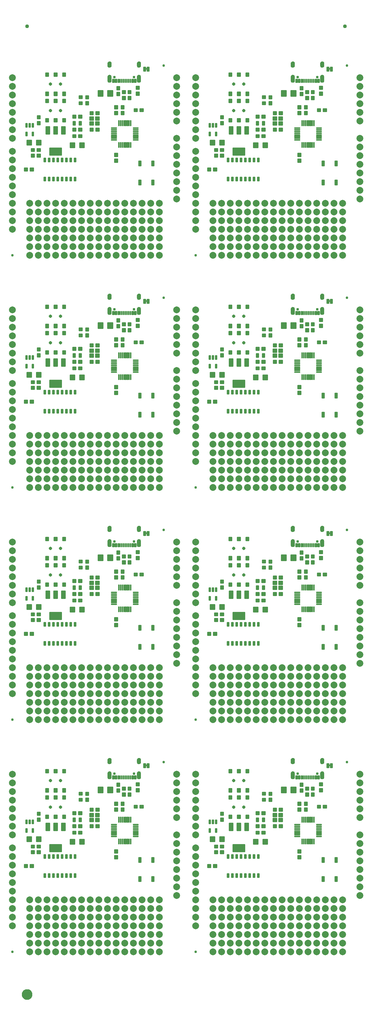
<source format=gts>
G04 EAGLE Gerber RS-274X export*
G75*
%MOMM*%
%FSLAX34Y34*%
%LPD*%
%INSoldermask Top*%
%IPPOS*%
%AMOC8*
5,1,8,0,0,1.08239X$1,22.5*%
G01*
%ADD10C,0.225400*%
%ADD11C,0.229050*%
%ADD12C,0.428259*%
%ADD13C,0.762000*%
%ADD14C,0.230578*%
%ADD15C,0.225369*%
%ADD16C,0.777000*%
%ADD17C,2.006600*%
%ADD18C,0.222250*%
%ADD19C,0.228853*%
%ADD20C,0.232700*%
%ADD21C,0.223409*%
%ADD22C,0.220859*%
%ADD23C,0.228344*%
%ADD24C,0.224509*%
%ADD25C,0.231750*%
%ADD26C,0.977000*%
%ADD27C,0.227919*%
%ADD28C,1.127000*%
%ADD29C,1.270000*%
%ADD30C,1.627000*%

G36*
X312264Y531068D02*
X312264Y531068D01*
X312269Y531073D01*
X312273Y531069D01*
X313370Y531356D01*
X313374Y531362D01*
X313379Y531359D01*
X314398Y531854D01*
X314401Y531860D01*
X314406Y531859D01*
X315309Y532543D01*
X315311Y532550D01*
X315316Y532550D01*
X316069Y533397D01*
X316069Y533404D01*
X316074Y533405D01*
X316647Y534382D01*
X316646Y534385D01*
X316647Y534386D01*
X316646Y534387D01*
X316646Y534389D01*
X316651Y534391D01*
X317022Y535462D01*
X317020Y535467D01*
X317023Y535469D01*
X317022Y535470D01*
X317024Y535471D01*
X317179Y536593D01*
X317176Y536598D01*
X317179Y536600D01*
X317179Y548600D01*
X317176Y548605D01*
X317179Y548608D01*
X316974Y549875D01*
X316968Y549881D01*
X316971Y549886D01*
X316489Y551075D01*
X316482Y551079D01*
X316484Y551085D01*
X315750Y552138D01*
X315742Y552140D01*
X315743Y552146D01*
X314793Y553009D01*
X314784Y553010D01*
X314784Y553015D01*
X313665Y553645D01*
X313657Y553644D01*
X313655Y553650D01*
X312425Y554015D01*
X312417Y554012D01*
X312414Y554017D01*
X311133Y554099D01*
X311127Y554099D01*
X309846Y554017D01*
X309840Y554011D01*
X309835Y554015D01*
X308605Y553650D01*
X308600Y553643D01*
X308595Y553645D01*
X307476Y553015D01*
X307473Y553008D01*
X307467Y553009D01*
X306517Y552146D01*
X306516Y552138D01*
X306510Y552138D01*
X305776Y551085D01*
X305776Y551077D01*
X305771Y551075D01*
X305289Y549886D01*
X305291Y549880D01*
X305287Y549877D01*
X305288Y549876D01*
X305286Y549875D01*
X305081Y548608D01*
X305084Y548603D01*
X305081Y548600D01*
X305081Y536600D01*
X305084Y536596D01*
X305081Y536593D01*
X305236Y535471D01*
X305241Y535466D01*
X305238Y535462D01*
X305609Y534391D01*
X305615Y534387D01*
X305613Y534382D01*
X306186Y533405D01*
X306192Y533402D01*
X306191Y533397D01*
X306944Y532550D01*
X306951Y532548D01*
X306951Y532543D01*
X307854Y531859D01*
X307861Y531859D01*
X307862Y531854D01*
X308881Y531359D01*
X308888Y531361D01*
X308890Y531356D01*
X309987Y531069D01*
X309993Y531072D01*
X309996Y531068D01*
X311127Y531001D01*
X311131Y531003D01*
X311133Y531001D01*
X312264Y531068D01*
G37*
G36*
X937144Y1892508D02*
X937144Y1892508D01*
X937149Y1892513D01*
X937153Y1892509D01*
X938250Y1892796D01*
X938254Y1892802D01*
X938259Y1892799D01*
X939278Y1893294D01*
X939281Y1893300D01*
X939286Y1893299D01*
X940189Y1893983D01*
X940191Y1893990D01*
X940196Y1893990D01*
X940949Y1894837D01*
X940949Y1894844D01*
X940954Y1894845D01*
X941527Y1895822D01*
X941526Y1895825D01*
X941527Y1895826D01*
X941526Y1895827D01*
X941526Y1895829D01*
X941531Y1895831D01*
X941902Y1896902D01*
X941900Y1896907D01*
X941903Y1896909D01*
X941902Y1896910D01*
X941904Y1896911D01*
X942059Y1898033D01*
X942056Y1898038D01*
X942059Y1898040D01*
X942059Y1910040D01*
X942056Y1910045D01*
X942059Y1910048D01*
X941854Y1911315D01*
X941848Y1911321D01*
X941851Y1911326D01*
X941369Y1912515D01*
X941362Y1912519D01*
X941364Y1912525D01*
X940630Y1913578D01*
X940622Y1913580D01*
X940623Y1913586D01*
X939673Y1914449D01*
X939664Y1914450D01*
X939664Y1914455D01*
X938545Y1915085D01*
X938537Y1915084D01*
X938535Y1915090D01*
X937305Y1915455D01*
X937297Y1915452D01*
X937294Y1915457D01*
X936013Y1915539D01*
X936007Y1915539D01*
X934726Y1915457D01*
X934720Y1915451D01*
X934715Y1915455D01*
X933485Y1915090D01*
X933480Y1915083D01*
X933475Y1915085D01*
X932356Y1914455D01*
X932353Y1914448D01*
X932347Y1914449D01*
X931397Y1913586D01*
X931396Y1913578D01*
X931390Y1913578D01*
X930656Y1912525D01*
X930656Y1912517D01*
X930651Y1912515D01*
X930169Y1911326D01*
X930171Y1911320D01*
X930167Y1911317D01*
X930168Y1911316D01*
X930166Y1911315D01*
X929961Y1910048D01*
X929964Y1910043D01*
X929961Y1910040D01*
X929961Y1898040D01*
X929964Y1898036D01*
X929961Y1898033D01*
X930116Y1896911D01*
X930121Y1896906D01*
X930118Y1896902D01*
X930489Y1895831D01*
X930495Y1895827D01*
X930493Y1895822D01*
X931066Y1894845D01*
X931072Y1894842D01*
X931071Y1894837D01*
X931824Y1893990D01*
X931831Y1893988D01*
X931831Y1893983D01*
X932734Y1893299D01*
X932741Y1893299D01*
X932742Y1893294D01*
X933761Y1892799D01*
X933768Y1892801D01*
X933770Y1892796D01*
X934867Y1892509D01*
X934873Y1892512D01*
X934876Y1892508D01*
X936007Y1892441D01*
X936011Y1892443D01*
X936013Y1892441D01*
X937144Y1892508D01*
G37*
G36*
X850744Y1211788D02*
X850744Y1211788D01*
X850749Y1211793D01*
X850753Y1211789D01*
X851850Y1212076D01*
X851854Y1212082D01*
X851859Y1212079D01*
X852878Y1212574D01*
X852881Y1212580D01*
X852886Y1212579D01*
X853789Y1213263D01*
X853791Y1213270D01*
X853796Y1213270D01*
X854549Y1214117D01*
X854549Y1214124D01*
X854554Y1214125D01*
X855127Y1215102D01*
X855126Y1215105D01*
X855127Y1215106D01*
X855126Y1215107D01*
X855126Y1215109D01*
X855131Y1215111D01*
X855502Y1216182D01*
X855500Y1216187D01*
X855503Y1216189D01*
X855502Y1216190D01*
X855504Y1216191D01*
X855659Y1217313D01*
X855656Y1217318D01*
X855659Y1217320D01*
X855659Y1229320D01*
X855656Y1229325D01*
X855659Y1229328D01*
X855454Y1230595D01*
X855448Y1230601D01*
X855451Y1230606D01*
X854969Y1231795D01*
X854962Y1231799D01*
X854964Y1231805D01*
X854230Y1232858D01*
X854222Y1232860D01*
X854223Y1232866D01*
X853273Y1233729D01*
X853264Y1233730D01*
X853264Y1233735D01*
X852145Y1234365D01*
X852137Y1234364D01*
X852135Y1234370D01*
X850905Y1234735D01*
X850897Y1234732D01*
X850894Y1234737D01*
X849613Y1234819D01*
X849607Y1234819D01*
X848326Y1234737D01*
X848320Y1234731D01*
X848315Y1234735D01*
X847085Y1234370D01*
X847080Y1234363D01*
X847075Y1234365D01*
X845956Y1233735D01*
X845953Y1233728D01*
X845947Y1233729D01*
X844997Y1232866D01*
X844996Y1232858D01*
X844990Y1232858D01*
X844256Y1231805D01*
X844256Y1231797D01*
X844251Y1231795D01*
X843769Y1230606D01*
X843771Y1230600D01*
X843767Y1230597D01*
X843768Y1230596D01*
X843766Y1230595D01*
X843561Y1229328D01*
X843564Y1229323D01*
X843561Y1229320D01*
X843561Y1217320D01*
X843564Y1217316D01*
X843561Y1217313D01*
X843716Y1216191D01*
X843721Y1216186D01*
X843718Y1216182D01*
X844089Y1215111D01*
X844095Y1215107D01*
X844093Y1215102D01*
X844666Y1214125D01*
X844672Y1214122D01*
X844671Y1214117D01*
X845424Y1213270D01*
X845431Y1213268D01*
X845431Y1213263D01*
X846334Y1212579D01*
X846341Y1212579D01*
X846342Y1212574D01*
X847361Y1212079D01*
X847368Y1212081D01*
X847370Y1212076D01*
X848467Y1211789D01*
X848473Y1211792D01*
X848476Y1211788D01*
X849607Y1211721D01*
X849611Y1211723D01*
X849613Y1211721D01*
X850744Y1211788D01*
G37*
G36*
X398664Y1211788D02*
X398664Y1211788D01*
X398669Y1211793D01*
X398673Y1211789D01*
X399770Y1212076D01*
X399774Y1212082D01*
X399779Y1212079D01*
X400798Y1212574D01*
X400801Y1212580D01*
X400806Y1212579D01*
X401709Y1213263D01*
X401711Y1213270D01*
X401716Y1213270D01*
X402469Y1214117D01*
X402469Y1214124D01*
X402474Y1214125D01*
X403047Y1215102D01*
X403046Y1215105D01*
X403047Y1215106D01*
X403046Y1215107D01*
X403046Y1215109D01*
X403051Y1215111D01*
X403422Y1216182D01*
X403420Y1216187D01*
X403423Y1216189D01*
X403422Y1216190D01*
X403424Y1216191D01*
X403579Y1217313D01*
X403576Y1217318D01*
X403579Y1217320D01*
X403579Y1229320D01*
X403576Y1229325D01*
X403579Y1229328D01*
X403374Y1230595D01*
X403368Y1230601D01*
X403371Y1230606D01*
X402889Y1231795D01*
X402882Y1231799D01*
X402884Y1231805D01*
X402150Y1232858D01*
X402142Y1232860D01*
X402143Y1232866D01*
X401193Y1233729D01*
X401184Y1233730D01*
X401184Y1233735D01*
X400065Y1234365D01*
X400057Y1234364D01*
X400055Y1234370D01*
X398825Y1234735D01*
X398817Y1234732D01*
X398814Y1234737D01*
X397533Y1234819D01*
X397527Y1234819D01*
X396246Y1234737D01*
X396240Y1234731D01*
X396235Y1234735D01*
X395005Y1234370D01*
X395000Y1234363D01*
X394995Y1234365D01*
X393876Y1233735D01*
X393873Y1233728D01*
X393867Y1233729D01*
X392917Y1232866D01*
X392916Y1232858D01*
X392910Y1232858D01*
X392176Y1231805D01*
X392176Y1231797D01*
X392171Y1231795D01*
X391689Y1230606D01*
X391691Y1230600D01*
X391687Y1230597D01*
X391688Y1230596D01*
X391686Y1230595D01*
X391481Y1229328D01*
X391484Y1229323D01*
X391481Y1229320D01*
X391481Y1217320D01*
X391484Y1217316D01*
X391481Y1217313D01*
X391636Y1216191D01*
X391641Y1216186D01*
X391638Y1216182D01*
X392009Y1215111D01*
X392015Y1215107D01*
X392013Y1215102D01*
X392586Y1214125D01*
X392592Y1214122D01*
X392591Y1214117D01*
X393344Y1213270D01*
X393351Y1213268D01*
X393351Y1213263D01*
X394254Y1212579D01*
X394261Y1212579D01*
X394262Y1212574D01*
X395281Y1212079D01*
X395288Y1212081D01*
X395290Y1212076D01*
X396387Y1211789D01*
X396393Y1211792D01*
X396396Y1211788D01*
X397527Y1211721D01*
X397531Y1211723D01*
X397533Y1211721D01*
X398664Y1211788D01*
G37*
G36*
X312264Y1211788D02*
X312264Y1211788D01*
X312269Y1211793D01*
X312273Y1211789D01*
X313370Y1212076D01*
X313374Y1212082D01*
X313379Y1212079D01*
X314398Y1212574D01*
X314401Y1212580D01*
X314406Y1212579D01*
X315309Y1213263D01*
X315311Y1213270D01*
X315316Y1213270D01*
X316069Y1214117D01*
X316069Y1214124D01*
X316074Y1214125D01*
X316647Y1215102D01*
X316646Y1215105D01*
X316647Y1215106D01*
X316646Y1215107D01*
X316646Y1215109D01*
X316651Y1215111D01*
X317022Y1216182D01*
X317020Y1216187D01*
X317023Y1216189D01*
X317022Y1216190D01*
X317024Y1216191D01*
X317179Y1217313D01*
X317176Y1217318D01*
X317179Y1217320D01*
X317179Y1229320D01*
X317176Y1229325D01*
X317179Y1229328D01*
X316974Y1230595D01*
X316968Y1230601D01*
X316971Y1230606D01*
X316489Y1231795D01*
X316482Y1231799D01*
X316484Y1231805D01*
X315750Y1232858D01*
X315742Y1232860D01*
X315743Y1232866D01*
X314793Y1233729D01*
X314784Y1233730D01*
X314784Y1233735D01*
X313665Y1234365D01*
X313657Y1234364D01*
X313655Y1234370D01*
X312425Y1234735D01*
X312417Y1234732D01*
X312414Y1234737D01*
X311133Y1234819D01*
X311127Y1234819D01*
X309846Y1234737D01*
X309840Y1234731D01*
X309835Y1234735D01*
X308605Y1234370D01*
X308600Y1234363D01*
X308595Y1234365D01*
X307476Y1233735D01*
X307473Y1233728D01*
X307467Y1233729D01*
X306517Y1232866D01*
X306516Y1232858D01*
X306510Y1232858D01*
X305776Y1231805D01*
X305776Y1231797D01*
X305771Y1231795D01*
X305289Y1230606D01*
X305291Y1230600D01*
X305287Y1230597D01*
X305288Y1230596D01*
X305286Y1230595D01*
X305081Y1229328D01*
X305084Y1229323D01*
X305081Y1229320D01*
X305081Y1217320D01*
X305084Y1217316D01*
X305081Y1217313D01*
X305236Y1216191D01*
X305241Y1216186D01*
X305238Y1216182D01*
X305609Y1215111D01*
X305615Y1215107D01*
X305613Y1215102D01*
X306186Y1214125D01*
X306192Y1214122D01*
X306191Y1214117D01*
X306944Y1213270D01*
X306951Y1213268D01*
X306951Y1213263D01*
X307854Y1212579D01*
X307861Y1212579D01*
X307862Y1212574D01*
X308881Y1212079D01*
X308888Y1212081D01*
X308890Y1212076D01*
X309987Y1211789D01*
X309993Y1211792D01*
X309996Y1211788D01*
X311127Y1211721D01*
X311131Y1211723D01*
X311133Y1211721D01*
X312264Y1211788D01*
G37*
G36*
X937144Y1211788D02*
X937144Y1211788D01*
X937149Y1211793D01*
X937153Y1211789D01*
X938250Y1212076D01*
X938254Y1212082D01*
X938259Y1212079D01*
X939278Y1212574D01*
X939281Y1212580D01*
X939286Y1212579D01*
X940189Y1213263D01*
X940191Y1213270D01*
X940196Y1213270D01*
X940949Y1214117D01*
X940949Y1214124D01*
X940954Y1214125D01*
X941527Y1215102D01*
X941526Y1215105D01*
X941527Y1215106D01*
X941526Y1215107D01*
X941526Y1215109D01*
X941531Y1215111D01*
X941902Y1216182D01*
X941900Y1216187D01*
X941903Y1216189D01*
X941902Y1216190D01*
X941904Y1216191D01*
X942059Y1217313D01*
X942056Y1217318D01*
X942059Y1217320D01*
X942059Y1229320D01*
X942056Y1229325D01*
X942059Y1229328D01*
X941854Y1230595D01*
X941848Y1230601D01*
X941851Y1230606D01*
X941369Y1231795D01*
X941362Y1231799D01*
X941364Y1231805D01*
X940630Y1232858D01*
X940622Y1232860D01*
X940623Y1232866D01*
X939673Y1233729D01*
X939664Y1233730D01*
X939664Y1233735D01*
X938545Y1234365D01*
X938537Y1234364D01*
X938535Y1234370D01*
X937305Y1234735D01*
X937297Y1234732D01*
X937294Y1234737D01*
X936013Y1234819D01*
X936007Y1234819D01*
X934726Y1234737D01*
X934720Y1234731D01*
X934715Y1234735D01*
X933485Y1234370D01*
X933480Y1234363D01*
X933475Y1234365D01*
X932356Y1233735D01*
X932353Y1233728D01*
X932347Y1233729D01*
X931397Y1232866D01*
X931396Y1232858D01*
X931390Y1232858D01*
X930656Y1231805D01*
X930656Y1231797D01*
X930651Y1231795D01*
X930169Y1230606D01*
X930171Y1230600D01*
X930167Y1230597D01*
X930168Y1230596D01*
X930166Y1230595D01*
X929961Y1229328D01*
X929964Y1229323D01*
X929961Y1229320D01*
X929961Y1217320D01*
X929964Y1217316D01*
X929961Y1217313D01*
X930116Y1216191D01*
X930121Y1216186D01*
X930118Y1216182D01*
X930489Y1215111D01*
X930495Y1215107D01*
X930493Y1215102D01*
X931066Y1214125D01*
X931072Y1214122D01*
X931071Y1214117D01*
X931824Y1213270D01*
X931831Y1213268D01*
X931831Y1213263D01*
X932734Y1212579D01*
X932741Y1212579D01*
X932742Y1212574D01*
X933761Y1212079D01*
X933768Y1212081D01*
X933770Y1212076D01*
X934867Y1211789D01*
X934873Y1211792D01*
X934876Y1211788D01*
X936007Y1211721D01*
X936011Y1211723D01*
X936013Y1211721D01*
X937144Y1211788D01*
G37*
G36*
X398664Y2573228D02*
X398664Y2573228D01*
X398669Y2573233D01*
X398673Y2573229D01*
X399770Y2573516D01*
X399774Y2573522D01*
X399779Y2573519D01*
X400798Y2574014D01*
X400801Y2574020D01*
X400806Y2574019D01*
X401709Y2574703D01*
X401711Y2574710D01*
X401716Y2574710D01*
X402469Y2575557D01*
X402469Y2575564D01*
X402474Y2575565D01*
X403047Y2576542D01*
X403046Y2576545D01*
X403047Y2576546D01*
X403046Y2576547D01*
X403046Y2576549D01*
X403051Y2576551D01*
X403422Y2577622D01*
X403420Y2577627D01*
X403423Y2577629D01*
X403422Y2577630D01*
X403424Y2577631D01*
X403579Y2578753D01*
X403576Y2578758D01*
X403579Y2578760D01*
X403579Y2590760D01*
X403576Y2590765D01*
X403579Y2590768D01*
X403374Y2592035D01*
X403368Y2592041D01*
X403371Y2592046D01*
X402889Y2593235D01*
X402882Y2593239D01*
X402884Y2593245D01*
X402150Y2594298D01*
X402142Y2594300D01*
X402143Y2594306D01*
X401193Y2595169D01*
X401184Y2595170D01*
X401184Y2595175D01*
X400065Y2595805D01*
X400057Y2595804D01*
X400055Y2595810D01*
X398825Y2596175D01*
X398817Y2596172D01*
X398814Y2596177D01*
X397533Y2596259D01*
X397527Y2596259D01*
X396246Y2596177D01*
X396240Y2596171D01*
X396235Y2596175D01*
X395005Y2595810D01*
X395000Y2595803D01*
X394995Y2595805D01*
X393876Y2595175D01*
X393873Y2595168D01*
X393867Y2595169D01*
X392917Y2594306D01*
X392916Y2594298D01*
X392910Y2594298D01*
X392176Y2593245D01*
X392176Y2593237D01*
X392171Y2593235D01*
X391689Y2592046D01*
X391691Y2592040D01*
X391687Y2592037D01*
X391688Y2592036D01*
X391686Y2592035D01*
X391481Y2590768D01*
X391484Y2590763D01*
X391481Y2590760D01*
X391481Y2578760D01*
X391484Y2578756D01*
X391481Y2578753D01*
X391636Y2577631D01*
X391641Y2577626D01*
X391638Y2577622D01*
X392009Y2576551D01*
X392015Y2576547D01*
X392013Y2576542D01*
X392586Y2575565D01*
X392592Y2575562D01*
X392591Y2575557D01*
X393344Y2574710D01*
X393351Y2574708D01*
X393351Y2574703D01*
X394254Y2574019D01*
X394261Y2574019D01*
X394262Y2574014D01*
X395281Y2573519D01*
X395288Y2573521D01*
X395290Y2573516D01*
X396387Y2573229D01*
X396393Y2573232D01*
X396396Y2573228D01*
X397527Y2573161D01*
X397531Y2573163D01*
X397533Y2573161D01*
X398664Y2573228D01*
G37*
G36*
X937144Y2573228D02*
X937144Y2573228D01*
X937149Y2573233D01*
X937153Y2573229D01*
X938250Y2573516D01*
X938254Y2573522D01*
X938259Y2573519D01*
X939278Y2574014D01*
X939281Y2574020D01*
X939286Y2574019D01*
X940189Y2574703D01*
X940191Y2574710D01*
X940196Y2574710D01*
X940949Y2575557D01*
X940949Y2575564D01*
X940954Y2575565D01*
X941527Y2576542D01*
X941526Y2576545D01*
X941527Y2576546D01*
X941526Y2576547D01*
X941526Y2576549D01*
X941531Y2576551D01*
X941902Y2577622D01*
X941900Y2577627D01*
X941903Y2577629D01*
X941902Y2577630D01*
X941904Y2577631D01*
X942059Y2578753D01*
X942056Y2578758D01*
X942059Y2578760D01*
X942059Y2590760D01*
X942056Y2590765D01*
X942059Y2590768D01*
X941854Y2592035D01*
X941848Y2592041D01*
X941851Y2592046D01*
X941369Y2593235D01*
X941362Y2593239D01*
X941364Y2593245D01*
X940630Y2594298D01*
X940622Y2594300D01*
X940623Y2594306D01*
X939673Y2595169D01*
X939664Y2595170D01*
X939664Y2595175D01*
X938545Y2595805D01*
X938537Y2595804D01*
X938535Y2595810D01*
X937305Y2596175D01*
X937297Y2596172D01*
X937294Y2596177D01*
X936013Y2596259D01*
X936007Y2596259D01*
X934726Y2596177D01*
X934720Y2596171D01*
X934715Y2596175D01*
X933485Y2595810D01*
X933480Y2595803D01*
X933475Y2595805D01*
X932356Y2595175D01*
X932353Y2595168D01*
X932347Y2595169D01*
X931397Y2594306D01*
X931396Y2594298D01*
X931390Y2594298D01*
X930656Y2593245D01*
X930656Y2593237D01*
X930651Y2593235D01*
X930169Y2592046D01*
X930171Y2592040D01*
X930167Y2592037D01*
X930168Y2592036D01*
X930166Y2592035D01*
X929961Y2590768D01*
X929964Y2590763D01*
X929961Y2590760D01*
X929961Y2578760D01*
X929964Y2578756D01*
X929961Y2578753D01*
X930116Y2577631D01*
X930121Y2577626D01*
X930118Y2577622D01*
X930489Y2576551D01*
X930495Y2576547D01*
X930493Y2576542D01*
X931066Y2575565D01*
X931072Y2575562D01*
X931071Y2575557D01*
X931824Y2574710D01*
X931831Y2574708D01*
X931831Y2574703D01*
X932734Y2574019D01*
X932741Y2574019D01*
X932742Y2574014D01*
X933761Y2573519D01*
X933768Y2573521D01*
X933770Y2573516D01*
X934867Y2573229D01*
X934873Y2573232D01*
X934876Y2573228D01*
X936007Y2573161D01*
X936011Y2573163D01*
X936013Y2573161D01*
X937144Y2573228D01*
G37*
G36*
X312264Y2573228D02*
X312264Y2573228D01*
X312269Y2573233D01*
X312273Y2573229D01*
X313370Y2573516D01*
X313374Y2573522D01*
X313379Y2573519D01*
X314398Y2574014D01*
X314401Y2574020D01*
X314406Y2574019D01*
X315309Y2574703D01*
X315311Y2574710D01*
X315316Y2574710D01*
X316069Y2575557D01*
X316069Y2575564D01*
X316074Y2575565D01*
X316647Y2576542D01*
X316646Y2576545D01*
X316647Y2576546D01*
X316646Y2576547D01*
X316646Y2576549D01*
X316651Y2576551D01*
X317022Y2577622D01*
X317020Y2577627D01*
X317023Y2577629D01*
X317022Y2577630D01*
X317024Y2577631D01*
X317179Y2578753D01*
X317176Y2578758D01*
X317179Y2578760D01*
X317179Y2590760D01*
X317176Y2590765D01*
X317179Y2590768D01*
X316974Y2592035D01*
X316968Y2592041D01*
X316971Y2592046D01*
X316489Y2593235D01*
X316482Y2593239D01*
X316484Y2593245D01*
X315750Y2594298D01*
X315742Y2594300D01*
X315743Y2594306D01*
X314793Y2595169D01*
X314784Y2595170D01*
X314784Y2595175D01*
X313665Y2595805D01*
X313657Y2595804D01*
X313655Y2595810D01*
X312425Y2596175D01*
X312417Y2596172D01*
X312414Y2596177D01*
X311133Y2596259D01*
X311127Y2596259D01*
X309846Y2596177D01*
X309840Y2596171D01*
X309835Y2596175D01*
X308605Y2595810D01*
X308600Y2595803D01*
X308595Y2595805D01*
X307476Y2595175D01*
X307473Y2595168D01*
X307467Y2595169D01*
X306517Y2594306D01*
X306516Y2594298D01*
X306510Y2594298D01*
X305776Y2593245D01*
X305776Y2593237D01*
X305771Y2593235D01*
X305289Y2592046D01*
X305291Y2592040D01*
X305287Y2592037D01*
X305288Y2592036D01*
X305286Y2592035D01*
X305081Y2590768D01*
X305084Y2590763D01*
X305081Y2590760D01*
X305081Y2578760D01*
X305084Y2578756D01*
X305081Y2578753D01*
X305236Y2577631D01*
X305241Y2577626D01*
X305238Y2577622D01*
X305609Y2576551D01*
X305615Y2576547D01*
X305613Y2576542D01*
X306186Y2575565D01*
X306192Y2575562D01*
X306191Y2575557D01*
X306944Y2574710D01*
X306951Y2574708D01*
X306951Y2574703D01*
X307854Y2574019D01*
X307861Y2574019D01*
X307862Y2574014D01*
X308881Y2573519D01*
X308888Y2573521D01*
X308890Y2573516D01*
X309987Y2573229D01*
X309993Y2573232D01*
X309996Y2573228D01*
X311127Y2573161D01*
X311131Y2573163D01*
X311133Y2573161D01*
X312264Y2573228D01*
G37*
G36*
X850744Y2573228D02*
X850744Y2573228D01*
X850749Y2573233D01*
X850753Y2573229D01*
X851850Y2573516D01*
X851854Y2573522D01*
X851859Y2573519D01*
X852878Y2574014D01*
X852881Y2574020D01*
X852886Y2574019D01*
X853789Y2574703D01*
X853791Y2574710D01*
X853796Y2574710D01*
X854549Y2575557D01*
X854549Y2575564D01*
X854554Y2575565D01*
X855127Y2576542D01*
X855126Y2576545D01*
X855127Y2576546D01*
X855126Y2576547D01*
X855126Y2576549D01*
X855131Y2576551D01*
X855502Y2577622D01*
X855500Y2577627D01*
X855503Y2577629D01*
X855502Y2577630D01*
X855504Y2577631D01*
X855659Y2578753D01*
X855656Y2578758D01*
X855659Y2578760D01*
X855659Y2590760D01*
X855656Y2590765D01*
X855659Y2590768D01*
X855454Y2592035D01*
X855448Y2592041D01*
X855451Y2592046D01*
X854969Y2593235D01*
X854962Y2593239D01*
X854964Y2593245D01*
X854230Y2594298D01*
X854222Y2594300D01*
X854223Y2594306D01*
X853273Y2595169D01*
X853264Y2595170D01*
X853264Y2595175D01*
X852145Y2595805D01*
X852137Y2595804D01*
X852135Y2595810D01*
X850905Y2596175D01*
X850897Y2596172D01*
X850894Y2596177D01*
X849613Y2596259D01*
X849607Y2596259D01*
X848326Y2596177D01*
X848320Y2596171D01*
X848315Y2596175D01*
X847085Y2595810D01*
X847080Y2595803D01*
X847075Y2595805D01*
X845956Y2595175D01*
X845953Y2595168D01*
X845947Y2595169D01*
X844997Y2594306D01*
X844996Y2594298D01*
X844990Y2594298D01*
X844256Y2593245D01*
X844256Y2593237D01*
X844251Y2593235D01*
X843769Y2592046D01*
X843771Y2592040D01*
X843767Y2592037D01*
X843768Y2592036D01*
X843766Y2592035D01*
X843561Y2590768D01*
X843564Y2590763D01*
X843561Y2590760D01*
X843561Y2578760D01*
X843564Y2578756D01*
X843561Y2578753D01*
X843716Y2577631D01*
X843721Y2577626D01*
X843718Y2577622D01*
X844089Y2576551D01*
X844095Y2576547D01*
X844093Y2576542D01*
X844666Y2575565D01*
X844672Y2575562D01*
X844671Y2575557D01*
X845424Y2574710D01*
X845431Y2574708D01*
X845431Y2574703D01*
X846334Y2574019D01*
X846341Y2574019D01*
X846342Y2574014D01*
X847361Y2573519D01*
X847368Y2573521D01*
X847370Y2573516D01*
X848467Y2573229D01*
X848473Y2573232D01*
X848476Y2573228D01*
X849607Y2573161D01*
X849611Y2573163D01*
X849613Y2573161D01*
X850744Y2573228D01*
G37*
G36*
X850744Y1892508D02*
X850744Y1892508D01*
X850749Y1892513D01*
X850753Y1892509D01*
X851850Y1892796D01*
X851854Y1892802D01*
X851859Y1892799D01*
X852878Y1893294D01*
X852881Y1893300D01*
X852886Y1893299D01*
X853789Y1893983D01*
X853791Y1893990D01*
X853796Y1893990D01*
X854549Y1894837D01*
X854549Y1894844D01*
X854554Y1894845D01*
X855127Y1895822D01*
X855126Y1895825D01*
X855127Y1895826D01*
X855126Y1895827D01*
X855126Y1895829D01*
X855131Y1895831D01*
X855502Y1896902D01*
X855500Y1896907D01*
X855503Y1896909D01*
X855502Y1896910D01*
X855504Y1896911D01*
X855659Y1898033D01*
X855656Y1898038D01*
X855659Y1898040D01*
X855659Y1910040D01*
X855656Y1910045D01*
X855659Y1910048D01*
X855454Y1911315D01*
X855448Y1911321D01*
X855451Y1911326D01*
X854969Y1912515D01*
X854962Y1912519D01*
X854964Y1912525D01*
X854230Y1913578D01*
X854222Y1913580D01*
X854223Y1913586D01*
X853273Y1914449D01*
X853264Y1914450D01*
X853264Y1914455D01*
X852145Y1915085D01*
X852137Y1915084D01*
X852135Y1915090D01*
X850905Y1915455D01*
X850897Y1915452D01*
X850894Y1915457D01*
X849613Y1915539D01*
X849607Y1915539D01*
X848326Y1915457D01*
X848320Y1915451D01*
X848315Y1915455D01*
X847085Y1915090D01*
X847080Y1915083D01*
X847075Y1915085D01*
X845956Y1914455D01*
X845953Y1914448D01*
X845947Y1914449D01*
X844997Y1913586D01*
X844996Y1913578D01*
X844990Y1913578D01*
X844256Y1912525D01*
X844256Y1912517D01*
X844251Y1912515D01*
X843769Y1911326D01*
X843771Y1911320D01*
X843767Y1911317D01*
X843768Y1911316D01*
X843766Y1911315D01*
X843561Y1910048D01*
X843564Y1910043D01*
X843561Y1910040D01*
X843561Y1898040D01*
X843564Y1898036D01*
X843561Y1898033D01*
X843716Y1896911D01*
X843721Y1896906D01*
X843718Y1896902D01*
X844089Y1895831D01*
X844095Y1895827D01*
X844093Y1895822D01*
X844666Y1894845D01*
X844672Y1894842D01*
X844671Y1894837D01*
X845424Y1893990D01*
X845431Y1893988D01*
X845431Y1893983D01*
X846334Y1893299D01*
X846341Y1893299D01*
X846342Y1893294D01*
X847361Y1892799D01*
X847368Y1892801D01*
X847370Y1892796D01*
X848467Y1892509D01*
X848473Y1892512D01*
X848476Y1892508D01*
X849607Y1892441D01*
X849611Y1892443D01*
X849613Y1892441D01*
X850744Y1892508D01*
G37*
G36*
X398664Y1892508D02*
X398664Y1892508D01*
X398669Y1892513D01*
X398673Y1892509D01*
X399770Y1892796D01*
X399774Y1892802D01*
X399779Y1892799D01*
X400798Y1893294D01*
X400801Y1893300D01*
X400806Y1893299D01*
X401709Y1893983D01*
X401711Y1893990D01*
X401716Y1893990D01*
X402469Y1894837D01*
X402469Y1894844D01*
X402474Y1894845D01*
X403047Y1895822D01*
X403046Y1895825D01*
X403047Y1895826D01*
X403046Y1895827D01*
X403046Y1895829D01*
X403051Y1895831D01*
X403422Y1896902D01*
X403420Y1896907D01*
X403423Y1896909D01*
X403422Y1896910D01*
X403424Y1896911D01*
X403579Y1898033D01*
X403576Y1898038D01*
X403579Y1898040D01*
X403579Y1910040D01*
X403576Y1910045D01*
X403579Y1910048D01*
X403374Y1911315D01*
X403368Y1911321D01*
X403371Y1911326D01*
X402889Y1912515D01*
X402882Y1912519D01*
X402884Y1912525D01*
X402150Y1913578D01*
X402142Y1913580D01*
X402143Y1913586D01*
X401193Y1914449D01*
X401184Y1914450D01*
X401184Y1914455D01*
X400065Y1915085D01*
X400057Y1915084D01*
X400055Y1915090D01*
X398825Y1915455D01*
X398817Y1915452D01*
X398814Y1915457D01*
X397533Y1915539D01*
X397527Y1915539D01*
X396246Y1915457D01*
X396240Y1915451D01*
X396235Y1915455D01*
X395005Y1915090D01*
X395000Y1915083D01*
X394995Y1915085D01*
X393876Y1914455D01*
X393873Y1914448D01*
X393867Y1914449D01*
X392917Y1913586D01*
X392916Y1913578D01*
X392910Y1913578D01*
X392176Y1912525D01*
X392176Y1912517D01*
X392171Y1912515D01*
X391689Y1911326D01*
X391691Y1911320D01*
X391687Y1911317D01*
X391688Y1911316D01*
X391686Y1911315D01*
X391481Y1910048D01*
X391484Y1910043D01*
X391481Y1910040D01*
X391481Y1898040D01*
X391484Y1898036D01*
X391481Y1898033D01*
X391636Y1896911D01*
X391641Y1896906D01*
X391638Y1896902D01*
X392009Y1895831D01*
X392015Y1895827D01*
X392013Y1895822D01*
X392586Y1894845D01*
X392592Y1894842D01*
X392591Y1894837D01*
X393344Y1893990D01*
X393351Y1893988D01*
X393351Y1893983D01*
X394254Y1893299D01*
X394261Y1893299D01*
X394262Y1893294D01*
X395281Y1892799D01*
X395288Y1892801D01*
X395290Y1892796D01*
X396387Y1892509D01*
X396393Y1892512D01*
X396396Y1892508D01*
X397527Y1892441D01*
X397531Y1892443D01*
X397533Y1892441D01*
X398664Y1892508D01*
G37*
G36*
X312264Y1892508D02*
X312264Y1892508D01*
X312269Y1892513D01*
X312273Y1892509D01*
X313370Y1892796D01*
X313374Y1892802D01*
X313379Y1892799D01*
X314398Y1893294D01*
X314401Y1893300D01*
X314406Y1893299D01*
X315309Y1893983D01*
X315311Y1893990D01*
X315316Y1893990D01*
X316069Y1894837D01*
X316069Y1894844D01*
X316074Y1894845D01*
X316647Y1895822D01*
X316646Y1895825D01*
X316647Y1895826D01*
X316646Y1895827D01*
X316646Y1895829D01*
X316651Y1895831D01*
X317022Y1896902D01*
X317020Y1896907D01*
X317023Y1896909D01*
X317022Y1896910D01*
X317024Y1896911D01*
X317179Y1898033D01*
X317176Y1898038D01*
X317179Y1898040D01*
X317179Y1910040D01*
X317176Y1910045D01*
X317179Y1910048D01*
X316974Y1911315D01*
X316968Y1911321D01*
X316971Y1911326D01*
X316489Y1912515D01*
X316482Y1912519D01*
X316484Y1912525D01*
X315750Y1913578D01*
X315742Y1913580D01*
X315743Y1913586D01*
X314793Y1914449D01*
X314784Y1914450D01*
X314784Y1914455D01*
X313665Y1915085D01*
X313657Y1915084D01*
X313655Y1915090D01*
X312425Y1915455D01*
X312417Y1915452D01*
X312414Y1915457D01*
X311133Y1915539D01*
X311127Y1915539D01*
X309846Y1915457D01*
X309840Y1915451D01*
X309835Y1915455D01*
X308605Y1915090D01*
X308600Y1915083D01*
X308595Y1915085D01*
X307476Y1914455D01*
X307473Y1914448D01*
X307467Y1914449D01*
X306517Y1913586D01*
X306516Y1913578D01*
X306510Y1913578D01*
X305776Y1912525D01*
X305776Y1912517D01*
X305771Y1912515D01*
X305289Y1911326D01*
X305291Y1911320D01*
X305287Y1911317D01*
X305288Y1911316D01*
X305286Y1911315D01*
X305081Y1910048D01*
X305084Y1910043D01*
X305081Y1910040D01*
X305081Y1898040D01*
X305084Y1898036D01*
X305081Y1898033D01*
X305236Y1896911D01*
X305241Y1896906D01*
X305238Y1896902D01*
X305609Y1895831D01*
X305615Y1895827D01*
X305613Y1895822D01*
X306186Y1894845D01*
X306192Y1894842D01*
X306191Y1894837D01*
X306944Y1893990D01*
X306951Y1893988D01*
X306951Y1893983D01*
X307854Y1893299D01*
X307861Y1893299D01*
X307862Y1893294D01*
X308881Y1892799D01*
X308888Y1892801D01*
X308890Y1892796D01*
X309987Y1892509D01*
X309993Y1892512D01*
X309996Y1892508D01*
X311127Y1892441D01*
X311131Y1892443D01*
X311133Y1892441D01*
X312264Y1892508D01*
G37*
G36*
X937144Y531068D02*
X937144Y531068D01*
X937149Y531073D01*
X937153Y531069D01*
X938250Y531356D01*
X938254Y531362D01*
X938259Y531359D01*
X939278Y531854D01*
X939281Y531860D01*
X939286Y531859D01*
X940189Y532543D01*
X940191Y532550D01*
X940196Y532550D01*
X940949Y533397D01*
X940949Y533404D01*
X940954Y533405D01*
X941527Y534382D01*
X941526Y534385D01*
X941527Y534386D01*
X941526Y534387D01*
X941526Y534389D01*
X941531Y534391D01*
X941902Y535462D01*
X941900Y535467D01*
X941903Y535469D01*
X941902Y535470D01*
X941904Y535471D01*
X942059Y536593D01*
X942056Y536598D01*
X942059Y536600D01*
X942059Y548600D01*
X942056Y548605D01*
X942059Y548608D01*
X941854Y549875D01*
X941848Y549881D01*
X941851Y549886D01*
X941369Y551075D01*
X941362Y551079D01*
X941364Y551085D01*
X940630Y552138D01*
X940622Y552140D01*
X940623Y552146D01*
X939673Y553009D01*
X939664Y553010D01*
X939664Y553015D01*
X938545Y553645D01*
X938537Y553644D01*
X938535Y553650D01*
X937305Y554015D01*
X937297Y554012D01*
X937294Y554017D01*
X936013Y554099D01*
X936007Y554099D01*
X934726Y554017D01*
X934720Y554011D01*
X934715Y554015D01*
X933485Y553650D01*
X933480Y553643D01*
X933475Y553645D01*
X932356Y553015D01*
X932353Y553008D01*
X932347Y553009D01*
X931397Y552146D01*
X931396Y552138D01*
X931390Y552138D01*
X930656Y551085D01*
X930656Y551077D01*
X930651Y551075D01*
X930169Y549886D01*
X930171Y549880D01*
X930167Y549877D01*
X930168Y549876D01*
X930166Y549875D01*
X929961Y548608D01*
X929964Y548603D01*
X929961Y548600D01*
X929961Y536600D01*
X929964Y536596D01*
X929961Y536593D01*
X930116Y535471D01*
X930121Y535466D01*
X930118Y535462D01*
X930489Y534391D01*
X930495Y534387D01*
X930493Y534382D01*
X931066Y533405D01*
X931072Y533402D01*
X931071Y533397D01*
X931824Y532550D01*
X931831Y532548D01*
X931831Y532543D01*
X932734Y531859D01*
X932741Y531859D01*
X932742Y531854D01*
X933761Y531359D01*
X933768Y531361D01*
X933770Y531356D01*
X934867Y531069D01*
X934873Y531072D01*
X934876Y531068D01*
X936007Y531001D01*
X936011Y531003D01*
X936013Y531001D01*
X937144Y531068D01*
G37*
G36*
X398664Y531068D02*
X398664Y531068D01*
X398669Y531073D01*
X398673Y531069D01*
X399770Y531356D01*
X399774Y531362D01*
X399779Y531359D01*
X400798Y531854D01*
X400801Y531860D01*
X400806Y531859D01*
X401709Y532543D01*
X401711Y532550D01*
X401716Y532550D01*
X402469Y533397D01*
X402469Y533404D01*
X402474Y533405D01*
X403047Y534382D01*
X403046Y534385D01*
X403047Y534386D01*
X403046Y534387D01*
X403046Y534389D01*
X403051Y534391D01*
X403422Y535462D01*
X403420Y535467D01*
X403423Y535469D01*
X403422Y535470D01*
X403424Y535471D01*
X403579Y536593D01*
X403576Y536598D01*
X403579Y536600D01*
X403579Y548600D01*
X403576Y548605D01*
X403579Y548608D01*
X403374Y549875D01*
X403368Y549881D01*
X403371Y549886D01*
X402889Y551075D01*
X402882Y551079D01*
X402884Y551085D01*
X402150Y552138D01*
X402142Y552140D01*
X402143Y552146D01*
X401193Y553009D01*
X401184Y553010D01*
X401184Y553015D01*
X400065Y553645D01*
X400057Y553644D01*
X400055Y553650D01*
X398825Y554015D01*
X398817Y554012D01*
X398814Y554017D01*
X397533Y554099D01*
X397527Y554099D01*
X396246Y554017D01*
X396240Y554011D01*
X396235Y554015D01*
X395005Y553650D01*
X395000Y553643D01*
X394995Y553645D01*
X393876Y553015D01*
X393873Y553008D01*
X393867Y553009D01*
X392917Y552146D01*
X392916Y552138D01*
X392910Y552138D01*
X392176Y551085D01*
X392176Y551077D01*
X392171Y551075D01*
X391689Y549886D01*
X391691Y549880D01*
X391687Y549877D01*
X391688Y549876D01*
X391686Y549875D01*
X391481Y548608D01*
X391484Y548603D01*
X391481Y548600D01*
X391481Y536600D01*
X391484Y536596D01*
X391481Y536593D01*
X391636Y535471D01*
X391641Y535466D01*
X391638Y535462D01*
X392009Y534391D01*
X392015Y534387D01*
X392013Y534382D01*
X392586Y533405D01*
X392592Y533402D01*
X392591Y533397D01*
X393344Y532550D01*
X393351Y532548D01*
X393351Y532543D01*
X394254Y531859D01*
X394261Y531859D01*
X394262Y531854D01*
X395281Y531359D01*
X395288Y531361D01*
X395290Y531356D01*
X396387Y531069D01*
X396393Y531072D01*
X396396Y531068D01*
X397527Y531001D01*
X397531Y531003D01*
X397533Y531001D01*
X398664Y531068D01*
G37*
G36*
X850744Y531068D02*
X850744Y531068D01*
X850749Y531073D01*
X850753Y531069D01*
X851850Y531356D01*
X851854Y531362D01*
X851859Y531359D01*
X852878Y531854D01*
X852881Y531860D01*
X852886Y531859D01*
X853789Y532543D01*
X853791Y532550D01*
X853796Y532550D01*
X854549Y533397D01*
X854549Y533404D01*
X854554Y533405D01*
X855127Y534382D01*
X855126Y534385D01*
X855127Y534386D01*
X855126Y534387D01*
X855126Y534389D01*
X855131Y534391D01*
X855502Y535462D01*
X855500Y535467D01*
X855503Y535469D01*
X855502Y535470D01*
X855504Y535471D01*
X855659Y536593D01*
X855656Y536598D01*
X855659Y536600D01*
X855659Y548600D01*
X855656Y548605D01*
X855659Y548608D01*
X855454Y549875D01*
X855448Y549881D01*
X855451Y549886D01*
X854969Y551075D01*
X854962Y551079D01*
X854964Y551085D01*
X854230Y552138D01*
X854222Y552140D01*
X854223Y552146D01*
X853273Y553009D01*
X853264Y553010D01*
X853264Y553015D01*
X852145Y553645D01*
X852137Y553644D01*
X852135Y553650D01*
X850905Y554015D01*
X850897Y554012D01*
X850894Y554017D01*
X849613Y554099D01*
X849607Y554099D01*
X848326Y554017D01*
X848320Y554011D01*
X848315Y554015D01*
X847085Y553650D01*
X847080Y553643D01*
X847075Y553645D01*
X845956Y553015D01*
X845953Y553008D01*
X845947Y553009D01*
X844997Y552146D01*
X844996Y552138D01*
X844990Y552138D01*
X844256Y551085D01*
X844256Y551077D01*
X844251Y551075D01*
X843769Y549886D01*
X843771Y549880D01*
X843767Y549877D01*
X843768Y549876D01*
X843766Y549875D01*
X843561Y548608D01*
X843564Y548603D01*
X843561Y548600D01*
X843561Y536600D01*
X843564Y536596D01*
X843561Y536593D01*
X843716Y535471D01*
X843721Y535466D01*
X843718Y535462D01*
X844089Y534391D01*
X844095Y534387D01*
X844093Y534382D01*
X844666Y533405D01*
X844672Y533402D01*
X844671Y533397D01*
X845424Y532550D01*
X845431Y532548D01*
X845431Y532543D01*
X846334Y531859D01*
X846341Y531859D01*
X846342Y531854D01*
X847361Y531359D01*
X847368Y531361D01*
X847370Y531356D01*
X848467Y531069D01*
X848473Y531072D01*
X848476Y531068D01*
X849607Y531001D01*
X849611Y531003D01*
X849613Y531001D01*
X850744Y531068D01*
G37*
G36*
X849612Y1936745D02*
X849612Y1936745D01*
X849616Y1936741D01*
X850956Y1936898D01*
X850962Y1936903D01*
X850967Y1936900D01*
X852238Y1937351D01*
X852243Y1937358D01*
X852248Y1937356D01*
X853387Y1938078D01*
X853390Y1938086D01*
X853396Y1938085D01*
X854346Y1939043D01*
X854347Y1939051D01*
X854353Y1939052D01*
X855066Y1940197D01*
X855065Y1940206D01*
X855071Y1940207D01*
X855511Y1941483D01*
X855509Y1941490D01*
X855513Y1941493D01*
X855659Y1942835D01*
X855657Y1942838D01*
X855659Y1942840D01*
X855659Y1948840D01*
X855657Y1948844D01*
X855659Y1948846D01*
X855504Y1950175D01*
X855498Y1950181D01*
X855501Y1950185D01*
X855054Y1951446D01*
X855047Y1951451D01*
X855049Y1951456D01*
X854332Y1952586D01*
X854325Y1952589D01*
X854326Y1952595D01*
X853376Y1953537D01*
X853367Y1953538D01*
X853367Y1953544D01*
X852231Y1954251D01*
X852223Y1954250D01*
X852221Y1954256D01*
X850956Y1954692D01*
X850948Y1954690D01*
X850946Y1954695D01*
X849615Y1954839D01*
X849609Y1954835D01*
X849605Y1954839D01*
X848439Y1954729D01*
X848434Y1954724D01*
X848430Y1954727D01*
X847307Y1954392D01*
X847303Y1954386D01*
X847299Y1954388D01*
X846263Y1953840D01*
X846260Y1953834D01*
X846255Y1953835D01*
X845347Y1953096D01*
X845345Y1953089D01*
X845340Y1953089D01*
X844593Y1952187D01*
X844593Y1952180D01*
X844588Y1952179D01*
X844031Y1951148D01*
X844032Y1951141D01*
X844027Y1951139D01*
X843683Y1950020D01*
X843685Y1950013D01*
X843681Y1950010D01*
X843561Y1948845D01*
X843563Y1948842D01*
X843561Y1948840D01*
X843561Y1942840D01*
X843563Y1942837D01*
X843561Y1942835D01*
X843672Y1941659D01*
X843677Y1941654D01*
X843674Y1941650D01*
X844012Y1940518D01*
X844018Y1940514D01*
X844016Y1940509D01*
X844568Y1939465D01*
X844575Y1939462D01*
X844573Y1939457D01*
X845319Y1938541D01*
X845326Y1938540D01*
X845326Y1938534D01*
X846236Y1937781D01*
X846243Y1937781D01*
X846244Y1937776D01*
X847283Y1937215D01*
X847290Y1937216D01*
X847292Y1937211D01*
X848421Y1936864D01*
X848427Y1936866D01*
X848430Y1936862D01*
X849605Y1936741D01*
X849612Y1936745D01*
G37*
G36*
X397532Y1936745D02*
X397532Y1936745D01*
X397536Y1936741D01*
X398876Y1936898D01*
X398882Y1936903D01*
X398887Y1936900D01*
X400158Y1937351D01*
X400163Y1937358D01*
X400168Y1937356D01*
X401307Y1938078D01*
X401310Y1938086D01*
X401316Y1938085D01*
X402266Y1939043D01*
X402267Y1939051D01*
X402273Y1939052D01*
X402986Y1940197D01*
X402985Y1940206D01*
X402991Y1940207D01*
X403431Y1941483D01*
X403429Y1941490D01*
X403433Y1941493D01*
X403579Y1942835D01*
X403577Y1942838D01*
X403579Y1942840D01*
X403579Y1948840D01*
X403577Y1948844D01*
X403579Y1948846D01*
X403424Y1950175D01*
X403418Y1950181D01*
X403421Y1950185D01*
X402974Y1951446D01*
X402967Y1951451D01*
X402969Y1951456D01*
X402252Y1952586D01*
X402245Y1952589D01*
X402246Y1952595D01*
X401296Y1953537D01*
X401287Y1953538D01*
X401287Y1953544D01*
X400151Y1954251D01*
X400143Y1954250D01*
X400141Y1954256D01*
X398876Y1954692D01*
X398868Y1954690D01*
X398866Y1954695D01*
X397535Y1954839D01*
X397529Y1954835D01*
X397525Y1954839D01*
X396359Y1954729D01*
X396354Y1954724D01*
X396350Y1954727D01*
X395227Y1954392D01*
X395223Y1954386D01*
X395219Y1954388D01*
X394183Y1953840D01*
X394180Y1953834D01*
X394175Y1953835D01*
X393267Y1953096D01*
X393265Y1953089D01*
X393260Y1953089D01*
X392513Y1952187D01*
X392513Y1952180D01*
X392508Y1952179D01*
X391951Y1951148D01*
X391952Y1951141D01*
X391947Y1951139D01*
X391603Y1950020D01*
X391605Y1950013D01*
X391601Y1950010D01*
X391481Y1948845D01*
X391483Y1948842D01*
X391481Y1948840D01*
X391481Y1942840D01*
X391483Y1942837D01*
X391481Y1942835D01*
X391592Y1941659D01*
X391597Y1941654D01*
X391594Y1941650D01*
X391932Y1940518D01*
X391938Y1940514D01*
X391936Y1940509D01*
X392488Y1939465D01*
X392495Y1939462D01*
X392493Y1939457D01*
X393239Y1938541D01*
X393246Y1938540D01*
X393246Y1938534D01*
X394156Y1937781D01*
X394163Y1937781D01*
X394164Y1937776D01*
X395203Y1937215D01*
X395210Y1937216D01*
X395212Y1937211D01*
X396341Y1936864D01*
X396347Y1936866D01*
X396350Y1936862D01*
X397525Y1936741D01*
X397532Y1936745D01*
G37*
G36*
X311132Y1936745D02*
X311132Y1936745D01*
X311136Y1936741D01*
X312476Y1936898D01*
X312482Y1936903D01*
X312487Y1936900D01*
X313758Y1937351D01*
X313763Y1937358D01*
X313768Y1937356D01*
X314907Y1938078D01*
X314910Y1938086D01*
X314916Y1938085D01*
X315866Y1939043D01*
X315867Y1939051D01*
X315873Y1939052D01*
X316586Y1940197D01*
X316585Y1940206D01*
X316591Y1940207D01*
X317031Y1941483D01*
X317029Y1941490D01*
X317033Y1941493D01*
X317179Y1942835D01*
X317177Y1942838D01*
X317179Y1942840D01*
X317179Y1948840D01*
X317177Y1948844D01*
X317179Y1948846D01*
X317024Y1950175D01*
X317018Y1950181D01*
X317021Y1950185D01*
X316574Y1951446D01*
X316567Y1951451D01*
X316569Y1951456D01*
X315852Y1952586D01*
X315845Y1952589D01*
X315846Y1952595D01*
X314896Y1953537D01*
X314887Y1953538D01*
X314887Y1953544D01*
X313751Y1954251D01*
X313743Y1954250D01*
X313741Y1954256D01*
X312476Y1954692D01*
X312468Y1954690D01*
X312466Y1954695D01*
X311135Y1954839D01*
X311129Y1954835D01*
X311125Y1954839D01*
X309959Y1954729D01*
X309954Y1954724D01*
X309950Y1954727D01*
X308827Y1954392D01*
X308823Y1954386D01*
X308819Y1954388D01*
X307783Y1953840D01*
X307780Y1953834D01*
X307775Y1953835D01*
X306867Y1953096D01*
X306865Y1953089D01*
X306860Y1953089D01*
X306113Y1952187D01*
X306113Y1952180D01*
X306108Y1952179D01*
X305551Y1951148D01*
X305552Y1951141D01*
X305547Y1951139D01*
X305203Y1950020D01*
X305205Y1950013D01*
X305201Y1950010D01*
X305081Y1948845D01*
X305083Y1948842D01*
X305081Y1948840D01*
X305081Y1942840D01*
X305083Y1942837D01*
X305081Y1942835D01*
X305192Y1941659D01*
X305197Y1941654D01*
X305194Y1941650D01*
X305532Y1940518D01*
X305538Y1940514D01*
X305536Y1940509D01*
X306088Y1939465D01*
X306095Y1939462D01*
X306093Y1939457D01*
X306839Y1938541D01*
X306846Y1938540D01*
X306846Y1938534D01*
X307756Y1937781D01*
X307763Y1937781D01*
X307764Y1937776D01*
X308803Y1937215D01*
X308810Y1937216D01*
X308812Y1937211D01*
X309941Y1936864D01*
X309947Y1936866D01*
X309950Y1936862D01*
X311125Y1936741D01*
X311132Y1936745D01*
G37*
G36*
X936012Y1936745D02*
X936012Y1936745D01*
X936016Y1936741D01*
X937356Y1936898D01*
X937362Y1936903D01*
X937367Y1936900D01*
X938638Y1937351D01*
X938643Y1937358D01*
X938648Y1937356D01*
X939787Y1938078D01*
X939790Y1938086D01*
X939796Y1938085D01*
X940746Y1939043D01*
X940747Y1939051D01*
X940753Y1939052D01*
X941466Y1940197D01*
X941465Y1940206D01*
X941471Y1940207D01*
X941911Y1941483D01*
X941909Y1941490D01*
X941913Y1941493D01*
X942059Y1942835D01*
X942057Y1942838D01*
X942059Y1942840D01*
X942059Y1948840D01*
X942057Y1948844D01*
X942059Y1948846D01*
X941904Y1950175D01*
X941898Y1950181D01*
X941901Y1950185D01*
X941454Y1951446D01*
X941447Y1951451D01*
X941449Y1951456D01*
X940732Y1952586D01*
X940725Y1952589D01*
X940726Y1952595D01*
X939776Y1953537D01*
X939767Y1953538D01*
X939767Y1953544D01*
X938631Y1954251D01*
X938623Y1954250D01*
X938621Y1954256D01*
X937356Y1954692D01*
X937348Y1954690D01*
X937346Y1954695D01*
X936015Y1954839D01*
X936009Y1954835D01*
X936005Y1954839D01*
X934839Y1954729D01*
X934834Y1954724D01*
X934830Y1954727D01*
X933707Y1954392D01*
X933703Y1954386D01*
X933699Y1954388D01*
X932663Y1953840D01*
X932660Y1953834D01*
X932655Y1953835D01*
X931747Y1953096D01*
X931745Y1953089D01*
X931740Y1953089D01*
X930993Y1952187D01*
X930993Y1952180D01*
X930988Y1952179D01*
X930431Y1951148D01*
X930432Y1951141D01*
X930427Y1951139D01*
X930083Y1950020D01*
X930085Y1950013D01*
X930081Y1950010D01*
X929961Y1948845D01*
X929963Y1948842D01*
X929961Y1948840D01*
X929961Y1942840D01*
X929963Y1942837D01*
X929961Y1942835D01*
X930072Y1941659D01*
X930077Y1941654D01*
X930074Y1941650D01*
X930412Y1940518D01*
X930418Y1940514D01*
X930416Y1940509D01*
X930968Y1939465D01*
X930975Y1939462D01*
X930973Y1939457D01*
X931719Y1938541D01*
X931726Y1938540D01*
X931726Y1938534D01*
X932636Y1937781D01*
X932643Y1937781D01*
X932644Y1937776D01*
X933683Y1937215D01*
X933690Y1937216D01*
X933692Y1937211D01*
X934821Y1936864D01*
X934827Y1936866D01*
X934830Y1936862D01*
X936005Y1936741D01*
X936012Y1936745D01*
G37*
G36*
X849612Y2617465D02*
X849612Y2617465D01*
X849616Y2617461D01*
X850956Y2617618D01*
X850962Y2617623D01*
X850967Y2617620D01*
X852238Y2618071D01*
X852243Y2618078D01*
X852248Y2618076D01*
X853387Y2618798D01*
X853390Y2618806D01*
X853396Y2618805D01*
X854346Y2619763D01*
X854347Y2619771D01*
X854353Y2619772D01*
X855066Y2620917D01*
X855065Y2620926D01*
X855071Y2620927D01*
X855511Y2622203D01*
X855509Y2622210D01*
X855513Y2622213D01*
X855659Y2623555D01*
X855657Y2623558D01*
X855659Y2623560D01*
X855659Y2629560D01*
X855657Y2629564D01*
X855659Y2629566D01*
X855504Y2630895D01*
X855498Y2630901D01*
X855501Y2630905D01*
X855054Y2632166D01*
X855047Y2632171D01*
X855049Y2632176D01*
X854332Y2633306D01*
X854325Y2633309D01*
X854326Y2633315D01*
X853376Y2634257D01*
X853367Y2634258D01*
X853367Y2634264D01*
X852231Y2634971D01*
X852223Y2634970D01*
X852221Y2634976D01*
X850956Y2635412D01*
X850948Y2635410D01*
X850946Y2635415D01*
X849615Y2635559D01*
X849609Y2635555D01*
X849605Y2635559D01*
X848439Y2635449D01*
X848434Y2635444D01*
X848430Y2635447D01*
X847307Y2635112D01*
X847303Y2635106D01*
X847299Y2635108D01*
X846263Y2634560D01*
X846260Y2634554D01*
X846255Y2634555D01*
X845347Y2633816D01*
X845345Y2633809D01*
X845340Y2633809D01*
X844593Y2632907D01*
X844593Y2632900D01*
X844588Y2632899D01*
X844031Y2631868D01*
X844032Y2631861D01*
X844027Y2631859D01*
X843683Y2630740D01*
X843685Y2630733D01*
X843681Y2630730D01*
X843561Y2629565D01*
X843563Y2629562D01*
X843561Y2629560D01*
X843561Y2623560D01*
X843563Y2623557D01*
X843561Y2623555D01*
X843672Y2622379D01*
X843677Y2622374D01*
X843674Y2622370D01*
X844012Y2621238D01*
X844018Y2621234D01*
X844016Y2621229D01*
X844568Y2620185D01*
X844575Y2620182D01*
X844573Y2620177D01*
X845319Y2619261D01*
X845326Y2619260D01*
X845326Y2619254D01*
X846236Y2618501D01*
X846243Y2618501D01*
X846244Y2618496D01*
X847283Y2617935D01*
X847290Y2617936D01*
X847292Y2617931D01*
X848421Y2617584D01*
X848427Y2617586D01*
X848430Y2617582D01*
X849605Y2617461D01*
X849612Y2617465D01*
G37*
G36*
X311132Y1256025D02*
X311132Y1256025D01*
X311136Y1256021D01*
X312476Y1256178D01*
X312482Y1256183D01*
X312487Y1256180D01*
X313758Y1256631D01*
X313763Y1256638D01*
X313768Y1256636D01*
X314907Y1257358D01*
X314910Y1257366D01*
X314916Y1257365D01*
X315866Y1258323D01*
X315867Y1258331D01*
X315873Y1258332D01*
X316586Y1259477D01*
X316585Y1259486D01*
X316591Y1259487D01*
X317031Y1260763D01*
X317029Y1260770D01*
X317033Y1260773D01*
X317179Y1262115D01*
X317177Y1262118D01*
X317179Y1262120D01*
X317179Y1268120D01*
X317177Y1268124D01*
X317179Y1268126D01*
X317024Y1269455D01*
X317018Y1269461D01*
X317021Y1269465D01*
X316574Y1270726D01*
X316567Y1270731D01*
X316569Y1270736D01*
X315852Y1271866D01*
X315845Y1271869D01*
X315846Y1271875D01*
X314896Y1272817D01*
X314887Y1272818D01*
X314887Y1272824D01*
X313751Y1273531D01*
X313743Y1273530D01*
X313741Y1273536D01*
X312476Y1273972D01*
X312468Y1273970D01*
X312466Y1273975D01*
X311135Y1274119D01*
X311129Y1274115D01*
X311125Y1274119D01*
X309959Y1274009D01*
X309954Y1274004D01*
X309950Y1274007D01*
X308827Y1273672D01*
X308823Y1273666D01*
X308819Y1273668D01*
X307783Y1273120D01*
X307780Y1273114D01*
X307775Y1273115D01*
X306867Y1272376D01*
X306865Y1272369D01*
X306860Y1272369D01*
X306113Y1271467D01*
X306113Y1271460D01*
X306108Y1271459D01*
X305551Y1270428D01*
X305552Y1270421D01*
X305547Y1270419D01*
X305203Y1269300D01*
X305205Y1269293D01*
X305201Y1269290D01*
X305081Y1268125D01*
X305083Y1268122D01*
X305081Y1268120D01*
X305081Y1262120D01*
X305083Y1262117D01*
X305081Y1262115D01*
X305192Y1260939D01*
X305197Y1260934D01*
X305194Y1260930D01*
X305532Y1259798D01*
X305538Y1259794D01*
X305536Y1259789D01*
X306088Y1258745D01*
X306095Y1258742D01*
X306093Y1258737D01*
X306839Y1257821D01*
X306846Y1257820D01*
X306846Y1257814D01*
X307756Y1257061D01*
X307763Y1257061D01*
X307764Y1257056D01*
X308803Y1256495D01*
X308810Y1256496D01*
X308812Y1256491D01*
X309941Y1256144D01*
X309947Y1256146D01*
X309950Y1256142D01*
X311125Y1256021D01*
X311132Y1256025D01*
G37*
G36*
X849612Y1256025D02*
X849612Y1256025D01*
X849616Y1256021D01*
X850956Y1256178D01*
X850962Y1256183D01*
X850967Y1256180D01*
X852238Y1256631D01*
X852243Y1256638D01*
X852248Y1256636D01*
X853387Y1257358D01*
X853390Y1257366D01*
X853396Y1257365D01*
X854346Y1258323D01*
X854347Y1258331D01*
X854353Y1258332D01*
X855066Y1259477D01*
X855065Y1259486D01*
X855071Y1259487D01*
X855511Y1260763D01*
X855509Y1260770D01*
X855513Y1260773D01*
X855659Y1262115D01*
X855657Y1262118D01*
X855659Y1262120D01*
X855659Y1268120D01*
X855657Y1268124D01*
X855659Y1268126D01*
X855504Y1269455D01*
X855498Y1269461D01*
X855501Y1269465D01*
X855054Y1270726D01*
X855047Y1270731D01*
X855049Y1270736D01*
X854332Y1271866D01*
X854325Y1271869D01*
X854326Y1271875D01*
X853376Y1272817D01*
X853367Y1272818D01*
X853367Y1272824D01*
X852231Y1273531D01*
X852223Y1273530D01*
X852221Y1273536D01*
X850956Y1273972D01*
X850948Y1273970D01*
X850946Y1273975D01*
X849615Y1274119D01*
X849609Y1274115D01*
X849605Y1274119D01*
X848439Y1274009D01*
X848434Y1274004D01*
X848430Y1274007D01*
X847307Y1273672D01*
X847303Y1273666D01*
X847299Y1273668D01*
X846263Y1273120D01*
X846260Y1273114D01*
X846255Y1273115D01*
X845347Y1272376D01*
X845345Y1272369D01*
X845340Y1272369D01*
X844593Y1271467D01*
X844593Y1271460D01*
X844588Y1271459D01*
X844031Y1270428D01*
X844032Y1270421D01*
X844027Y1270419D01*
X843683Y1269300D01*
X843685Y1269293D01*
X843681Y1269290D01*
X843561Y1268125D01*
X843563Y1268122D01*
X843561Y1268120D01*
X843561Y1262120D01*
X843563Y1262117D01*
X843561Y1262115D01*
X843672Y1260939D01*
X843677Y1260934D01*
X843674Y1260930D01*
X844012Y1259798D01*
X844018Y1259794D01*
X844016Y1259789D01*
X844568Y1258745D01*
X844575Y1258742D01*
X844573Y1258737D01*
X845319Y1257821D01*
X845326Y1257820D01*
X845326Y1257814D01*
X846236Y1257061D01*
X846243Y1257061D01*
X846244Y1257056D01*
X847283Y1256495D01*
X847290Y1256496D01*
X847292Y1256491D01*
X848421Y1256144D01*
X848427Y1256146D01*
X848430Y1256142D01*
X849605Y1256021D01*
X849612Y1256025D01*
G37*
G36*
X936012Y1256025D02*
X936012Y1256025D01*
X936016Y1256021D01*
X937356Y1256178D01*
X937362Y1256183D01*
X937367Y1256180D01*
X938638Y1256631D01*
X938643Y1256638D01*
X938648Y1256636D01*
X939787Y1257358D01*
X939790Y1257366D01*
X939796Y1257365D01*
X940746Y1258323D01*
X940747Y1258331D01*
X940753Y1258332D01*
X941466Y1259477D01*
X941465Y1259486D01*
X941471Y1259487D01*
X941911Y1260763D01*
X941909Y1260770D01*
X941913Y1260773D01*
X942059Y1262115D01*
X942057Y1262118D01*
X942059Y1262120D01*
X942059Y1268120D01*
X942057Y1268124D01*
X942059Y1268126D01*
X941904Y1269455D01*
X941898Y1269461D01*
X941901Y1269465D01*
X941454Y1270726D01*
X941447Y1270731D01*
X941449Y1270736D01*
X940732Y1271866D01*
X940725Y1271869D01*
X940726Y1271875D01*
X939776Y1272817D01*
X939767Y1272818D01*
X939767Y1272824D01*
X938631Y1273531D01*
X938623Y1273530D01*
X938621Y1273536D01*
X937356Y1273972D01*
X937348Y1273970D01*
X937346Y1273975D01*
X936015Y1274119D01*
X936009Y1274115D01*
X936005Y1274119D01*
X934839Y1274009D01*
X934834Y1274004D01*
X934830Y1274007D01*
X933707Y1273672D01*
X933703Y1273666D01*
X933699Y1273668D01*
X932663Y1273120D01*
X932660Y1273114D01*
X932655Y1273115D01*
X931747Y1272376D01*
X931745Y1272369D01*
X931740Y1272369D01*
X930993Y1271467D01*
X930993Y1271460D01*
X930988Y1271459D01*
X930431Y1270428D01*
X930432Y1270421D01*
X930427Y1270419D01*
X930083Y1269300D01*
X930085Y1269293D01*
X930081Y1269290D01*
X929961Y1268125D01*
X929963Y1268122D01*
X929961Y1268120D01*
X929961Y1262120D01*
X929963Y1262117D01*
X929961Y1262115D01*
X930072Y1260939D01*
X930077Y1260934D01*
X930074Y1260930D01*
X930412Y1259798D01*
X930418Y1259794D01*
X930416Y1259789D01*
X930968Y1258745D01*
X930975Y1258742D01*
X930973Y1258737D01*
X931719Y1257821D01*
X931726Y1257820D01*
X931726Y1257814D01*
X932636Y1257061D01*
X932643Y1257061D01*
X932644Y1257056D01*
X933683Y1256495D01*
X933690Y1256496D01*
X933692Y1256491D01*
X934821Y1256144D01*
X934827Y1256146D01*
X934830Y1256142D01*
X936005Y1256021D01*
X936012Y1256025D01*
G37*
G36*
X936012Y575305D02*
X936012Y575305D01*
X936016Y575301D01*
X937356Y575458D01*
X937362Y575463D01*
X937367Y575460D01*
X938638Y575911D01*
X938643Y575918D01*
X938648Y575916D01*
X939787Y576638D01*
X939790Y576646D01*
X939796Y576645D01*
X940746Y577603D01*
X940747Y577611D01*
X940753Y577612D01*
X941466Y578757D01*
X941465Y578766D01*
X941471Y578767D01*
X941911Y580043D01*
X941909Y580050D01*
X941913Y580053D01*
X942059Y581395D01*
X942057Y581398D01*
X942059Y581400D01*
X942059Y587400D01*
X942057Y587404D01*
X942059Y587406D01*
X941904Y588735D01*
X941898Y588741D01*
X941901Y588745D01*
X941454Y590006D01*
X941447Y590011D01*
X941449Y590016D01*
X940732Y591146D01*
X940725Y591149D01*
X940726Y591155D01*
X939776Y592097D01*
X939767Y592098D01*
X939767Y592104D01*
X938631Y592811D01*
X938623Y592810D01*
X938621Y592816D01*
X937356Y593252D01*
X937348Y593250D01*
X937346Y593255D01*
X936015Y593399D01*
X936009Y593395D01*
X936005Y593399D01*
X934839Y593289D01*
X934834Y593284D01*
X934830Y593287D01*
X933707Y592952D01*
X933703Y592946D01*
X933699Y592948D01*
X932663Y592400D01*
X932660Y592394D01*
X932655Y592395D01*
X931747Y591656D01*
X931745Y591649D01*
X931740Y591649D01*
X930993Y590747D01*
X930993Y590740D01*
X930988Y590739D01*
X930431Y589708D01*
X930432Y589701D01*
X930427Y589699D01*
X930083Y588580D01*
X930085Y588573D01*
X930081Y588570D01*
X929961Y587405D01*
X929963Y587402D01*
X929961Y587400D01*
X929961Y581400D01*
X929963Y581397D01*
X929961Y581395D01*
X930072Y580219D01*
X930077Y580214D01*
X930074Y580210D01*
X930412Y579078D01*
X930418Y579074D01*
X930416Y579069D01*
X930968Y578025D01*
X930975Y578022D01*
X930973Y578017D01*
X931719Y577101D01*
X931726Y577100D01*
X931726Y577094D01*
X932636Y576341D01*
X932643Y576341D01*
X932644Y576336D01*
X933683Y575775D01*
X933690Y575776D01*
X933692Y575771D01*
X934821Y575424D01*
X934827Y575426D01*
X934830Y575422D01*
X936005Y575301D01*
X936012Y575305D01*
G37*
G36*
X397532Y575305D02*
X397532Y575305D01*
X397536Y575301D01*
X398876Y575458D01*
X398882Y575463D01*
X398887Y575460D01*
X400158Y575911D01*
X400163Y575918D01*
X400168Y575916D01*
X401307Y576638D01*
X401310Y576646D01*
X401316Y576645D01*
X402266Y577603D01*
X402267Y577611D01*
X402273Y577612D01*
X402986Y578757D01*
X402985Y578766D01*
X402991Y578767D01*
X403431Y580043D01*
X403429Y580050D01*
X403433Y580053D01*
X403579Y581395D01*
X403577Y581398D01*
X403579Y581400D01*
X403579Y587400D01*
X403577Y587404D01*
X403579Y587406D01*
X403424Y588735D01*
X403418Y588741D01*
X403421Y588745D01*
X402974Y590006D01*
X402967Y590011D01*
X402969Y590016D01*
X402252Y591146D01*
X402245Y591149D01*
X402246Y591155D01*
X401296Y592097D01*
X401287Y592098D01*
X401287Y592104D01*
X400151Y592811D01*
X400143Y592810D01*
X400141Y592816D01*
X398876Y593252D01*
X398868Y593250D01*
X398866Y593255D01*
X397535Y593399D01*
X397529Y593395D01*
X397525Y593399D01*
X396359Y593289D01*
X396354Y593284D01*
X396350Y593287D01*
X395227Y592952D01*
X395223Y592946D01*
X395219Y592948D01*
X394183Y592400D01*
X394180Y592394D01*
X394175Y592395D01*
X393267Y591656D01*
X393265Y591649D01*
X393260Y591649D01*
X392513Y590747D01*
X392513Y590740D01*
X392508Y590739D01*
X391951Y589708D01*
X391952Y589701D01*
X391947Y589699D01*
X391603Y588580D01*
X391605Y588573D01*
X391601Y588570D01*
X391481Y587405D01*
X391483Y587402D01*
X391481Y587400D01*
X391481Y581400D01*
X391483Y581397D01*
X391481Y581395D01*
X391592Y580219D01*
X391597Y580214D01*
X391594Y580210D01*
X391932Y579078D01*
X391938Y579074D01*
X391936Y579069D01*
X392488Y578025D01*
X392495Y578022D01*
X392493Y578017D01*
X393239Y577101D01*
X393246Y577100D01*
X393246Y577094D01*
X394156Y576341D01*
X394163Y576341D01*
X394164Y576336D01*
X395203Y575775D01*
X395210Y575776D01*
X395212Y575771D01*
X396341Y575424D01*
X396347Y575426D01*
X396350Y575422D01*
X397525Y575301D01*
X397532Y575305D01*
G37*
G36*
X849612Y575305D02*
X849612Y575305D01*
X849616Y575301D01*
X850956Y575458D01*
X850962Y575463D01*
X850967Y575460D01*
X852238Y575911D01*
X852243Y575918D01*
X852248Y575916D01*
X853387Y576638D01*
X853390Y576646D01*
X853396Y576645D01*
X854346Y577603D01*
X854347Y577611D01*
X854353Y577612D01*
X855066Y578757D01*
X855065Y578766D01*
X855071Y578767D01*
X855511Y580043D01*
X855509Y580050D01*
X855513Y580053D01*
X855659Y581395D01*
X855657Y581398D01*
X855659Y581400D01*
X855659Y587400D01*
X855657Y587404D01*
X855659Y587406D01*
X855504Y588735D01*
X855498Y588741D01*
X855501Y588745D01*
X855054Y590006D01*
X855047Y590011D01*
X855049Y590016D01*
X854332Y591146D01*
X854325Y591149D01*
X854326Y591155D01*
X853376Y592097D01*
X853367Y592098D01*
X853367Y592104D01*
X852231Y592811D01*
X852223Y592810D01*
X852221Y592816D01*
X850956Y593252D01*
X850948Y593250D01*
X850946Y593255D01*
X849615Y593399D01*
X849609Y593395D01*
X849605Y593399D01*
X848439Y593289D01*
X848434Y593284D01*
X848430Y593287D01*
X847307Y592952D01*
X847303Y592946D01*
X847299Y592948D01*
X846263Y592400D01*
X846260Y592394D01*
X846255Y592395D01*
X845347Y591656D01*
X845345Y591649D01*
X845340Y591649D01*
X844593Y590747D01*
X844593Y590740D01*
X844588Y590739D01*
X844031Y589708D01*
X844032Y589701D01*
X844027Y589699D01*
X843683Y588580D01*
X843685Y588573D01*
X843681Y588570D01*
X843561Y587405D01*
X843563Y587402D01*
X843561Y587400D01*
X843561Y581400D01*
X843563Y581397D01*
X843561Y581395D01*
X843672Y580219D01*
X843677Y580214D01*
X843674Y580210D01*
X844012Y579078D01*
X844018Y579074D01*
X844016Y579069D01*
X844568Y578025D01*
X844575Y578022D01*
X844573Y578017D01*
X845319Y577101D01*
X845326Y577100D01*
X845326Y577094D01*
X846236Y576341D01*
X846243Y576341D01*
X846244Y576336D01*
X847283Y575775D01*
X847290Y575776D01*
X847292Y575771D01*
X848421Y575424D01*
X848427Y575426D01*
X848430Y575422D01*
X849605Y575301D01*
X849612Y575305D01*
G37*
G36*
X311132Y575305D02*
X311132Y575305D01*
X311136Y575301D01*
X312476Y575458D01*
X312482Y575463D01*
X312487Y575460D01*
X313758Y575911D01*
X313763Y575918D01*
X313768Y575916D01*
X314907Y576638D01*
X314910Y576646D01*
X314916Y576645D01*
X315866Y577603D01*
X315867Y577611D01*
X315873Y577612D01*
X316586Y578757D01*
X316585Y578766D01*
X316591Y578767D01*
X317031Y580043D01*
X317029Y580050D01*
X317033Y580053D01*
X317179Y581395D01*
X317177Y581398D01*
X317179Y581400D01*
X317179Y587400D01*
X317177Y587404D01*
X317179Y587406D01*
X317024Y588735D01*
X317018Y588741D01*
X317021Y588745D01*
X316574Y590006D01*
X316567Y590011D01*
X316569Y590016D01*
X315852Y591146D01*
X315845Y591149D01*
X315846Y591155D01*
X314896Y592097D01*
X314887Y592098D01*
X314887Y592104D01*
X313751Y592811D01*
X313743Y592810D01*
X313741Y592816D01*
X312476Y593252D01*
X312468Y593250D01*
X312466Y593255D01*
X311135Y593399D01*
X311129Y593395D01*
X311125Y593399D01*
X309959Y593289D01*
X309954Y593284D01*
X309950Y593287D01*
X308827Y592952D01*
X308823Y592946D01*
X308819Y592948D01*
X307783Y592400D01*
X307780Y592394D01*
X307775Y592395D01*
X306867Y591656D01*
X306865Y591649D01*
X306860Y591649D01*
X306113Y590747D01*
X306113Y590740D01*
X306108Y590739D01*
X305551Y589708D01*
X305552Y589701D01*
X305547Y589699D01*
X305203Y588580D01*
X305205Y588573D01*
X305201Y588570D01*
X305081Y587405D01*
X305083Y587402D01*
X305081Y587400D01*
X305081Y581400D01*
X305083Y581397D01*
X305081Y581395D01*
X305192Y580219D01*
X305197Y580214D01*
X305194Y580210D01*
X305532Y579078D01*
X305538Y579074D01*
X305536Y579069D01*
X306088Y578025D01*
X306095Y578022D01*
X306093Y578017D01*
X306839Y577101D01*
X306846Y577100D01*
X306846Y577094D01*
X307756Y576341D01*
X307763Y576341D01*
X307764Y576336D01*
X308803Y575775D01*
X308810Y575776D01*
X308812Y575771D01*
X309941Y575424D01*
X309947Y575426D01*
X309950Y575422D01*
X311125Y575301D01*
X311132Y575305D01*
G37*
G36*
X936012Y2617465D02*
X936012Y2617465D01*
X936016Y2617461D01*
X937356Y2617618D01*
X937362Y2617623D01*
X937367Y2617620D01*
X938638Y2618071D01*
X938643Y2618078D01*
X938648Y2618076D01*
X939787Y2618798D01*
X939790Y2618806D01*
X939796Y2618805D01*
X940746Y2619763D01*
X940747Y2619771D01*
X940753Y2619772D01*
X941466Y2620917D01*
X941465Y2620926D01*
X941471Y2620927D01*
X941911Y2622203D01*
X941909Y2622210D01*
X941913Y2622213D01*
X942059Y2623555D01*
X942057Y2623558D01*
X942059Y2623560D01*
X942059Y2629560D01*
X942057Y2629564D01*
X942059Y2629566D01*
X941904Y2630895D01*
X941898Y2630901D01*
X941901Y2630905D01*
X941454Y2632166D01*
X941447Y2632171D01*
X941449Y2632176D01*
X940732Y2633306D01*
X940725Y2633309D01*
X940726Y2633315D01*
X939776Y2634257D01*
X939767Y2634258D01*
X939767Y2634264D01*
X938631Y2634971D01*
X938623Y2634970D01*
X938621Y2634976D01*
X937356Y2635412D01*
X937348Y2635410D01*
X937346Y2635415D01*
X936015Y2635559D01*
X936009Y2635555D01*
X936005Y2635559D01*
X934839Y2635449D01*
X934834Y2635444D01*
X934830Y2635447D01*
X933707Y2635112D01*
X933703Y2635106D01*
X933699Y2635108D01*
X932663Y2634560D01*
X932660Y2634554D01*
X932655Y2634555D01*
X931747Y2633816D01*
X931745Y2633809D01*
X931740Y2633809D01*
X930993Y2632907D01*
X930993Y2632900D01*
X930988Y2632899D01*
X930431Y2631868D01*
X930432Y2631861D01*
X930427Y2631859D01*
X930083Y2630740D01*
X930085Y2630733D01*
X930081Y2630730D01*
X929961Y2629565D01*
X929963Y2629562D01*
X929961Y2629560D01*
X929961Y2623560D01*
X929963Y2623557D01*
X929961Y2623555D01*
X930072Y2622379D01*
X930077Y2622374D01*
X930074Y2622370D01*
X930412Y2621238D01*
X930418Y2621234D01*
X930416Y2621229D01*
X930968Y2620185D01*
X930975Y2620182D01*
X930973Y2620177D01*
X931719Y2619261D01*
X931726Y2619260D01*
X931726Y2619254D01*
X932636Y2618501D01*
X932643Y2618501D01*
X932644Y2618496D01*
X933683Y2617935D01*
X933690Y2617936D01*
X933692Y2617931D01*
X934821Y2617584D01*
X934827Y2617586D01*
X934830Y2617582D01*
X936005Y2617461D01*
X936012Y2617465D01*
G37*
G36*
X311132Y2617465D02*
X311132Y2617465D01*
X311136Y2617461D01*
X312476Y2617618D01*
X312482Y2617623D01*
X312487Y2617620D01*
X313758Y2618071D01*
X313763Y2618078D01*
X313768Y2618076D01*
X314907Y2618798D01*
X314910Y2618806D01*
X314916Y2618805D01*
X315866Y2619763D01*
X315867Y2619771D01*
X315873Y2619772D01*
X316586Y2620917D01*
X316585Y2620926D01*
X316591Y2620927D01*
X317031Y2622203D01*
X317029Y2622210D01*
X317033Y2622213D01*
X317179Y2623555D01*
X317177Y2623558D01*
X317179Y2623560D01*
X317179Y2629560D01*
X317177Y2629564D01*
X317179Y2629566D01*
X317024Y2630895D01*
X317018Y2630901D01*
X317021Y2630905D01*
X316574Y2632166D01*
X316567Y2632171D01*
X316569Y2632176D01*
X315852Y2633306D01*
X315845Y2633309D01*
X315846Y2633315D01*
X314896Y2634257D01*
X314887Y2634258D01*
X314887Y2634264D01*
X313751Y2634971D01*
X313743Y2634970D01*
X313741Y2634976D01*
X312476Y2635412D01*
X312468Y2635410D01*
X312466Y2635415D01*
X311135Y2635559D01*
X311129Y2635555D01*
X311125Y2635559D01*
X309959Y2635449D01*
X309954Y2635444D01*
X309950Y2635447D01*
X308827Y2635112D01*
X308823Y2635106D01*
X308819Y2635108D01*
X307783Y2634560D01*
X307780Y2634554D01*
X307775Y2634555D01*
X306867Y2633816D01*
X306865Y2633809D01*
X306860Y2633809D01*
X306113Y2632907D01*
X306113Y2632900D01*
X306108Y2632899D01*
X305551Y2631868D01*
X305552Y2631861D01*
X305547Y2631859D01*
X305203Y2630740D01*
X305205Y2630733D01*
X305201Y2630730D01*
X305081Y2629565D01*
X305083Y2629562D01*
X305081Y2629560D01*
X305081Y2623560D01*
X305083Y2623557D01*
X305081Y2623555D01*
X305192Y2622379D01*
X305197Y2622374D01*
X305194Y2622370D01*
X305532Y2621238D01*
X305538Y2621234D01*
X305536Y2621229D01*
X306088Y2620185D01*
X306095Y2620182D01*
X306093Y2620177D01*
X306839Y2619261D01*
X306846Y2619260D01*
X306846Y2619254D01*
X307756Y2618501D01*
X307763Y2618501D01*
X307764Y2618496D01*
X308803Y2617935D01*
X308810Y2617936D01*
X308812Y2617931D01*
X309941Y2617584D01*
X309947Y2617586D01*
X309950Y2617582D01*
X311125Y2617461D01*
X311132Y2617465D01*
G37*
G36*
X397532Y2617465D02*
X397532Y2617465D01*
X397536Y2617461D01*
X398876Y2617618D01*
X398882Y2617623D01*
X398887Y2617620D01*
X400158Y2618071D01*
X400163Y2618078D01*
X400168Y2618076D01*
X401307Y2618798D01*
X401310Y2618806D01*
X401316Y2618805D01*
X402266Y2619763D01*
X402267Y2619771D01*
X402273Y2619772D01*
X402986Y2620917D01*
X402985Y2620926D01*
X402991Y2620927D01*
X403431Y2622203D01*
X403429Y2622210D01*
X403433Y2622213D01*
X403579Y2623555D01*
X403577Y2623558D01*
X403579Y2623560D01*
X403579Y2629560D01*
X403577Y2629564D01*
X403579Y2629566D01*
X403424Y2630895D01*
X403418Y2630901D01*
X403421Y2630905D01*
X402974Y2632166D01*
X402967Y2632171D01*
X402969Y2632176D01*
X402252Y2633306D01*
X402245Y2633309D01*
X402246Y2633315D01*
X401296Y2634257D01*
X401287Y2634258D01*
X401287Y2634264D01*
X400151Y2634971D01*
X400143Y2634970D01*
X400141Y2634976D01*
X398876Y2635412D01*
X398868Y2635410D01*
X398866Y2635415D01*
X397535Y2635559D01*
X397529Y2635555D01*
X397525Y2635559D01*
X396359Y2635449D01*
X396354Y2635444D01*
X396350Y2635447D01*
X395227Y2635112D01*
X395223Y2635106D01*
X395219Y2635108D01*
X394183Y2634560D01*
X394180Y2634554D01*
X394175Y2634555D01*
X393267Y2633816D01*
X393265Y2633809D01*
X393260Y2633809D01*
X392513Y2632907D01*
X392513Y2632900D01*
X392508Y2632899D01*
X391951Y2631868D01*
X391952Y2631861D01*
X391947Y2631859D01*
X391603Y2630740D01*
X391605Y2630733D01*
X391601Y2630730D01*
X391481Y2629565D01*
X391483Y2629562D01*
X391481Y2629560D01*
X391481Y2623560D01*
X391483Y2623557D01*
X391481Y2623555D01*
X391592Y2622379D01*
X391597Y2622374D01*
X391594Y2622370D01*
X391932Y2621238D01*
X391938Y2621234D01*
X391936Y2621229D01*
X392488Y2620185D01*
X392495Y2620182D01*
X392493Y2620177D01*
X393239Y2619261D01*
X393246Y2619260D01*
X393246Y2619254D01*
X394156Y2618501D01*
X394163Y2618501D01*
X394164Y2618496D01*
X395203Y2617935D01*
X395210Y2617936D01*
X395212Y2617931D01*
X396341Y2617584D01*
X396347Y2617586D01*
X396350Y2617582D01*
X397525Y2617461D01*
X397532Y2617465D01*
G37*
G36*
X397532Y1256025D02*
X397532Y1256025D01*
X397536Y1256021D01*
X398876Y1256178D01*
X398882Y1256183D01*
X398887Y1256180D01*
X400158Y1256631D01*
X400163Y1256638D01*
X400168Y1256636D01*
X401307Y1257358D01*
X401310Y1257366D01*
X401316Y1257365D01*
X402266Y1258323D01*
X402267Y1258331D01*
X402273Y1258332D01*
X402986Y1259477D01*
X402985Y1259486D01*
X402991Y1259487D01*
X403431Y1260763D01*
X403429Y1260770D01*
X403433Y1260773D01*
X403579Y1262115D01*
X403577Y1262118D01*
X403579Y1262120D01*
X403579Y1268120D01*
X403577Y1268124D01*
X403579Y1268126D01*
X403424Y1269455D01*
X403418Y1269461D01*
X403421Y1269465D01*
X402974Y1270726D01*
X402967Y1270731D01*
X402969Y1270736D01*
X402252Y1271866D01*
X402245Y1271869D01*
X402246Y1271875D01*
X401296Y1272817D01*
X401287Y1272818D01*
X401287Y1272824D01*
X400151Y1273531D01*
X400143Y1273530D01*
X400141Y1273536D01*
X398876Y1273972D01*
X398868Y1273970D01*
X398866Y1273975D01*
X397535Y1274119D01*
X397529Y1274115D01*
X397525Y1274119D01*
X396359Y1274009D01*
X396354Y1274004D01*
X396350Y1274007D01*
X395227Y1273672D01*
X395223Y1273666D01*
X395219Y1273668D01*
X394183Y1273120D01*
X394180Y1273114D01*
X394175Y1273115D01*
X393267Y1272376D01*
X393265Y1272369D01*
X393260Y1272369D01*
X392513Y1271467D01*
X392513Y1271460D01*
X392508Y1271459D01*
X391951Y1270428D01*
X391952Y1270421D01*
X391947Y1270419D01*
X391603Y1269300D01*
X391605Y1269293D01*
X391601Y1269290D01*
X391481Y1268125D01*
X391483Y1268122D01*
X391481Y1268120D01*
X391481Y1262120D01*
X391483Y1262117D01*
X391481Y1262115D01*
X391592Y1260939D01*
X391597Y1260934D01*
X391594Y1260930D01*
X391932Y1259798D01*
X391938Y1259794D01*
X391936Y1259789D01*
X392488Y1258745D01*
X392495Y1258742D01*
X392493Y1258737D01*
X393239Y1257821D01*
X393246Y1257820D01*
X393246Y1257814D01*
X394156Y1257061D01*
X394163Y1257061D01*
X394164Y1257056D01*
X395203Y1256495D01*
X395210Y1256496D01*
X395212Y1256491D01*
X396341Y1256144D01*
X396347Y1256146D01*
X396350Y1256142D01*
X397525Y1256021D01*
X397532Y1256025D01*
G37*
G36*
X421070Y1931047D02*
X421070Y1931047D01*
X421136Y1931049D01*
X421179Y1931067D01*
X421226Y1931075D01*
X421283Y1931109D01*
X421343Y1931134D01*
X421378Y1931165D01*
X421419Y1931190D01*
X421461Y1931241D01*
X421509Y1931285D01*
X421531Y1931327D01*
X421560Y1931364D01*
X421581Y1931426D01*
X421612Y1931485D01*
X421620Y1931539D01*
X421632Y1931576D01*
X421631Y1931616D01*
X421639Y1931670D01*
X421639Y1934210D01*
X421628Y1934275D01*
X421626Y1934341D01*
X421608Y1934384D01*
X421600Y1934431D01*
X421566Y1934488D01*
X421541Y1934548D01*
X421510Y1934583D01*
X421485Y1934624D01*
X421434Y1934666D01*
X421390Y1934714D01*
X421348Y1934736D01*
X421311Y1934765D01*
X421249Y1934786D01*
X421190Y1934817D01*
X421136Y1934825D01*
X421099Y1934837D01*
X421059Y1934836D01*
X421005Y1934844D01*
X417195Y1934844D01*
X417130Y1934833D01*
X417064Y1934831D01*
X417021Y1934813D01*
X416974Y1934805D01*
X416917Y1934771D01*
X416857Y1934746D01*
X416822Y1934715D01*
X416781Y1934690D01*
X416740Y1934639D01*
X416691Y1934595D01*
X416669Y1934553D01*
X416640Y1934516D01*
X416619Y1934454D01*
X416588Y1934395D01*
X416580Y1934341D01*
X416568Y1934304D01*
X416568Y1934301D01*
X416569Y1934264D01*
X416561Y1934210D01*
X416561Y1931670D01*
X416572Y1931605D01*
X416574Y1931539D01*
X416592Y1931496D01*
X416600Y1931449D01*
X416634Y1931392D01*
X416659Y1931332D01*
X416690Y1931297D01*
X416715Y1931256D01*
X416766Y1931215D01*
X416810Y1931166D01*
X416852Y1931144D01*
X416889Y1931115D01*
X416951Y1931094D01*
X417010Y1931063D01*
X417064Y1931055D01*
X417101Y1931043D01*
X417141Y1931044D01*
X417195Y1931036D01*
X421005Y1931036D01*
X421070Y1931047D01*
G37*
G36*
X959550Y1931047D02*
X959550Y1931047D01*
X959616Y1931049D01*
X959659Y1931067D01*
X959706Y1931075D01*
X959763Y1931109D01*
X959823Y1931134D01*
X959858Y1931165D01*
X959899Y1931190D01*
X959941Y1931241D01*
X959989Y1931285D01*
X960011Y1931327D01*
X960040Y1931364D01*
X960061Y1931426D01*
X960092Y1931485D01*
X960100Y1931539D01*
X960112Y1931576D01*
X960111Y1931616D01*
X960119Y1931670D01*
X960119Y1934210D01*
X960108Y1934275D01*
X960106Y1934341D01*
X960088Y1934384D01*
X960080Y1934431D01*
X960046Y1934488D01*
X960021Y1934548D01*
X959990Y1934583D01*
X959965Y1934624D01*
X959914Y1934666D01*
X959870Y1934714D01*
X959828Y1934736D01*
X959791Y1934765D01*
X959729Y1934786D01*
X959670Y1934817D01*
X959616Y1934825D01*
X959579Y1934837D01*
X959539Y1934836D01*
X959485Y1934844D01*
X955675Y1934844D01*
X955610Y1934833D01*
X955544Y1934831D01*
X955501Y1934813D01*
X955454Y1934805D01*
X955397Y1934771D01*
X955337Y1934746D01*
X955302Y1934715D01*
X955261Y1934690D01*
X955220Y1934639D01*
X955171Y1934595D01*
X955149Y1934553D01*
X955120Y1934516D01*
X955099Y1934454D01*
X955068Y1934395D01*
X955060Y1934341D01*
X955048Y1934304D01*
X955048Y1934301D01*
X955049Y1934264D01*
X955041Y1934210D01*
X955041Y1931670D01*
X955052Y1931605D01*
X955054Y1931539D01*
X955072Y1931496D01*
X955080Y1931449D01*
X955114Y1931392D01*
X955139Y1931332D01*
X955170Y1931297D01*
X955195Y1931256D01*
X955246Y1931215D01*
X955290Y1931166D01*
X955332Y1931144D01*
X955369Y1931115D01*
X955431Y1931094D01*
X955490Y1931063D01*
X955544Y1931055D01*
X955581Y1931043D01*
X955621Y1931044D01*
X955675Y1931036D01*
X959485Y1931036D01*
X959550Y1931047D01*
G37*
G36*
X959550Y569607D02*
X959550Y569607D01*
X959616Y569609D01*
X959659Y569627D01*
X959706Y569635D01*
X959763Y569669D01*
X959823Y569694D01*
X959858Y569725D01*
X959899Y569750D01*
X959941Y569801D01*
X959989Y569845D01*
X960011Y569887D01*
X960040Y569924D01*
X960061Y569986D01*
X960092Y570045D01*
X960100Y570099D01*
X960112Y570136D01*
X960111Y570176D01*
X960119Y570230D01*
X960119Y572770D01*
X960108Y572835D01*
X960106Y572901D01*
X960088Y572944D01*
X960080Y572991D01*
X960046Y573048D01*
X960021Y573108D01*
X959990Y573143D01*
X959965Y573184D01*
X959914Y573226D01*
X959870Y573274D01*
X959828Y573296D01*
X959791Y573325D01*
X959729Y573346D01*
X959670Y573377D01*
X959616Y573385D01*
X959579Y573397D01*
X959539Y573396D01*
X959485Y573404D01*
X955675Y573404D01*
X955610Y573393D01*
X955544Y573391D01*
X955501Y573373D01*
X955454Y573365D01*
X955397Y573331D01*
X955337Y573306D01*
X955302Y573275D01*
X955261Y573250D01*
X955220Y573199D01*
X955171Y573155D01*
X955149Y573113D01*
X955120Y573076D01*
X955099Y573014D01*
X955068Y572955D01*
X955060Y572901D01*
X955048Y572864D01*
X955048Y572861D01*
X955049Y572824D01*
X955041Y572770D01*
X955041Y570230D01*
X955052Y570165D01*
X955054Y570099D01*
X955072Y570056D01*
X955080Y570009D01*
X955114Y569952D01*
X955139Y569892D01*
X955170Y569857D01*
X955195Y569816D01*
X955246Y569775D01*
X955290Y569726D01*
X955332Y569704D01*
X955369Y569675D01*
X955431Y569654D01*
X955490Y569623D01*
X955544Y569615D01*
X955581Y569603D01*
X955621Y569604D01*
X955675Y569596D01*
X959485Y569596D01*
X959550Y569607D01*
G37*
G36*
X421070Y569607D02*
X421070Y569607D01*
X421136Y569609D01*
X421179Y569627D01*
X421226Y569635D01*
X421283Y569669D01*
X421343Y569694D01*
X421378Y569725D01*
X421419Y569750D01*
X421461Y569801D01*
X421509Y569845D01*
X421531Y569887D01*
X421560Y569924D01*
X421581Y569986D01*
X421612Y570045D01*
X421620Y570099D01*
X421632Y570136D01*
X421631Y570176D01*
X421639Y570230D01*
X421639Y572770D01*
X421628Y572835D01*
X421626Y572901D01*
X421608Y572944D01*
X421600Y572991D01*
X421566Y573048D01*
X421541Y573108D01*
X421510Y573143D01*
X421485Y573184D01*
X421434Y573226D01*
X421390Y573274D01*
X421348Y573296D01*
X421311Y573325D01*
X421249Y573346D01*
X421190Y573377D01*
X421136Y573385D01*
X421099Y573397D01*
X421059Y573396D01*
X421005Y573404D01*
X417195Y573404D01*
X417130Y573393D01*
X417064Y573391D01*
X417021Y573373D01*
X416974Y573365D01*
X416917Y573331D01*
X416857Y573306D01*
X416822Y573275D01*
X416781Y573250D01*
X416740Y573199D01*
X416691Y573155D01*
X416669Y573113D01*
X416640Y573076D01*
X416619Y573014D01*
X416588Y572955D01*
X416580Y572901D01*
X416568Y572864D01*
X416568Y572861D01*
X416569Y572824D01*
X416561Y572770D01*
X416561Y570230D01*
X416572Y570165D01*
X416574Y570099D01*
X416592Y570056D01*
X416600Y570009D01*
X416634Y569952D01*
X416659Y569892D01*
X416690Y569857D01*
X416715Y569816D01*
X416766Y569775D01*
X416810Y569726D01*
X416852Y569704D01*
X416889Y569675D01*
X416951Y569654D01*
X417010Y569623D01*
X417064Y569615D01*
X417101Y569603D01*
X417141Y569604D01*
X417195Y569596D01*
X421005Y569596D01*
X421070Y569607D01*
G37*
G36*
X421070Y2611767D02*
X421070Y2611767D01*
X421136Y2611769D01*
X421179Y2611787D01*
X421226Y2611795D01*
X421283Y2611829D01*
X421343Y2611854D01*
X421378Y2611885D01*
X421419Y2611910D01*
X421461Y2611961D01*
X421509Y2612005D01*
X421531Y2612047D01*
X421560Y2612084D01*
X421581Y2612146D01*
X421612Y2612205D01*
X421620Y2612259D01*
X421632Y2612296D01*
X421631Y2612336D01*
X421639Y2612390D01*
X421639Y2614930D01*
X421628Y2614995D01*
X421626Y2615061D01*
X421608Y2615104D01*
X421600Y2615151D01*
X421566Y2615208D01*
X421541Y2615268D01*
X421510Y2615303D01*
X421485Y2615344D01*
X421434Y2615386D01*
X421390Y2615434D01*
X421348Y2615456D01*
X421311Y2615485D01*
X421249Y2615506D01*
X421190Y2615537D01*
X421136Y2615545D01*
X421099Y2615557D01*
X421059Y2615556D01*
X421005Y2615564D01*
X417195Y2615564D01*
X417130Y2615553D01*
X417064Y2615551D01*
X417021Y2615533D01*
X416974Y2615525D01*
X416917Y2615491D01*
X416857Y2615466D01*
X416822Y2615435D01*
X416781Y2615410D01*
X416740Y2615359D01*
X416691Y2615315D01*
X416669Y2615273D01*
X416640Y2615236D01*
X416619Y2615174D01*
X416588Y2615115D01*
X416580Y2615061D01*
X416568Y2615024D01*
X416568Y2615021D01*
X416569Y2614984D01*
X416561Y2614930D01*
X416561Y2612390D01*
X416572Y2612325D01*
X416574Y2612259D01*
X416592Y2612216D01*
X416600Y2612169D01*
X416634Y2612112D01*
X416659Y2612052D01*
X416690Y2612017D01*
X416715Y2611976D01*
X416766Y2611935D01*
X416810Y2611886D01*
X416852Y2611864D01*
X416889Y2611835D01*
X416951Y2611814D01*
X417010Y2611783D01*
X417064Y2611775D01*
X417101Y2611763D01*
X417141Y2611764D01*
X417195Y2611756D01*
X421005Y2611756D01*
X421070Y2611767D01*
G37*
G36*
X959550Y2611767D02*
X959550Y2611767D01*
X959616Y2611769D01*
X959659Y2611787D01*
X959706Y2611795D01*
X959763Y2611829D01*
X959823Y2611854D01*
X959858Y2611885D01*
X959899Y2611910D01*
X959941Y2611961D01*
X959989Y2612005D01*
X960011Y2612047D01*
X960040Y2612084D01*
X960061Y2612146D01*
X960092Y2612205D01*
X960100Y2612259D01*
X960112Y2612296D01*
X960111Y2612336D01*
X960119Y2612390D01*
X960119Y2614930D01*
X960108Y2614995D01*
X960106Y2615061D01*
X960088Y2615104D01*
X960080Y2615151D01*
X960046Y2615208D01*
X960021Y2615268D01*
X959990Y2615303D01*
X959965Y2615344D01*
X959914Y2615386D01*
X959870Y2615434D01*
X959828Y2615456D01*
X959791Y2615485D01*
X959729Y2615506D01*
X959670Y2615537D01*
X959616Y2615545D01*
X959579Y2615557D01*
X959539Y2615556D01*
X959485Y2615564D01*
X955675Y2615564D01*
X955610Y2615553D01*
X955544Y2615551D01*
X955501Y2615533D01*
X955454Y2615525D01*
X955397Y2615491D01*
X955337Y2615466D01*
X955302Y2615435D01*
X955261Y2615410D01*
X955220Y2615359D01*
X955171Y2615315D01*
X955149Y2615273D01*
X955120Y2615236D01*
X955099Y2615174D01*
X955068Y2615115D01*
X955060Y2615061D01*
X955048Y2615024D01*
X955048Y2615021D01*
X955049Y2614984D01*
X955041Y2614930D01*
X955041Y2612390D01*
X955052Y2612325D01*
X955054Y2612259D01*
X955072Y2612216D01*
X955080Y2612169D01*
X955114Y2612112D01*
X955139Y2612052D01*
X955170Y2612017D01*
X955195Y2611976D01*
X955246Y2611935D01*
X955290Y2611886D01*
X955332Y2611864D01*
X955369Y2611835D01*
X955431Y2611814D01*
X955490Y2611783D01*
X955544Y2611775D01*
X955581Y2611763D01*
X955621Y2611764D01*
X955675Y2611756D01*
X959485Y2611756D01*
X959550Y2611767D01*
G37*
G36*
X421070Y1250327D02*
X421070Y1250327D01*
X421136Y1250329D01*
X421179Y1250347D01*
X421226Y1250355D01*
X421283Y1250389D01*
X421343Y1250414D01*
X421378Y1250445D01*
X421419Y1250470D01*
X421461Y1250521D01*
X421509Y1250565D01*
X421531Y1250607D01*
X421560Y1250644D01*
X421581Y1250706D01*
X421612Y1250765D01*
X421620Y1250819D01*
X421632Y1250856D01*
X421631Y1250896D01*
X421639Y1250950D01*
X421639Y1253490D01*
X421628Y1253555D01*
X421626Y1253621D01*
X421608Y1253664D01*
X421600Y1253711D01*
X421566Y1253768D01*
X421541Y1253828D01*
X421510Y1253863D01*
X421485Y1253904D01*
X421434Y1253946D01*
X421390Y1253994D01*
X421348Y1254016D01*
X421311Y1254045D01*
X421249Y1254066D01*
X421190Y1254097D01*
X421136Y1254105D01*
X421099Y1254117D01*
X421059Y1254116D01*
X421005Y1254124D01*
X417195Y1254124D01*
X417130Y1254113D01*
X417064Y1254111D01*
X417021Y1254093D01*
X416974Y1254085D01*
X416917Y1254051D01*
X416857Y1254026D01*
X416822Y1253995D01*
X416781Y1253970D01*
X416740Y1253919D01*
X416691Y1253875D01*
X416669Y1253833D01*
X416640Y1253796D01*
X416619Y1253734D01*
X416588Y1253675D01*
X416580Y1253621D01*
X416568Y1253584D01*
X416568Y1253581D01*
X416569Y1253544D01*
X416561Y1253490D01*
X416561Y1250950D01*
X416572Y1250885D01*
X416574Y1250819D01*
X416592Y1250776D01*
X416600Y1250729D01*
X416634Y1250672D01*
X416659Y1250612D01*
X416690Y1250577D01*
X416715Y1250536D01*
X416766Y1250495D01*
X416810Y1250446D01*
X416852Y1250424D01*
X416889Y1250395D01*
X416951Y1250374D01*
X417010Y1250343D01*
X417064Y1250335D01*
X417101Y1250323D01*
X417141Y1250324D01*
X417195Y1250316D01*
X421005Y1250316D01*
X421070Y1250327D01*
G37*
G36*
X959550Y1250327D02*
X959550Y1250327D01*
X959616Y1250329D01*
X959659Y1250347D01*
X959706Y1250355D01*
X959763Y1250389D01*
X959823Y1250414D01*
X959858Y1250445D01*
X959899Y1250470D01*
X959941Y1250521D01*
X959989Y1250565D01*
X960011Y1250607D01*
X960040Y1250644D01*
X960061Y1250706D01*
X960092Y1250765D01*
X960100Y1250819D01*
X960112Y1250856D01*
X960111Y1250896D01*
X960119Y1250950D01*
X960119Y1253490D01*
X960108Y1253555D01*
X960106Y1253621D01*
X960088Y1253664D01*
X960080Y1253711D01*
X960046Y1253768D01*
X960021Y1253828D01*
X959990Y1253863D01*
X959965Y1253904D01*
X959914Y1253946D01*
X959870Y1253994D01*
X959828Y1254016D01*
X959791Y1254045D01*
X959729Y1254066D01*
X959670Y1254097D01*
X959616Y1254105D01*
X959579Y1254117D01*
X959539Y1254116D01*
X959485Y1254124D01*
X955675Y1254124D01*
X955610Y1254113D01*
X955544Y1254111D01*
X955501Y1254093D01*
X955454Y1254085D01*
X955397Y1254051D01*
X955337Y1254026D01*
X955302Y1253995D01*
X955261Y1253970D01*
X955220Y1253919D01*
X955171Y1253875D01*
X955149Y1253833D01*
X955120Y1253796D01*
X955099Y1253734D01*
X955068Y1253675D01*
X955060Y1253621D01*
X955048Y1253584D01*
X955048Y1253581D01*
X955049Y1253544D01*
X955041Y1253490D01*
X955041Y1250950D01*
X955052Y1250885D01*
X955054Y1250819D01*
X955072Y1250776D01*
X955080Y1250729D01*
X955114Y1250672D01*
X955139Y1250612D01*
X955170Y1250577D01*
X955195Y1250536D01*
X955246Y1250495D01*
X955290Y1250446D01*
X955332Y1250424D01*
X955369Y1250395D01*
X955431Y1250374D01*
X955490Y1250343D01*
X955544Y1250335D01*
X955581Y1250323D01*
X955621Y1250324D01*
X955675Y1250316D01*
X959485Y1250316D01*
X959550Y1250327D01*
G37*
D10*
X270192Y446468D02*
X280208Y446468D01*
X280208Y437452D01*
X270192Y437452D01*
X270192Y446468D01*
X270192Y439593D02*
X280208Y439593D01*
X280208Y441734D02*
X270192Y441734D01*
X270192Y443875D02*
X280208Y443875D01*
X280208Y446016D02*
X270192Y446016D01*
X263208Y446468D02*
X253192Y446468D01*
X263208Y446468D02*
X263208Y437452D01*
X253192Y437452D01*
X253192Y446468D01*
X253192Y439593D02*
X263208Y439593D01*
X263208Y441734D02*
X253192Y441734D01*
X253192Y443875D02*
X263208Y443875D01*
X263208Y446016D02*
X253192Y446016D01*
D11*
X81390Y363090D02*
X81390Y348110D01*
X68410Y348110D01*
X68410Y363090D01*
X81390Y363090D01*
X81390Y350286D02*
X68410Y350286D01*
X68410Y352462D02*
X81390Y352462D01*
X81390Y354638D02*
X68410Y354638D01*
X68410Y356814D02*
X81390Y356814D01*
X81390Y358990D02*
X68410Y358990D01*
X68410Y361166D02*
X81390Y361166D01*
X109390Y363090D02*
X109390Y348110D01*
X96410Y348110D01*
X96410Y363090D01*
X109390Y363090D01*
X109390Y350286D02*
X96410Y350286D01*
X96410Y352462D02*
X109390Y352462D01*
X109390Y354638D02*
X96410Y354638D01*
X96410Y356814D02*
X109390Y356814D01*
X109390Y358990D02*
X96410Y358990D01*
X96410Y361166D02*
X109390Y361166D01*
X223410Y355470D02*
X223410Y340490D01*
X223410Y355470D02*
X236390Y355470D01*
X236390Y340490D01*
X223410Y340490D01*
X223410Y342666D02*
X236390Y342666D01*
X236390Y344842D02*
X223410Y344842D01*
X223410Y347018D02*
X236390Y347018D01*
X236390Y349194D02*
X223410Y349194D01*
X223410Y351370D02*
X236390Y351370D01*
X236390Y353546D02*
X223410Y353546D01*
X195410Y355470D02*
X195410Y340490D01*
X195410Y355470D02*
X208390Y355470D01*
X208390Y340490D01*
X195410Y340490D01*
X195410Y342666D02*
X208390Y342666D01*
X208390Y344842D02*
X195410Y344842D01*
X195410Y347018D02*
X208390Y347018D01*
X208390Y349194D02*
X195410Y349194D01*
X195410Y351370D02*
X208390Y351370D01*
X208390Y353546D02*
X195410Y353546D01*
D10*
X107378Y408132D02*
X107378Y418148D01*
X107378Y408132D02*
X98362Y408132D01*
X98362Y418148D01*
X107378Y418148D01*
X107378Y410273D02*
X98362Y410273D01*
X98362Y412414D02*
X107378Y412414D01*
X107378Y414555D02*
X98362Y414555D01*
X98362Y416696D02*
X107378Y416696D01*
X107378Y425132D02*
X107378Y435148D01*
X107378Y425132D02*
X98362Y425132D01*
X98362Y435148D01*
X107378Y435148D01*
X107378Y427273D02*
X98362Y427273D01*
X98362Y429414D02*
X107378Y429414D01*
X107378Y431555D02*
X98362Y431555D01*
X98362Y433696D02*
X107378Y433696D01*
X270192Y398208D02*
X280208Y398208D01*
X280208Y389192D01*
X270192Y389192D01*
X270192Y398208D01*
X270192Y391333D02*
X280208Y391333D01*
X280208Y393474D02*
X270192Y393474D01*
X270192Y395615D02*
X280208Y395615D01*
X280208Y397756D02*
X270192Y397756D01*
X263208Y398208D02*
X253192Y398208D01*
X263208Y398208D02*
X263208Y389192D01*
X253192Y389192D01*
X253192Y398208D01*
X253192Y391333D02*
X263208Y391333D01*
X263208Y393474D02*
X253192Y393474D01*
X253192Y395615D02*
X263208Y395615D01*
X263208Y397756D02*
X253192Y397756D01*
D12*
X229554Y474784D02*
X222566Y474784D01*
X229554Y474784D02*
X229554Y467796D01*
X222566Y467796D01*
X222566Y474784D01*
X222566Y471865D02*
X229554Y471865D01*
X229554Y492324D02*
X222566Y492324D01*
X229554Y492324D02*
X229554Y485336D01*
X222566Y485336D01*
X222566Y492324D01*
X222566Y489405D02*
X229554Y489405D01*
D13*
X25400Y25400D03*
X469900Y581660D03*
D14*
X347812Y541282D02*
X345848Y541282D01*
X347812Y541282D02*
X347812Y532318D01*
X345848Y532318D01*
X345848Y541282D01*
X345848Y534509D02*
X347812Y534509D01*
X347812Y536700D02*
X345848Y536700D01*
X345848Y538891D02*
X347812Y538891D01*
X347812Y541082D02*
X345848Y541082D01*
X350848Y541282D02*
X352812Y541282D01*
X352812Y532318D01*
X350848Y532318D01*
X350848Y541282D01*
X350848Y534509D02*
X352812Y534509D01*
X352812Y536700D02*
X350848Y536700D01*
X350848Y538891D02*
X352812Y538891D01*
X352812Y541082D02*
X350848Y541082D01*
D15*
X324588Y541308D02*
X319572Y541308D01*
X324588Y541308D02*
X324588Y532292D01*
X319572Y532292D01*
X319572Y541308D01*
X319572Y534433D02*
X324588Y534433D01*
X324588Y536574D02*
X319572Y536574D01*
X319572Y538715D02*
X324588Y538715D01*
X324588Y540856D02*
X319572Y540856D01*
X327322Y541308D02*
X332338Y541308D01*
X332338Y532292D01*
X327322Y532292D01*
X327322Y541308D01*
X327322Y534433D02*
X332338Y534433D01*
X332338Y536574D02*
X327322Y536574D01*
X327322Y538715D02*
X332338Y538715D01*
X332338Y540856D02*
X327322Y540856D01*
D14*
X335848Y541282D02*
X337812Y541282D01*
X337812Y532318D01*
X335848Y532318D01*
X335848Y541282D01*
X335848Y534509D02*
X337812Y534509D01*
X337812Y536700D02*
X335848Y536700D01*
X335848Y538891D02*
X337812Y538891D01*
X337812Y541082D02*
X335848Y541082D01*
X340848Y541282D02*
X342812Y541282D01*
X342812Y532318D01*
X340848Y532318D01*
X340848Y541282D01*
X340848Y534509D02*
X342812Y534509D01*
X342812Y536700D02*
X340848Y536700D01*
X340848Y538891D02*
X342812Y538891D01*
X342812Y541082D02*
X340848Y541082D01*
X360848Y532318D02*
X362812Y532318D01*
X360848Y532318D02*
X360848Y541282D01*
X362812Y541282D01*
X362812Y532318D01*
X362812Y534509D02*
X360848Y534509D01*
X360848Y536700D02*
X362812Y536700D01*
X362812Y538891D02*
X360848Y538891D01*
X360848Y541082D02*
X362812Y541082D01*
X357812Y532318D02*
X355848Y532318D01*
X355848Y541282D01*
X357812Y541282D01*
X357812Y532318D01*
X357812Y534509D02*
X355848Y534509D01*
X355848Y536700D02*
X357812Y536700D01*
X357812Y538891D02*
X355848Y538891D01*
X355848Y541082D02*
X357812Y541082D01*
D15*
X384072Y532292D02*
X389088Y532292D01*
X384072Y532292D02*
X384072Y541308D01*
X389088Y541308D01*
X389088Y532292D01*
X389088Y534433D02*
X384072Y534433D01*
X384072Y536574D02*
X389088Y536574D01*
X389088Y538715D02*
X384072Y538715D01*
X384072Y540856D02*
X389088Y540856D01*
X381338Y532292D02*
X376322Y532292D01*
X376322Y541308D01*
X381338Y541308D01*
X381338Y532292D01*
X381338Y534433D02*
X376322Y534433D01*
X376322Y536574D02*
X381338Y536574D01*
X381338Y538715D02*
X376322Y538715D01*
X376322Y540856D02*
X381338Y540856D01*
D14*
X372812Y532318D02*
X370848Y532318D01*
X370848Y541282D01*
X372812Y541282D01*
X372812Y532318D01*
X372812Y534509D02*
X370848Y534509D01*
X370848Y536700D02*
X372812Y536700D01*
X372812Y538891D02*
X370848Y538891D01*
X370848Y541082D02*
X372812Y541082D01*
X367812Y532318D02*
X365848Y532318D01*
X365848Y541282D01*
X367812Y541282D01*
X367812Y532318D01*
X367812Y534509D02*
X365848Y534509D01*
X365848Y536700D02*
X367812Y536700D01*
X367812Y538891D02*
X365848Y538891D01*
X365848Y541082D02*
X367812Y541082D01*
D16*
X383230Y547850D03*
X325430Y547850D03*
D17*
X76200Y177800D03*
X101600Y177800D03*
X127000Y177800D03*
X152400Y177800D03*
X177800Y177800D03*
X203200Y177800D03*
X228600Y177800D03*
X254000Y177800D03*
X279400Y177800D03*
X304800Y177800D03*
X330200Y177800D03*
X355600Y177800D03*
X381000Y177800D03*
X406400Y177800D03*
X431800Y177800D03*
X457200Y177800D03*
D10*
X240602Y483552D02*
X240602Y493568D01*
X249618Y493568D01*
X249618Y483552D01*
X240602Y483552D01*
X240602Y485693D02*
X249618Y485693D01*
X249618Y487834D02*
X240602Y487834D01*
X240602Y489975D02*
X249618Y489975D01*
X249618Y492116D02*
X240602Y492116D01*
X240602Y476568D02*
X240602Y466552D01*
X240602Y476568D02*
X249618Y476568D01*
X249618Y466552D01*
X240602Y466552D01*
X240602Y468693D02*
X249618Y468693D01*
X249618Y470834D02*
X240602Y470834D01*
X240602Y472975D02*
X249618Y472975D01*
X249618Y475116D02*
X240602Y475116D01*
X365062Y498792D02*
X365062Y508808D01*
X374078Y508808D01*
X374078Y498792D01*
X365062Y498792D01*
X365062Y500933D02*
X374078Y500933D01*
X374078Y503074D02*
X365062Y503074D01*
X365062Y505215D02*
X374078Y505215D01*
X374078Y507356D02*
X365062Y507356D01*
X365062Y491808D02*
X365062Y481792D01*
X365062Y491808D02*
X374078Y491808D01*
X374078Y481792D01*
X365062Y481792D01*
X365062Y483933D02*
X374078Y483933D01*
X374078Y486074D02*
X365062Y486074D01*
X365062Y488215D02*
X374078Y488215D01*
X374078Y490356D02*
X365062Y490356D01*
X348552Y498792D02*
X348552Y508808D01*
X357568Y508808D01*
X357568Y498792D01*
X348552Y498792D01*
X348552Y500933D02*
X357568Y500933D01*
X357568Y503074D02*
X348552Y503074D01*
X348552Y505215D02*
X357568Y505215D01*
X357568Y507356D02*
X348552Y507356D01*
X348552Y491808D02*
X348552Y481792D01*
X348552Y491808D02*
X357568Y491808D01*
X357568Y481792D01*
X348552Y481792D01*
X348552Y483933D02*
X357568Y483933D01*
X357568Y486074D02*
X348552Y486074D01*
X348552Y488215D02*
X357568Y488215D01*
X357568Y490356D02*
X348552Y490356D01*
X382732Y446342D02*
X392748Y446342D01*
X382732Y446342D02*
X382732Y455358D01*
X392748Y455358D01*
X392748Y446342D01*
X392748Y448483D02*
X382732Y448483D01*
X382732Y450624D02*
X392748Y450624D01*
X392748Y452765D02*
X382732Y452765D01*
X382732Y454906D02*
X392748Y454906D01*
X399732Y446342D02*
X409748Y446342D01*
X399732Y446342D02*
X399732Y455358D01*
X409748Y455358D01*
X409748Y446342D01*
X409748Y448483D02*
X399732Y448483D01*
X399732Y450624D02*
X409748Y450624D01*
X409748Y452765D02*
X399732Y452765D01*
X399732Y454906D02*
X409748Y454906D01*
X229408Y436308D02*
X219392Y436308D01*
X229408Y436308D02*
X229408Y427292D01*
X219392Y427292D01*
X219392Y436308D01*
X219392Y429433D02*
X229408Y429433D01*
X229408Y431574D02*
X219392Y431574D01*
X219392Y433715D02*
X229408Y433715D01*
X229408Y435856D02*
X219392Y435856D01*
X212408Y436308D02*
X202392Y436308D01*
X212408Y436308D02*
X212408Y427292D01*
X202392Y427292D01*
X202392Y436308D01*
X202392Y429433D02*
X212408Y429433D01*
X212408Y431574D02*
X202392Y431574D01*
X202392Y433715D02*
X212408Y433715D01*
X212408Y435856D02*
X202392Y435856D01*
X202392Y389192D02*
X212408Y389192D01*
X202392Y389192D02*
X202392Y398208D01*
X212408Y398208D01*
X212408Y389192D01*
X212408Y391333D02*
X202392Y391333D01*
X202392Y393474D02*
X212408Y393474D01*
X212408Y395615D02*
X202392Y395615D01*
X202392Y397756D02*
X212408Y397756D01*
X219392Y389192D02*
X229408Y389192D01*
X219392Y389192D02*
X219392Y398208D01*
X229408Y398208D01*
X229408Y389192D01*
X229408Y391333D02*
X219392Y391333D01*
X219392Y393474D02*
X229408Y393474D01*
X229408Y395615D02*
X219392Y395615D01*
X219392Y397756D02*
X229408Y397756D01*
D18*
X396716Y245904D02*
X403384Y245904D01*
X403384Y231616D01*
X396716Y231616D01*
X396716Y245904D01*
X396716Y233728D02*
X403384Y233728D01*
X403384Y235840D02*
X396716Y235840D01*
X396716Y237952D02*
X403384Y237952D01*
X403384Y240064D02*
X396716Y240064D01*
X396716Y242176D02*
X403384Y242176D01*
X403384Y244288D02*
X396716Y244288D01*
X396716Y301784D02*
X403384Y301784D01*
X403384Y287496D01*
X396716Y287496D01*
X396716Y301784D01*
X396716Y289608D02*
X403384Y289608D01*
X403384Y291720D02*
X396716Y291720D01*
X396716Y293832D02*
X403384Y293832D01*
X403384Y295944D02*
X396716Y295944D01*
X396716Y298056D02*
X403384Y298056D01*
X403384Y300168D02*
X396716Y300168D01*
X434816Y245904D02*
X441484Y245904D01*
X441484Y231616D01*
X434816Y231616D01*
X434816Y245904D01*
X434816Y233728D02*
X441484Y233728D01*
X441484Y235840D02*
X434816Y235840D01*
X434816Y237952D02*
X441484Y237952D01*
X441484Y240064D02*
X434816Y240064D01*
X434816Y242176D02*
X441484Y242176D01*
X441484Y244288D02*
X434816Y244288D01*
X434816Y301784D02*
X441484Y301784D01*
X441484Y287496D01*
X434816Y287496D01*
X434816Y301784D01*
X434816Y289608D02*
X441484Y289608D01*
X441484Y291720D02*
X434816Y291720D01*
X434816Y293832D02*
X441484Y293832D01*
X441484Y295944D02*
X434816Y295944D01*
X434816Y298056D02*
X441484Y298056D01*
X441484Y300168D02*
X434816Y300168D01*
D19*
X181101Y402335D02*
X169927Y402335D01*
X181101Y402335D02*
X181101Y381001D01*
X169927Y381001D01*
X169927Y402335D01*
X169927Y383176D02*
X181101Y383176D01*
X181101Y385351D02*
X169927Y385351D01*
X169927Y387526D02*
X181101Y387526D01*
X181101Y389701D02*
X169927Y389701D01*
X169927Y391876D02*
X181101Y391876D01*
X181101Y394051D02*
X169927Y394051D01*
X169927Y396226D02*
X181101Y396226D01*
X181101Y398401D02*
X169927Y398401D01*
X169927Y400576D02*
X181101Y400576D01*
X157987Y402335D02*
X146813Y402335D01*
X157987Y402335D02*
X157987Y381001D01*
X146813Y381001D01*
X146813Y402335D01*
X146813Y383176D02*
X157987Y383176D01*
X157987Y385351D02*
X146813Y385351D01*
X146813Y387526D02*
X157987Y387526D01*
X157987Y389701D02*
X146813Y389701D01*
X146813Y391876D02*
X157987Y391876D01*
X157987Y394051D02*
X146813Y394051D01*
X146813Y396226D02*
X157987Y396226D01*
X157987Y398401D02*
X146813Y398401D01*
X146813Y400576D02*
X157987Y400576D01*
X134873Y402335D02*
X123699Y402335D01*
X134873Y402335D02*
X134873Y381001D01*
X123699Y381001D01*
X123699Y402335D01*
X123699Y383176D02*
X134873Y383176D01*
X134873Y385351D02*
X123699Y385351D01*
X123699Y387526D02*
X134873Y387526D01*
X134873Y389701D02*
X123699Y389701D01*
X123699Y391876D02*
X134873Y391876D01*
X134873Y394051D02*
X123699Y394051D01*
X123699Y396226D02*
X134873Y396226D01*
X134873Y398401D02*
X123699Y398401D01*
X123699Y400576D02*
X134873Y400576D01*
D20*
X134928Y340162D02*
X169872Y340162D01*
X169872Y319218D01*
X134928Y319218D01*
X134928Y340162D01*
X134928Y321429D02*
X169872Y321429D01*
X169872Y323640D02*
X134928Y323640D01*
X134928Y325851D02*
X169872Y325851D01*
X169872Y328062D02*
X134928Y328062D01*
X134928Y330273D02*
X169872Y330273D01*
X169872Y332484D02*
X134928Y332484D01*
X134928Y334695D02*
X169872Y334695D01*
X169872Y336906D02*
X134928Y336906D01*
X134928Y339117D02*
X169872Y339117D01*
D15*
X123158Y243352D02*
X118142Y243352D01*
X118142Y254368D01*
X123158Y254368D01*
X123158Y243352D01*
X123158Y245493D02*
X118142Y245493D01*
X118142Y247634D02*
X123158Y247634D01*
X123158Y249775D02*
X118142Y249775D01*
X118142Y251916D02*
X123158Y251916D01*
X123158Y254057D02*
X118142Y254057D01*
X130842Y243352D02*
X135858Y243352D01*
X130842Y243352D02*
X130842Y254368D01*
X135858Y254368D01*
X135858Y243352D01*
X135858Y245493D02*
X130842Y245493D01*
X130842Y247634D02*
X135858Y247634D01*
X135858Y249775D02*
X130842Y249775D01*
X130842Y251916D02*
X135858Y251916D01*
X135858Y254057D02*
X130842Y254057D01*
X143542Y243352D02*
X148558Y243352D01*
X143542Y243352D02*
X143542Y254368D01*
X148558Y254368D01*
X148558Y243352D01*
X148558Y245493D02*
X143542Y245493D01*
X143542Y247634D02*
X148558Y247634D01*
X148558Y249775D02*
X143542Y249775D01*
X143542Y251916D02*
X148558Y251916D01*
X148558Y254057D02*
X143542Y254057D01*
X156242Y243352D02*
X161258Y243352D01*
X156242Y243352D02*
X156242Y254368D01*
X161258Y254368D01*
X161258Y243352D01*
X161258Y245493D02*
X156242Y245493D01*
X156242Y247634D02*
X161258Y247634D01*
X161258Y249775D02*
X156242Y249775D01*
X156242Y251916D02*
X161258Y251916D01*
X161258Y254057D02*
X156242Y254057D01*
X168942Y243352D02*
X173958Y243352D01*
X168942Y243352D02*
X168942Y254368D01*
X173958Y254368D01*
X173958Y243352D01*
X173958Y245493D02*
X168942Y245493D01*
X168942Y247634D02*
X173958Y247634D01*
X173958Y249775D02*
X168942Y249775D01*
X168942Y251916D02*
X173958Y251916D01*
X173958Y254057D02*
X168942Y254057D01*
X181642Y243352D02*
X186658Y243352D01*
X181642Y243352D02*
X181642Y254368D01*
X186658Y254368D01*
X186658Y243352D01*
X186658Y245493D02*
X181642Y245493D01*
X181642Y247634D02*
X186658Y247634D01*
X186658Y249775D02*
X181642Y249775D01*
X181642Y251916D02*
X186658Y251916D01*
X186658Y254057D02*
X181642Y254057D01*
X194342Y243352D02*
X199358Y243352D01*
X194342Y243352D02*
X194342Y254368D01*
X199358Y254368D01*
X199358Y243352D01*
X199358Y245493D02*
X194342Y245493D01*
X194342Y247634D02*
X199358Y247634D01*
X199358Y249775D02*
X194342Y249775D01*
X194342Y251916D02*
X199358Y251916D01*
X199358Y254057D02*
X194342Y254057D01*
X207042Y243352D02*
X212058Y243352D01*
X207042Y243352D02*
X207042Y254368D01*
X212058Y254368D01*
X212058Y243352D01*
X212058Y245493D02*
X207042Y245493D01*
X207042Y247634D02*
X212058Y247634D01*
X212058Y249775D02*
X207042Y249775D01*
X207042Y251916D02*
X212058Y251916D01*
X212058Y254057D02*
X207042Y254057D01*
X207042Y299352D02*
X212058Y299352D01*
X207042Y299352D02*
X207042Y310368D01*
X212058Y310368D01*
X212058Y299352D01*
X212058Y301493D02*
X207042Y301493D01*
X207042Y303634D02*
X212058Y303634D01*
X212058Y305775D02*
X207042Y305775D01*
X207042Y307916D02*
X212058Y307916D01*
X212058Y310057D02*
X207042Y310057D01*
X199358Y299352D02*
X194342Y299352D01*
X194342Y310368D01*
X199358Y310368D01*
X199358Y299352D01*
X199358Y301493D02*
X194342Y301493D01*
X194342Y303634D02*
X199358Y303634D01*
X199358Y305775D02*
X194342Y305775D01*
X194342Y307916D02*
X199358Y307916D01*
X199358Y310057D02*
X194342Y310057D01*
X186658Y299352D02*
X181642Y299352D01*
X181642Y310368D01*
X186658Y310368D01*
X186658Y299352D01*
X186658Y301493D02*
X181642Y301493D01*
X181642Y303634D02*
X186658Y303634D01*
X186658Y305775D02*
X181642Y305775D01*
X181642Y307916D02*
X186658Y307916D01*
X186658Y310057D02*
X181642Y310057D01*
X173958Y299352D02*
X168942Y299352D01*
X168942Y310368D01*
X173958Y310368D01*
X173958Y299352D01*
X173958Y301493D02*
X168942Y301493D01*
X168942Y303634D02*
X173958Y303634D01*
X173958Y305775D02*
X168942Y305775D01*
X168942Y307916D02*
X173958Y307916D01*
X173958Y310057D02*
X168942Y310057D01*
X161258Y299352D02*
X156242Y299352D01*
X156242Y310368D01*
X161258Y310368D01*
X161258Y299352D01*
X161258Y301493D02*
X156242Y301493D01*
X156242Y303634D02*
X161258Y303634D01*
X161258Y305775D02*
X156242Y305775D01*
X156242Y307916D02*
X161258Y307916D01*
X161258Y310057D02*
X156242Y310057D01*
X148558Y299352D02*
X143542Y299352D01*
X143542Y310368D01*
X148558Y310368D01*
X148558Y299352D01*
X148558Y301493D02*
X143542Y301493D01*
X143542Y303634D02*
X148558Y303634D01*
X148558Y305775D02*
X143542Y305775D01*
X143542Y307916D02*
X148558Y307916D01*
X148558Y310057D02*
X143542Y310057D01*
X135858Y299352D02*
X130842Y299352D01*
X130842Y310368D01*
X135858Y310368D01*
X135858Y299352D01*
X135858Y301493D02*
X130842Y301493D01*
X130842Y303634D02*
X135858Y303634D01*
X135858Y305775D02*
X130842Y305775D01*
X130842Y307916D02*
X135858Y307916D01*
X135858Y310057D02*
X130842Y310057D01*
X123158Y299352D02*
X118142Y299352D01*
X118142Y310368D01*
X123158Y310368D01*
X123158Y299352D01*
X123158Y301493D02*
X118142Y301493D01*
X118142Y303634D02*
X123158Y303634D01*
X123158Y305775D02*
X118142Y305775D01*
X118142Y307916D02*
X123158Y307916D01*
X123158Y310057D02*
X118142Y310057D01*
D21*
X87968Y412219D02*
X83432Y412219D01*
X87968Y412219D02*
X87968Y401183D01*
X83432Y401183D01*
X83432Y412219D01*
X83432Y403305D02*
X87968Y403305D01*
X87968Y405427D02*
X83432Y405427D01*
X83432Y407549D02*
X87968Y407549D01*
X87968Y409671D02*
X83432Y409671D01*
X83432Y411793D02*
X87968Y411793D01*
X78468Y412219D02*
X73932Y412219D01*
X78468Y412219D02*
X78468Y401183D01*
X73932Y401183D01*
X73932Y412219D01*
X73932Y403305D02*
X78468Y403305D01*
X78468Y405427D02*
X73932Y405427D01*
X73932Y407549D02*
X78468Y407549D01*
X78468Y409671D02*
X73932Y409671D01*
X73932Y411793D02*
X78468Y411793D01*
X68968Y412219D02*
X64432Y412219D01*
X68968Y412219D02*
X68968Y401183D01*
X64432Y401183D01*
X64432Y412219D01*
X64432Y403305D02*
X68968Y403305D01*
X68968Y405427D02*
X64432Y405427D01*
X64432Y407549D02*
X68968Y407549D01*
X68968Y409671D02*
X64432Y409671D01*
X64432Y411793D02*
X68968Y411793D01*
X68968Y386217D02*
X64432Y386217D01*
X68968Y386217D02*
X68968Y375181D01*
X64432Y375181D01*
X64432Y386217D01*
X64432Y377303D02*
X68968Y377303D01*
X68968Y379425D02*
X64432Y379425D01*
X64432Y381547D02*
X68968Y381547D01*
X68968Y383669D02*
X64432Y383669D01*
X64432Y385791D02*
X68968Y385791D01*
X83432Y386217D02*
X87968Y386217D01*
X87968Y375181D01*
X83432Y375181D01*
X83432Y386217D01*
X83432Y377303D02*
X87968Y377303D01*
X87968Y379425D02*
X83432Y379425D01*
X83432Y381547D02*
X87968Y381547D01*
X87968Y383669D02*
X83432Y383669D01*
X83432Y385791D02*
X87968Y385791D01*
D22*
X269709Y431231D02*
X280771Y431231D01*
X280771Y421169D01*
X269709Y421169D01*
X269709Y431231D01*
X269709Y423268D02*
X280771Y423268D01*
X280771Y425367D02*
X269709Y425367D01*
X269709Y427466D02*
X280771Y427466D01*
X280771Y429565D02*
X269709Y429565D01*
X263771Y431231D02*
X252709Y431231D01*
X263771Y431231D02*
X263771Y421169D01*
X252709Y421169D01*
X252709Y431231D01*
X252709Y423268D02*
X263771Y423268D01*
X263771Y425367D02*
X252709Y425367D01*
X252709Y427466D02*
X263771Y427466D01*
X263771Y429565D02*
X252709Y429565D01*
X252709Y417231D02*
X263771Y417231D01*
X263771Y407169D01*
X252709Y407169D01*
X252709Y417231D01*
X252709Y409268D02*
X263771Y409268D01*
X263771Y411367D02*
X252709Y411367D01*
X252709Y413466D02*
X263771Y413466D01*
X263771Y415565D02*
X252709Y415565D01*
X269709Y417231D02*
X280771Y417231D01*
X280771Y407169D01*
X269709Y407169D01*
X269709Y417231D01*
X269709Y409268D02*
X280771Y409268D01*
X280771Y411367D02*
X269709Y411367D01*
X269709Y413466D02*
X280771Y413466D01*
X280771Y415565D02*
X269709Y415565D01*
D10*
X334708Y437342D02*
X334708Y447358D01*
X334708Y437342D02*
X325692Y437342D01*
X325692Y447358D01*
X334708Y447358D01*
X334708Y439483D02*
X325692Y439483D01*
X325692Y441624D02*
X334708Y441624D01*
X334708Y443765D02*
X325692Y443765D01*
X325692Y445906D02*
X334708Y445906D01*
X334708Y454342D02*
X334708Y464358D01*
X334708Y454342D02*
X325692Y454342D01*
X325692Y464358D01*
X334708Y464358D01*
X334708Y456483D02*
X325692Y456483D01*
X325692Y458624D02*
X334708Y458624D01*
X334708Y460765D02*
X325692Y460765D01*
X325692Y462906D02*
X334708Y462906D01*
X353758Y447358D02*
X353758Y437342D01*
X344742Y437342D01*
X344742Y447358D01*
X353758Y447358D01*
X353758Y439483D02*
X344742Y439483D01*
X344742Y441624D02*
X353758Y441624D01*
X353758Y443765D02*
X344742Y443765D01*
X344742Y445906D02*
X353758Y445906D01*
X353758Y454342D02*
X353758Y464358D01*
X353758Y454342D02*
X344742Y454342D01*
X344742Y464358D01*
X353758Y464358D01*
X353758Y456483D02*
X344742Y456483D01*
X344742Y458624D02*
X353758Y458624D01*
X353758Y460765D02*
X344742Y460765D01*
X344742Y462906D02*
X353758Y462906D01*
X212408Y370142D02*
X202392Y370142D01*
X202392Y379158D01*
X212408Y379158D01*
X212408Y370142D01*
X212408Y372283D02*
X202392Y372283D01*
X202392Y374424D02*
X212408Y374424D01*
X212408Y376565D02*
X202392Y376565D01*
X202392Y378706D02*
X212408Y378706D01*
X219392Y370142D02*
X229408Y370142D01*
X219392Y370142D02*
X219392Y379158D01*
X229408Y379158D01*
X229408Y370142D01*
X229408Y372283D02*
X219392Y372283D01*
X219392Y374424D02*
X229408Y374424D01*
X229408Y376565D02*
X219392Y376565D01*
X219392Y378706D02*
X229408Y378706D01*
X107488Y338518D02*
X97472Y338518D01*
X107488Y338518D02*
X107488Y329502D01*
X97472Y329502D01*
X97472Y338518D01*
X97472Y331643D02*
X107488Y331643D01*
X107488Y333784D02*
X97472Y333784D01*
X97472Y335925D02*
X107488Y335925D01*
X107488Y338066D02*
X97472Y338066D01*
X90488Y338518D02*
X80472Y338518D01*
X90488Y338518D02*
X90488Y329502D01*
X80472Y329502D01*
X80472Y338518D01*
X80472Y331643D02*
X90488Y331643D01*
X90488Y333784D02*
X80472Y333784D01*
X80472Y335925D02*
X90488Y335925D01*
X90488Y338066D02*
X80472Y338066D01*
X325692Y324658D02*
X325692Y314642D01*
X325692Y324658D02*
X334708Y324658D01*
X334708Y314642D01*
X325692Y314642D01*
X325692Y316783D02*
X334708Y316783D01*
X334708Y318924D02*
X325692Y318924D01*
X325692Y321065D02*
X334708Y321065D01*
X334708Y323206D02*
X325692Y323206D01*
X325692Y307658D02*
X325692Y297642D01*
X325692Y307658D02*
X334708Y307658D01*
X334708Y297642D01*
X325692Y297642D01*
X325692Y299783D02*
X334708Y299783D01*
X334708Y301924D02*
X325692Y301924D01*
X325692Y304065D02*
X334708Y304065D01*
X334708Y306206D02*
X325692Y306206D01*
D23*
X421511Y577344D02*
X427103Y577344D01*
X427103Y565656D01*
X421511Y565656D01*
X421511Y577344D01*
X421511Y567825D02*
X427103Y567825D01*
X427103Y569994D02*
X421511Y569994D01*
X421511Y572163D02*
X427103Y572163D01*
X427103Y574332D02*
X421511Y574332D01*
X421511Y576501D02*
X427103Y576501D01*
X416689Y577344D02*
X411097Y577344D01*
X416689Y577344D02*
X416689Y565656D01*
X411097Y565656D01*
X411097Y577344D01*
X411097Y567825D02*
X416689Y567825D01*
X416689Y569994D02*
X411097Y569994D01*
X411097Y572163D02*
X416689Y572163D01*
X416689Y574332D02*
X411097Y574332D01*
X411097Y576501D02*
X416689Y576501D01*
D17*
X508000Y241300D03*
X508000Y266700D03*
X508000Y292100D03*
X508000Y317500D03*
X508000Y342900D03*
X508000Y368300D03*
X508000Y419100D03*
X508000Y444500D03*
X508000Y469900D03*
X508000Y495300D03*
X508000Y520700D03*
X508000Y546100D03*
X25400Y546100D03*
X25400Y520700D03*
X25400Y495300D03*
X25400Y469900D03*
X25400Y444500D03*
X25400Y419100D03*
X25400Y393700D03*
X25400Y368300D03*
X25400Y330200D03*
X25400Y304800D03*
X25400Y279400D03*
X25400Y254000D03*
X25400Y228600D03*
X25400Y203200D03*
X25400Y177800D03*
X25400Y152400D03*
X25400Y127000D03*
X25400Y101600D03*
X508000Y215900D03*
X508000Y190500D03*
D10*
X389192Y511492D02*
X389192Y521508D01*
X398208Y521508D01*
X398208Y511492D01*
X389192Y511492D01*
X389192Y513633D02*
X398208Y513633D01*
X398208Y515774D02*
X389192Y515774D01*
X389192Y517915D02*
X398208Y517915D01*
X398208Y520056D02*
X389192Y520056D01*
X389192Y504508D02*
X389192Y494492D01*
X389192Y504508D02*
X398208Y504508D01*
X398208Y494492D01*
X389192Y494492D01*
X389192Y496633D02*
X398208Y496633D01*
X398208Y498774D02*
X389192Y498774D01*
X389192Y500915D02*
X398208Y500915D01*
X398208Y503056D02*
X389192Y503056D01*
X332042Y510222D02*
X332042Y520238D01*
X341058Y520238D01*
X341058Y510222D01*
X332042Y510222D01*
X332042Y512363D02*
X341058Y512363D01*
X341058Y514504D02*
X332042Y514504D01*
X332042Y516645D02*
X341058Y516645D01*
X341058Y518786D02*
X332042Y518786D01*
X332042Y503238D02*
X332042Y493222D01*
X332042Y503238D02*
X341058Y503238D01*
X341058Y493222D01*
X332042Y493222D01*
X332042Y495363D02*
X341058Y495363D01*
X341058Y497504D02*
X332042Y497504D01*
X332042Y499645D02*
X341058Y499645D01*
X341058Y501786D02*
X332042Y501786D01*
D24*
X319963Y508893D02*
X304937Y508893D01*
X319963Y508893D02*
X319963Y491867D01*
X304937Y491867D01*
X304937Y508893D01*
X304937Y494000D02*
X319963Y494000D01*
X319963Y496133D02*
X304937Y496133D01*
X304937Y498266D02*
X319963Y498266D01*
X319963Y500399D02*
X304937Y500399D01*
X304937Y502532D02*
X319963Y502532D01*
X319963Y504665D02*
X304937Y504665D01*
X304937Y506798D02*
X319963Y506798D01*
X291963Y508893D02*
X276937Y508893D01*
X291963Y508893D02*
X291963Y491867D01*
X276937Y491867D01*
X276937Y508893D01*
X276937Y494000D02*
X291963Y494000D01*
X291963Y496133D02*
X276937Y496133D01*
X276937Y498266D02*
X291963Y498266D01*
X291963Y500399D02*
X276937Y500399D01*
X276937Y502532D02*
X291963Y502532D01*
X291963Y504665D02*
X276937Y504665D01*
X276937Y506798D02*
X291963Y506798D01*
D25*
X210376Y407274D02*
X203424Y407274D01*
X203424Y418226D01*
X210376Y418226D01*
X210376Y407274D01*
X210376Y409476D02*
X203424Y409476D01*
X203424Y411678D02*
X210376Y411678D01*
X210376Y413880D02*
X203424Y413880D01*
X203424Y416082D02*
X210376Y416082D01*
X221424Y407274D02*
X228376Y407274D01*
X221424Y407274D02*
X221424Y418226D01*
X228376Y418226D01*
X228376Y407274D01*
X228376Y409476D02*
X221424Y409476D01*
X221424Y411678D02*
X228376Y411678D01*
X228376Y413880D02*
X221424Y413880D01*
X221424Y416082D02*
X228376Y416082D01*
D10*
X131908Y426588D02*
X122892Y426588D01*
X131908Y426588D02*
X131908Y416072D01*
X122892Y416072D01*
X122892Y426588D01*
X122892Y418213D02*
X131908Y418213D01*
X131908Y420354D02*
X122892Y420354D01*
X122892Y422495D02*
X131908Y422495D01*
X131908Y424636D02*
X122892Y424636D01*
X147892Y426588D02*
X156908Y426588D01*
X156908Y416072D01*
X147892Y416072D01*
X147892Y426588D01*
X147892Y418213D02*
X156908Y418213D01*
X156908Y420354D02*
X147892Y420354D01*
X147892Y422495D02*
X156908Y422495D01*
X156908Y424636D02*
X147892Y424636D01*
X172892Y426588D02*
X181908Y426588D01*
X181908Y416072D01*
X172892Y416072D01*
X172892Y426588D01*
X172892Y418213D02*
X181908Y418213D01*
X181908Y420354D02*
X172892Y420354D01*
X172892Y422495D02*
X181908Y422495D01*
X181908Y424636D02*
X172892Y424636D01*
X131908Y483088D02*
X122892Y483088D01*
X131908Y483088D02*
X131908Y472572D01*
X122892Y472572D01*
X122892Y483088D01*
X122892Y474713D02*
X131908Y474713D01*
X131908Y476854D02*
X122892Y476854D01*
X122892Y478995D02*
X131908Y478995D01*
X131908Y481136D02*
X122892Y481136D01*
X147892Y483088D02*
X156908Y483088D01*
X156908Y472572D01*
X147892Y472572D01*
X147892Y483088D01*
X147892Y474713D02*
X156908Y474713D01*
X156908Y476854D02*
X147892Y476854D01*
X147892Y478995D02*
X156908Y478995D01*
X156908Y481136D02*
X147892Y481136D01*
X172892Y483088D02*
X181908Y483088D01*
X181908Y472572D01*
X172892Y472572D01*
X172892Y483088D01*
X172892Y474713D02*
X181908Y474713D01*
X181908Y476854D02*
X172892Y476854D01*
X172892Y478995D02*
X181908Y478995D01*
X181908Y481136D02*
X172892Y481136D01*
D26*
X137400Y449580D03*
X167400Y449580D03*
D10*
X172892Y550042D02*
X181908Y550042D01*
X172892Y550042D02*
X172892Y560558D01*
X181908Y560558D01*
X181908Y550042D01*
X181908Y552183D02*
X172892Y552183D01*
X172892Y554324D02*
X181908Y554324D01*
X181908Y556465D02*
X172892Y556465D01*
X172892Y558606D02*
X181908Y558606D01*
X156908Y550042D02*
X147892Y550042D01*
X147892Y560558D01*
X156908Y560558D01*
X156908Y550042D01*
X156908Y552183D02*
X147892Y552183D01*
X147892Y554324D02*
X156908Y554324D01*
X156908Y556465D02*
X147892Y556465D01*
X147892Y558606D02*
X156908Y558606D01*
X131908Y550042D02*
X122892Y550042D01*
X122892Y560558D01*
X131908Y560558D01*
X131908Y550042D01*
X131908Y552183D02*
X122892Y552183D01*
X122892Y554324D02*
X131908Y554324D01*
X131908Y556465D02*
X122892Y556465D01*
X122892Y558606D02*
X131908Y558606D01*
X172892Y493542D02*
X181908Y493542D01*
X172892Y493542D02*
X172892Y504058D01*
X181908Y504058D01*
X181908Y493542D01*
X181908Y495683D02*
X172892Y495683D01*
X172892Y497824D02*
X181908Y497824D01*
X181908Y499965D02*
X172892Y499965D01*
X172892Y502106D02*
X181908Y502106D01*
X156908Y493542D02*
X147892Y493542D01*
X147892Y504058D01*
X156908Y504058D01*
X156908Y493542D01*
X156908Y495683D02*
X147892Y495683D01*
X147892Y497824D02*
X156908Y497824D01*
X156908Y499965D02*
X147892Y499965D01*
X147892Y502106D02*
X156908Y502106D01*
X131908Y493542D02*
X122892Y493542D01*
X122892Y504058D01*
X131908Y504058D01*
X131908Y493542D01*
X131908Y495683D02*
X122892Y495683D01*
X122892Y497824D02*
X131908Y497824D01*
X131908Y499965D02*
X122892Y499965D01*
X122892Y502106D02*
X131908Y502106D01*
D26*
X167400Y527050D03*
X137400Y527050D03*
D27*
X380104Y364396D02*
X394696Y364396D01*
X394696Y362604D01*
X380104Y362604D01*
X380104Y364396D01*
X380104Y369396D02*
X394696Y369396D01*
X394696Y367604D01*
X380104Y367604D01*
X380104Y369396D01*
X380104Y374396D02*
X394696Y374396D01*
X394696Y372604D01*
X380104Y372604D01*
X380104Y374396D01*
X380104Y379396D02*
X394696Y379396D01*
X394696Y377604D01*
X380104Y377604D01*
X380104Y379396D01*
X380104Y384396D02*
X394696Y384396D01*
X394696Y382604D01*
X380104Y382604D01*
X380104Y384396D01*
X380104Y389396D02*
X394696Y389396D01*
X394696Y387604D01*
X380104Y387604D01*
X380104Y389396D01*
X380104Y394396D02*
X394696Y394396D01*
X394696Y392604D01*
X380104Y392604D01*
X380104Y394396D01*
X380104Y399396D02*
X394696Y399396D01*
X394696Y397604D01*
X380104Y397604D01*
X380104Y399396D01*
X331096Y399396D02*
X316504Y399396D01*
X331096Y399396D02*
X331096Y397604D01*
X316504Y397604D01*
X316504Y399396D01*
X316504Y394396D02*
X331096Y394396D01*
X331096Y392604D01*
X316504Y392604D01*
X316504Y394396D01*
X316504Y389396D02*
X331096Y389396D01*
X331096Y387604D01*
X316504Y387604D01*
X316504Y389396D01*
X316504Y384396D02*
X331096Y384396D01*
X331096Y382604D01*
X316504Y382604D01*
X316504Y384396D01*
X316504Y379396D02*
X331096Y379396D01*
X331096Y377604D01*
X316504Y377604D01*
X316504Y379396D01*
X316504Y374396D02*
X331096Y374396D01*
X331096Y372604D01*
X316504Y372604D01*
X316504Y374396D01*
X316504Y369396D02*
X331096Y369396D01*
X331096Y367604D01*
X316504Y367604D01*
X316504Y369396D01*
X316504Y364396D02*
X331096Y364396D01*
X331096Y362604D01*
X316504Y362604D01*
X316504Y364396D01*
X338996Y356496D02*
X338996Y341904D01*
X337204Y341904D01*
X337204Y356496D01*
X338996Y356496D01*
X338996Y344069D02*
X337204Y344069D01*
X337204Y346234D02*
X338996Y346234D01*
X338996Y348399D02*
X337204Y348399D01*
X337204Y350564D02*
X338996Y350564D01*
X338996Y352729D02*
X337204Y352729D01*
X337204Y354894D02*
X338996Y354894D01*
X343996Y356496D02*
X343996Y341904D01*
X342204Y341904D01*
X342204Y356496D01*
X343996Y356496D01*
X343996Y344069D02*
X342204Y344069D01*
X342204Y346234D02*
X343996Y346234D01*
X343996Y348399D02*
X342204Y348399D01*
X342204Y350564D02*
X343996Y350564D01*
X343996Y352729D02*
X342204Y352729D01*
X342204Y354894D02*
X343996Y354894D01*
X348996Y356496D02*
X348996Y341904D01*
X347204Y341904D01*
X347204Y356496D01*
X348996Y356496D01*
X348996Y344069D02*
X347204Y344069D01*
X347204Y346234D02*
X348996Y346234D01*
X348996Y348399D02*
X347204Y348399D01*
X347204Y350564D02*
X348996Y350564D01*
X348996Y352729D02*
X347204Y352729D01*
X347204Y354894D02*
X348996Y354894D01*
X353996Y356496D02*
X353996Y341904D01*
X352204Y341904D01*
X352204Y356496D01*
X353996Y356496D01*
X353996Y344069D02*
X352204Y344069D01*
X352204Y346234D02*
X353996Y346234D01*
X353996Y348399D02*
X352204Y348399D01*
X352204Y350564D02*
X353996Y350564D01*
X353996Y352729D02*
X352204Y352729D01*
X352204Y354894D02*
X353996Y354894D01*
X358996Y356496D02*
X358996Y341904D01*
X357204Y341904D01*
X357204Y356496D01*
X358996Y356496D01*
X358996Y344069D02*
X357204Y344069D01*
X357204Y346234D02*
X358996Y346234D01*
X358996Y348399D02*
X357204Y348399D01*
X357204Y350564D02*
X358996Y350564D01*
X358996Y352729D02*
X357204Y352729D01*
X357204Y354894D02*
X358996Y354894D01*
X363996Y356496D02*
X363996Y341904D01*
X362204Y341904D01*
X362204Y356496D01*
X363996Y356496D01*
X363996Y344069D02*
X362204Y344069D01*
X362204Y346234D02*
X363996Y346234D01*
X363996Y348399D02*
X362204Y348399D01*
X362204Y350564D02*
X363996Y350564D01*
X363996Y352729D02*
X362204Y352729D01*
X362204Y354894D02*
X363996Y354894D01*
X368996Y356496D02*
X368996Y341904D01*
X367204Y341904D01*
X367204Y356496D01*
X368996Y356496D01*
X368996Y344069D02*
X367204Y344069D01*
X367204Y346234D02*
X368996Y346234D01*
X368996Y348399D02*
X367204Y348399D01*
X367204Y350564D02*
X368996Y350564D01*
X368996Y352729D02*
X367204Y352729D01*
X367204Y354894D02*
X368996Y354894D01*
X373996Y356496D02*
X373996Y341904D01*
X372204Y341904D01*
X372204Y356496D01*
X373996Y356496D01*
X373996Y344069D02*
X372204Y344069D01*
X372204Y346234D02*
X373996Y346234D01*
X373996Y348399D02*
X372204Y348399D01*
X372204Y350564D02*
X373996Y350564D01*
X373996Y352729D02*
X372204Y352729D01*
X372204Y354894D02*
X373996Y354894D01*
X373996Y405504D02*
X373996Y420096D01*
X373996Y405504D02*
X372204Y405504D01*
X372204Y420096D01*
X373996Y420096D01*
X373996Y407669D02*
X372204Y407669D01*
X372204Y409834D02*
X373996Y409834D01*
X373996Y411999D02*
X372204Y411999D01*
X372204Y414164D02*
X373996Y414164D01*
X373996Y416329D02*
X372204Y416329D01*
X372204Y418494D02*
X373996Y418494D01*
X368996Y420096D02*
X368996Y405504D01*
X367204Y405504D01*
X367204Y420096D01*
X368996Y420096D01*
X368996Y407669D02*
X367204Y407669D01*
X367204Y409834D02*
X368996Y409834D01*
X368996Y411999D02*
X367204Y411999D01*
X367204Y414164D02*
X368996Y414164D01*
X368996Y416329D02*
X367204Y416329D01*
X367204Y418494D02*
X368996Y418494D01*
X363996Y420096D02*
X363996Y405504D01*
X362204Y405504D01*
X362204Y420096D01*
X363996Y420096D01*
X363996Y407669D02*
X362204Y407669D01*
X362204Y409834D02*
X363996Y409834D01*
X363996Y411999D02*
X362204Y411999D01*
X362204Y414164D02*
X363996Y414164D01*
X363996Y416329D02*
X362204Y416329D01*
X362204Y418494D02*
X363996Y418494D01*
X358996Y420096D02*
X358996Y405504D01*
X357204Y405504D01*
X357204Y420096D01*
X358996Y420096D01*
X358996Y407669D02*
X357204Y407669D01*
X357204Y409834D02*
X358996Y409834D01*
X358996Y411999D02*
X357204Y411999D01*
X357204Y414164D02*
X358996Y414164D01*
X358996Y416329D02*
X357204Y416329D01*
X357204Y418494D02*
X358996Y418494D01*
X353996Y420096D02*
X353996Y405504D01*
X352204Y405504D01*
X352204Y420096D01*
X353996Y420096D01*
X353996Y407669D02*
X352204Y407669D01*
X352204Y409834D02*
X353996Y409834D01*
X353996Y411999D02*
X352204Y411999D01*
X352204Y414164D02*
X353996Y414164D01*
X353996Y416329D02*
X352204Y416329D01*
X352204Y418494D02*
X353996Y418494D01*
X348996Y420096D02*
X348996Y405504D01*
X347204Y405504D01*
X347204Y420096D01*
X348996Y420096D01*
X348996Y407669D02*
X347204Y407669D01*
X347204Y409834D02*
X348996Y409834D01*
X348996Y411999D02*
X347204Y411999D01*
X347204Y414164D02*
X348996Y414164D01*
X348996Y416329D02*
X347204Y416329D01*
X347204Y418494D02*
X348996Y418494D01*
X343996Y420096D02*
X343996Y405504D01*
X342204Y405504D01*
X342204Y420096D01*
X343996Y420096D01*
X343996Y407669D02*
X342204Y407669D01*
X342204Y409834D02*
X343996Y409834D01*
X343996Y411999D02*
X342204Y411999D01*
X342204Y414164D02*
X343996Y414164D01*
X343996Y416329D02*
X342204Y416329D01*
X342204Y418494D02*
X343996Y418494D01*
X338996Y420096D02*
X338996Y405504D01*
X337204Y405504D01*
X337204Y420096D01*
X338996Y420096D01*
X338996Y407669D02*
X337204Y407669D01*
X337204Y409834D02*
X338996Y409834D01*
X338996Y411999D02*
X337204Y411999D01*
X337204Y414164D02*
X338996Y414164D01*
X338996Y416329D02*
X337204Y416329D01*
X337204Y418494D02*
X338996Y418494D01*
D10*
X107488Y322008D02*
X97472Y322008D01*
X107488Y322008D02*
X107488Y312992D01*
X97472Y312992D01*
X97472Y322008D01*
X97472Y315133D02*
X107488Y315133D01*
X107488Y317274D02*
X97472Y317274D01*
X97472Y319415D02*
X107488Y319415D01*
X107488Y321556D02*
X97472Y321556D01*
X90488Y322008D02*
X80472Y322008D01*
X90488Y322008D02*
X90488Y312992D01*
X80472Y312992D01*
X80472Y322008D01*
X80472Y315133D02*
X90488Y315133D01*
X90488Y317274D02*
X80472Y317274D01*
X80472Y319415D02*
X90488Y319415D01*
X90488Y321556D02*
X80472Y321556D01*
X70168Y272352D02*
X60152Y272352D01*
X60152Y281368D01*
X70168Y281368D01*
X70168Y272352D01*
X70168Y274493D02*
X60152Y274493D01*
X60152Y276634D02*
X70168Y276634D01*
X70168Y278775D02*
X60152Y278775D01*
X60152Y280916D02*
X70168Y280916D01*
X77152Y272352D02*
X87168Y272352D01*
X77152Y272352D02*
X77152Y281368D01*
X87168Y281368D01*
X87168Y272352D01*
X87168Y274493D02*
X77152Y274493D01*
X77152Y276634D02*
X87168Y276634D01*
X87168Y278775D02*
X77152Y278775D01*
X77152Y280916D02*
X87168Y280916D01*
X808672Y446468D02*
X818688Y446468D01*
X818688Y437452D01*
X808672Y437452D01*
X808672Y446468D01*
X808672Y439593D02*
X818688Y439593D01*
X818688Y441734D02*
X808672Y441734D01*
X808672Y443875D02*
X818688Y443875D01*
X818688Y446016D02*
X808672Y446016D01*
X801688Y446468D02*
X791672Y446468D01*
X801688Y446468D02*
X801688Y437452D01*
X791672Y437452D01*
X791672Y446468D01*
X791672Y439593D02*
X801688Y439593D01*
X801688Y441734D02*
X791672Y441734D01*
X791672Y443875D02*
X801688Y443875D01*
X801688Y446016D02*
X791672Y446016D01*
D11*
X619870Y363090D02*
X619870Y348110D01*
X606890Y348110D01*
X606890Y363090D01*
X619870Y363090D01*
X619870Y350286D02*
X606890Y350286D01*
X606890Y352462D02*
X619870Y352462D01*
X619870Y354638D02*
X606890Y354638D01*
X606890Y356814D02*
X619870Y356814D01*
X619870Y358990D02*
X606890Y358990D01*
X606890Y361166D02*
X619870Y361166D01*
X647870Y363090D02*
X647870Y348110D01*
X634890Y348110D01*
X634890Y363090D01*
X647870Y363090D01*
X647870Y350286D02*
X634890Y350286D01*
X634890Y352462D02*
X647870Y352462D01*
X647870Y354638D02*
X634890Y354638D01*
X634890Y356814D02*
X647870Y356814D01*
X647870Y358990D02*
X634890Y358990D01*
X634890Y361166D02*
X647870Y361166D01*
X761890Y355470D02*
X761890Y340490D01*
X761890Y355470D02*
X774870Y355470D01*
X774870Y340490D01*
X761890Y340490D01*
X761890Y342666D02*
X774870Y342666D01*
X774870Y344842D02*
X761890Y344842D01*
X761890Y347018D02*
X774870Y347018D01*
X774870Y349194D02*
X761890Y349194D01*
X761890Y351370D02*
X774870Y351370D01*
X774870Y353546D02*
X761890Y353546D01*
X733890Y355470D02*
X733890Y340490D01*
X733890Y355470D02*
X746870Y355470D01*
X746870Y340490D01*
X733890Y340490D01*
X733890Y342666D02*
X746870Y342666D01*
X746870Y344842D02*
X733890Y344842D01*
X733890Y347018D02*
X746870Y347018D01*
X746870Y349194D02*
X733890Y349194D01*
X733890Y351370D02*
X746870Y351370D01*
X746870Y353546D02*
X733890Y353546D01*
D10*
X645858Y408132D02*
X645858Y418148D01*
X645858Y408132D02*
X636842Y408132D01*
X636842Y418148D01*
X645858Y418148D01*
X645858Y410273D02*
X636842Y410273D01*
X636842Y412414D02*
X645858Y412414D01*
X645858Y414555D02*
X636842Y414555D01*
X636842Y416696D02*
X645858Y416696D01*
X645858Y425132D02*
X645858Y435148D01*
X645858Y425132D02*
X636842Y425132D01*
X636842Y435148D01*
X645858Y435148D01*
X645858Y427273D02*
X636842Y427273D01*
X636842Y429414D02*
X645858Y429414D01*
X645858Y431555D02*
X636842Y431555D01*
X636842Y433696D02*
X645858Y433696D01*
X808672Y398208D02*
X818688Y398208D01*
X818688Y389192D01*
X808672Y389192D01*
X808672Y398208D01*
X808672Y391333D02*
X818688Y391333D01*
X818688Y393474D02*
X808672Y393474D01*
X808672Y395615D02*
X818688Y395615D01*
X818688Y397756D02*
X808672Y397756D01*
X801688Y398208D02*
X791672Y398208D01*
X801688Y398208D02*
X801688Y389192D01*
X791672Y389192D01*
X791672Y398208D01*
X791672Y391333D02*
X801688Y391333D01*
X801688Y393474D02*
X791672Y393474D01*
X791672Y395615D02*
X801688Y395615D01*
X801688Y397756D02*
X791672Y397756D01*
D12*
X768034Y474784D02*
X761046Y474784D01*
X768034Y474784D02*
X768034Y467796D01*
X761046Y467796D01*
X761046Y474784D01*
X761046Y471865D02*
X768034Y471865D01*
X768034Y492324D02*
X761046Y492324D01*
X768034Y492324D02*
X768034Y485336D01*
X761046Y485336D01*
X761046Y492324D01*
X761046Y489405D02*
X768034Y489405D01*
D13*
X563880Y25400D03*
X1008380Y581660D03*
D14*
X886292Y541282D02*
X884328Y541282D01*
X886292Y541282D02*
X886292Y532318D01*
X884328Y532318D01*
X884328Y541282D01*
X884328Y534509D02*
X886292Y534509D01*
X886292Y536700D02*
X884328Y536700D01*
X884328Y538891D02*
X886292Y538891D01*
X886292Y541082D02*
X884328Y541082D01*
X889328Y541282D02*
X891292Y541282D01*
X891292Y532318D01*
X889328Y532318D01*
X889328Y541282D01*
X889328Y534509D02*
X891292Y534509D01*
X891292Y536700D02*
X889328Y536700D01*
X889328Y538891D02*
X891292Y538891D01*
X891292Y541082D02*
X889328Y541082D01*
D15*
X863068Y541308D02*
X858052Y541308D01*
X863068Y541308D02*
X863068Y532292D01*
X858052Y532292D01*
X858052Y541308D01*
X858052Y534433D02*
X863068Y534433D01*
X863068Y536574D02*
X858052Y536574D01*
X858052Y538715D02*
X863068Y538715D01*
X863068Y540856D02*
X858052Y540856D01*
X865802Y541308D02*
X870818Y541308D01*
X870818Y532292D01*
X865802Y532292D01*
X865802Y541308D01*
X865802Y534433D02*
X870818Y534433D01*
X870818Y536574D02*
X865802Y536574D01*
X865802Y538715D02*
X870818Y538715D01*
X870818Y540856D02*
X865802Y540856D01*
D14*
X874328Y541282D02*
X876292Y541282D01*
X876292Y532318D01*
X874328Y532318D01*
X874328Y541282D01*
X874328Y534509D02*
X876292Y534509D01*
X876292Y536700D02*
X874328Y536700D01*
X874328Y538891D02*
X876292Y538891D01*
X876292Y541082D02*
X874328Y541082D01*
X879328Y541282D02*
X881292Y541282D01*
X881292Y532318D01*
X879328Y532318D01*
X879328Y541282D01*
X879328Y534509D02*
X881292Y534509D01*
X881292Y536700D02*
X879328Y536700D01*
X879328Y538891D02*
X881292Y538891D01*
X881292Y541082D02*
X879328Y541082D01*
X899328Y532318D02*
X901292Y532318D01*
X899328Y532318D02*
X899328Y541282D01*
X901292Y541282D01*
X901292Y532318D01*
X901292Y534509D02*
X899328Y534509D01*
X899328Y536700D02*
X901292Y536700D01*
X901292Y538891D02*
X899328Y538891D01*
X899328Y541082D02*
X901292Y541082D01*
X896292Y532318D02*
X894328Y532318D01*
X894328Y541282D01*
X896292Y541282D01*
X896292Y532318D01*
X896292Y534509D02*
X894328Y534509D01*
X894328Y536700D02*
X896292Y536700D01*
X896292Y538891D02*
X894328Y538891D01*
X894328Y541082D02*
X896292Y541082D01*
D15*
X922552Y532292D02*
X927568Y532292D01*
X922552Y532292D02*
X922552Y541308D01*
X927568Y541308D01*
X927568Y532292D01*
X927568Y534433D02*
X922552Y534433D01*
X922552Y536574D02*
X927568Y536574D01*
X927568Y538715D02*
X922552Y538715D01*
X922552Y540856D02*
X927568Y540856D01*
X919818Y532292D02*
X914802Y532292D01*
X914802Y541308D01*
X919818Y541308D01*
X919818Y532292D01*
X919818Y534433D02*
X914802Y534433D01*
X914802Y536574D02*
X919818Y536574D01*
X919818Y538715D02*
X914802Y538715D01*
X914802Y540856D02*
X919818Y540856D01*
D14*
X911292Y532318D02*
X909328Y532318D01*
X909328Y541282D01*
X911292Y541282D01*
X911292Y532318D01*
X911292Y534509D02*
X909328Y534509D01*
X909328Y536700D02*
X911292Y536700D01*
X911292Y538891D02*
X909328Y538891D01*
X909328Y541082D02*
X911292Y541082D01*
X906292Y532318D02*
X904328Y532318D01*
X904328Y541282D01*
X906292Y541282D01*
X906292Y532318D01*
X906292Y534509D02*
X904328Y534509D01*
X904328Y536700D02*
X906292Y536700D01*
X906292Y538891D02*
X904328Y538891D01*
X904328Y541082D02*
X906292Y541082D01*
D16*
X921710Y547850D03*
X863910Y547850D03*
D17*
X614680Y177800D03*
X640080Y177800D03*
X665480Y177800D03*
X690880Y177800D03*
X716280Y177800D03*
X741680Y177800D03*
X767080Y177800D03*
X792480Y177800D03*
X817880Y177800D03*
X843280Y177800D03*
X868680Y177800D03*
X894080Y177800D03*
X919480Y177800D03*
X944880Y177800D03*
X970280Y177800D03*
X995680Y177800D03*
D10*
X779082Y483552D02*
X779082Y493568D01*
X788098Y493568D01*
X788098Y483552D01*
X779082Y483552D01*
X779082Y485693D02*
X788098Y485693D01*
X788098Y487834D02*
X779082Y487834D01*
X779082Y489975D02*
X788098Y489975D01*
X788098Y492116D02*
X779082Y492116D01*
X779082Y476568D02*
X779082Y466552D01*
X779082Y476568D02*
X788098Y476568D01*
X788098Y466552D01*
X779082Y466552D01*
X779082Y468693D02*
X788098Y468693D01*
X788098Y470834D02*
X779082Y470834D01*
X779082Y472975D02*
X788098Y472975D01*
X788098Y475116D02*
X779082Y475116D01*
X903542Y498792D02*
X903542Y508808D01*
X912558Y508808D01*
X912558Y498792D01*
X903542Y498792D01*
X903542Y500933D02*
X912558Y500933D01*
X912558Y503074D02*
X903542Y503074D01*
X903542Y505215D02*
X912558Y505215D01*
X912558Y507356D02*
X903542Y507356D01*
X903542Y491808D02*
X903542Y481792D01*
X903542Y491808D02*
X912558Y491808D01*
X912558Y481792D01*
X903542Y481792D01*
X903542Y483933D02*
X912558Y483933D01*
X912558Y486074D02*
X903542Y486074D01*
X903542Y488215D02*
X912558Y488215D01*
X912558Y490356D02*
X903542Y490356D01*
X887032Y498792D02*
X887032Y508808D01*
X896048Y508808D01*
X896048Y498792D01*
X887032Y498792D01*
X887032Y500933D02*
X896048Y500933D01*
X896048Y503074D02*
X887032Y503074D01*
X887032Y505215D02*
X896048Y505215D01*
X896048Y507356D02*
X887032Y507356D01*
X887032Y491808D02*
X887032Y481792D01*
X887032Y491808D02*
X896048Y491808D01*
X896048Y481792D01*
X887032Y481792D01*
X887032Y483933D02*
X896048Y483933D01*
X896048Y486074D02*
X887032Y486074D01*
X887032Y488215D02*
X896048Y488215D01*
X896048Y490356D02*
X887032Y490356D01*
X921212Y446342D02*
X931228Y446342D01*
X921212Y446342D02*
X921212Y455358D01*
X931228Y455358D01*
X931228Y446342D01*
X931228Y448483D02*
X921212Y448483D01*
X921212Y450624D02*
X931228Y450624D01*
X931228Y452765D02*
X921212Y452765D01*
X921212Y454906D02*
X931228Y454906D01*
X938212Y446342D02*
X948228Y446342D01*
X938212Y446342D02*
X938212Y455358D01*
X948228Y455358D01*
X948228Y446342D01*
X948228Y448483D02*
X938212Y448483D01*
X938212Y450624D02*
X948228Y450624D01*
X948228Y452765D02*
X938212Y452765D01*
X938212Y454906D02*
X948228Y454906D01*
X767888Y436308D02*
X757872Y436308D01*
X767888Y436308D02*
X767888Y427292D01*
X757872Y427292D01*
X757872Y436308D01*
X757872Y429433D02*
X767888Y429433D01*
X767888Y431574D02*
X757872Y431574D01*
X757872Y433715D02*
X767888Y433715D01*
X767888Y435856D02*
X757872Y435856D01*
X750888Y436308D02*
X740872Y436308D01*
X750888Y436308D02*
X750888Y427292D01*
X740872Y427292D01*
X740872Y436308D01*
X740872Y429433D02*
X750888Y429433D01*
X750888Y431574D02*
X740872Y431574D01*
X740872Y433715D02*
X750888Y433715D01*
X750888Y435856D02*
X740872Y435856D01*
X740872Y389192D02*
X750888Y389192D01*
X740872Y389192D02*
X740872Y398208D01*
X750888Y398208D01*
X750888Y389192D01*
X750888Y391333D02*
X740872Y391333D01*
X740872Y393474D02*
X750888Y393474D01*
X750888Y395615D02*
X740872Y395615D01*
X740872Y397756D02*
X750888Y397756D01*
X757872Y389192D02*
X767888Y389192D01*
X757872Y389192D02*
X757872Y398208D01*
X767888Y398208D01*
X767888Y389192D01*
X767888Y391333D02*
X757872Y391333D01*
X757872Y393474D02*
X767888Y393474D01*
X767888Y395615D02*
X757872Y395615D01*
X757872Y397756D02*
X767888Y397756D01*
D18*
X935196Y245904D02*
X941864Y245904D01*
X941864Y231616D01*
X935196Y231616D01*
X935196Y245904D01*
X935196Y233728D02*
X941864Y233728D01*
X941864Y235840D02*
X935196Y235840D01*
X935196Y237952D02*
X941864Y237952D01*
X941864Y240064D02*
X935196Y240064D01*
X935196Y242176D02*
X941864Y242176D01*
X941864Y244288D02*
X935196Y244288D01*
X935196Y301784D02*
X941864Y301784D01*
X941864Y287496D01*
X935196Y287496D01*
X935196Y301784D01*
X935196Y289608D02*
X941864Y289608D01*
X941864Y291720D02*
X935196Y291720D01*
X935196Y293832D02*
X941864Y293832D01*
X941864Y295944D02*
X935196Y295944D01*
X935196Y298056D02*
X941864Y298056D01*
X941864Y300168D02*
X935196Y300168D01*
X973296Y245904D02*
X979964Y245904D01*
X979964Y231616D01*
X973296Y231616D01*
X973296Y245904D01*
X973296Y233728D02*
X979964Y233728D01*
X979964Y235840D02*
X973296Y235840D01*
X973296Y237952D02*
X979964Y237952D01*
X979964Y240064D02*
X973296Y240064D01*
X973296Y242176D02*
X979964Y242176D01*
X979964Y244288D02*
X973296Y244288D01*
X973296Y301784D02*
X979964Y301784D01*
X979964Y287496D01*
X973296Y287496D01*
X973296Y301784D01*
X973296Y289608D02*
X979964Y289608D01*
X979964Y291720D02*
X973296Y291720D01*
X973296Y293832D02*
X979964Y293832D01*
X979964Y295944D02*
X973296Y295944D01*
X973296Y298056D02*
X979964Y298056D01*
X979964Y300168D02*
X973296Y300168D01*
D19*
X719581Y402335D02*
X708407Y402335D01*
X719581Y402335D02*
X719581Y381001D01*
X708407Y381001D01*
X708407Y402335D01*
X708407Y383176D02*
X719581Y383176D01*
X719581Y385351D02*
X708407Y385351D01*
X708407Y387526D02*
X719581Y387526D01*
X719581Y389701D02*
X708407Y389701D01*
X708407Y391876D02*
X719581Y391876D01*
X719581Y394051D02*
X708407Y394051D01*
X708407Y396226D02*
X719581Y396226D01*
X719581Y398401D02*
X708407Y398401D01*
X708407Y400576D02*
X719581Y400576D01*
X696467Y402335D02*
X685293Y402335D01*
X696467Y402335D02*
X696467Y381001D01*
X685293Y381001D01*
X685293Y402335D01*
X685293Y383176D02*
X696467Y383176D01*
X696467Y385351D02*
X685293Y385351D01*
X685293Y387526D02*
X696467Y387526D01*
X696467Y389701D02*
X685293Y389701D01*
X685293Y391876D02*
X696467Y391876D01*
X696467Y394051D02*
X685293Y394051D01*
X685293Y396226D02*
X696467Y396226D01*
X696467Y398401D02*
X685293Y398401D01*
X685293Y400576D02*
X696467Y400576D01*
X673353Y402335D02*
X662179Y402335D01*
X673353Y402335D02*
X673353Y381001D01*
X662179Y381001D01*
X662179Y402335D01*
X662179Y383176D02*
X673353Y383176D01*
X673353Y385351D02*
X662179Y385351D01*
X662179Y387526D02*
X673353Y387526D01*
X673353Y389701D02*
X662179Y389701D01*
X662179Y391876D02*
X673353Y391876D01*
X673353Y394051D02*
X662179Y394051D01*
X662179Y396226D02*
X673353Y396226D01*
X673353Y398401D02*
X662179Y398401D01*
X662179Y400576D02*
X673353Y400576D01*
D20*
X673408Y340162D02*
X708352Y340162D01*
X708352Y319218D01*
X673408Y319218D01*
X673408Y340162D01*
X673408Y321429D02*
X708352Y321429D01*
X708352Y323640D02*
X673408Y323640D01*
X673408Y325851D02*
X708352Y325851D01*
X708352Y328062D02*
X673408Y328062D01*
X673408Y330273D02*
X708352Y330273D01*
X708352Y332484D02*
X673408Y332484D01*
X673408Y334695D02*
X708352Y334695D01*
X708352Y336906D02*
X673408Y336906D01*
X673408Y339117D02*
X708352Y339117D01*
D15*
X661638Y243352D02*
X656622Y243352D01*
X656622Y254368D01*
X661638Y254368D01*
X661638Y243352D01*
X661638Y245493D02*
X656622Y245493D01*
X656622Y247634D02*
X661638Y247634D01*
X661638Y249775D02*
X656622Y249775D01*
X656622Y251916D02*
X661638Y251916D01*
X661638Y254057D02*
X656622Y254057D01*
X669322Y243352D02*
X674338Y243352D01*
X669322Y243352D02*
X669322Y254368D01*
X674338Y254368D01*
X674338Y243352D01*
X674338Y245493D02*
X669322Y245493D01*
X669322Y247634D02*
X674338Y247634D01*
X674338Y249775D02*
X669322Y249775D01*
X669322Y251916D02*
X674338Y251916D01*
X674338Y254057D02*
X669322Y254057D01*
X682022Y243352D02*
X687038Y243352D01*
X682022Y243352D02*
X682022Y254368D01*
X687038Y254368D01*
X687038Y243352D01*
X687038Y245493D02*
X682022Y245493D01*
X682022Y247634D02*
X687038Y247634D01*
X687038Y249775D02*
X682022Y249775D01*
X682022Y251916D02*
X687038Y251916D01*
X687038Y254057D02*
X682022Y254057D01*
X694722Y243352D02*
X699738Y243352D01*
X694722Y243352D02*
X694722Y254368D01*
X699738Y254368D01*
X699738Y243352D01*
X699738Y245493D02*
X694722Y245493D01*
X694722Y247634D02*
X699738Y247634D01*
X699738Y249775D02*
X694722Y249775D01*
X694722Y251916D02*
X699738Y251916D01*
X699738Y254057D02*
X694722Y254057D01*
X707422Y243352D02*
X712438Y243352D01*
X707422Y243352D02*
X707422Y254368D01*
X712438Y254368D01*
X712438Y243352D01*
X712438Y245493D02*
X707422Y245493D01*
X707422Y247634D02*
X712438Y247634D01*
X712438Y249775D02*
X707422Y249775D01*
X707422Y251916D02*
X712438Y251916D01*
X712438Y254057D02*
X707422Y254057D01*
X720122Y243352D02*
X725138Y243352D01*
X720122Y243352D02*
X720122Y254368D01*
X725138Y254368D01*
X725138Y243352D01*
X725138Y245493D02*
X720122Y245493D01*
X720122Y247634D02*
X725138Y247634D01*
X725138Y249775D02*
X720122Y249775D01*
X720122Y251916D02*
X725138Y251916D01*
X725138Y254057D02*
X720122Y254057D01*
X732822Y243352D02*
X737838Y243352D01*
X732822Y243352D02*
X732822Y254368D01*
X737838Y254368D01*
X737838Y243352D01*
X737838Y245493D02*
X732822Y245493D01*
X732822Y247634D02*
X737838Y247634D01*
X737838Y249775D02*
X732822Y249775D01*
X732822Y251916D02*
X737838Y251916D01*
X737838Y254057D02*
X732822Y254057D01*
X745522Y243352D02*
X750538Y243352D01*
X745522Y243352D02*
X745522Y254368D01*
X750538Y254368D01*
X750538Y243352D01*
X750538Y245493D02*
X745522Y245493D01*
X745522Y247634D02*
X750538Y247634D01*
X750538Y249775D02*
X745522Y249775D01*
X745522Y251916D02*
X750538Y251916D01*
X750538Y254057D02*
X745522Y254057D01*
X745522Y299352D02*
X750538Y299352D01*
X745522Y299352D02*
X745522Y310368D01*
X750538Y310368D01*
X750538Y299352D01*
X750538Y301493D02*
X745522Y301493D01*
X745522Y303634D02*
X750538Y303634D01*
X750538Y305775D02*
X745522Y305775D01*
X745522Y307916D02*
X750538Y307916D01*
X750538Y310057D02*
X745522Y310057D01*
X737838Y299352D02*
X732822Y299352D01*
X732822Y310368D01*
X737838Y310368D01*
X737838Y299352D01*
X737838Y301493D02*
X732822Y301493D01*
X732822Y303634D02*
X737838Y303634D01*
X737838Y305775D02*
X732822Y305775D01*
X732822Y307916D02*
X737838Y307916D01*
X737838Y310057D02*
X732822Y310057D01*
X725138Y299352D02*
X720122Y299352D01*
X720122Y310368D01*
X725138Y310368D01*
X725138Y299352D01*
X725138Y301493D02*
X720122Y301493D01*
X720122Y303634D02*
X725138Y303634D01*
X725138Y305775D02*
X720122Y305775D01*
X720122Y307916D02*
X725138Y307916D01*
X725138Y310057D02*
X720122Y310057D01*
X712438Y299352D02*
X707422Y299352D01*
X707422Y310368D01*
X712438Y310368D01*
X712438Y299352D01*
X712438Y301493D02*
X707422Y301493D01*
X707422Y303634D02*
X712438Y303634D01*
X712438Y305775D02*
X707422Y305775D01*
X707422Y307916D02*
X712438Y307916D01*
X712438Y310057D02*
X707422Y310057D01*
X699738Y299352D02*
X694722Y299352D01*
X694722Y310368D01*
X699738Y310368D01*
X699738Y299352D01*
X699738Y301493D02*
X694722Y301493D01*
X694722Y303634D02*
X699738Y303634D01*
X699738Y305775D02*
X694722Y305775D01*
X694722Y307916D02*
X699738Y307916D01*
X699738Y310057D02*
X694722Y310057D01*
X687038Y299352D02*
X682022Y299352D01*
X682022Y310368D01*
X687038Y310368D01*
X687038Y299352D01*
X687038Y301493D02*
X682022Y301493D01*
X682022Y303634D02*
X687038Y303634D01*
X687038Y305775D02*
X682022Y305775D01*
X682022Y307916D02*
X687038Y307916D01*
X687038Y310057D02*
X682022Y310057D01*
X674338Y299352D02*
X669322Y299352D01*
X669322Y310368D01*
X674338Y310368D01*
X674338Y299352D01*
X674338Y301493D02*
X669322Y301493D01*
X669322Y303634D02*
X674338Y303634D01*
X674338Y305775D02*
X669322Y305775D01*
X669322Y307916D02*
X674338Y307916D01*
X674338Y310057D02*
X669322Y310057D01*
X661638Y299352D02*
X656622Y299352D01*
X656622Y310368D01*
X661638Y310368D01*
X661638Y299352D01*
X661638Y301493D02*
X656622Y301493D01*
X656622Y303634D02*
X661638Y303634D01*
X661638Y305775D02*
X656622Y305775D01*
X656622Y307916D02*
X661638Y307916D01*
X661638Y310057D02*
X656622Y310057D01*
D21*
X626448Y412219D02*
X621912Y412219D01*
X626448Y412219D02*
X626448Y401183D01*
X621912Y401183D01*
X621912Y412219D01*
X621912Y403305D02*
X626448Y403305D01*
X626448Y405427D02*
X621912Y405427D01*
X621912Y407549D02*
X626448Y407549D01*
X626448Y409671D02*
X621912Y409671D01*
X621912Y411793D02*
X626448Y411793D01*
X616948Y412219D02*
X612412Y412219D01*
X616948Y412219D02*
X616948Y401183D01*
X612412Y401183D01*
X612412Y412219D01*
X612412Y403305D02*
X616948Y403305D01*
X616948Y405427D02*
X612412Y405427D01*
X612412Y407549D02*
X616948Y407549D01*
X616948Y409671D02*
X612412Y409671D01*
X612412Y411793D02*
X616948Y411793D01*
X607448Y412219D02*
X602912Y412219D01*
X607448Y412219D02*
X607448Y401183D01*
X602912Y401183D01*
X602912Y412219D01*
X602912Y403305D02*
X607448Y403305D01*
X607448Y405427D02*
X602912Y405427D01*
X602912Y407549D02*
X607448Y407549D01*
X607448Y409671D02*
X602912Y409671D01*
X602912Y411793D02*
X607448Y411793D01*
X607448Y386217D02*
X602912Y386217D01*
X607448Y386217D02*
X607448Y375181D01*
X602912Y375181D01*
X602912Y386217D01*
X602912Y377303D02*
X607448Y377303D01*
X607448Y379425D02*
X602912Y379425D01*
X602912Y381547D02*
X607448Y381547D01*
X607448Y383669D02*
X602912Y383669D01*
X602912Y385791D02*
X607448Y385791D01*
X621912Y386217D02*
X626448Y386217D01*
X626448Y375181D01*
X621912Y375181D01*
X621912Y386217D01*
X621912Y377303D02*
X626448Y377303D01*
X626448Y379425D02*
X621912Y379425D01*
X621912Y381547D02*
X626448Y381547D01*
X626448Y383669D02*
X621912Y383669D01*
X621912Y385791D02*
X626448Y385791D01*
D22*
X808189Y431231D02*
X819251Y431231D01*
X819251Y421169D01*
X808189Y421169D01*
X808189Y431231D01*
X808189Y423268D02*
X819251Y423268D01*
X819251Y425367D02*
X808189Y425367D01*
X808189Y427466D02*
X819251Y427466D01*
X819251Y429565D02*
X808189Y429565D01*
X802251Y431231D02*
X791189Y431231D01*
X802251Y431231D02*
X802251Y421169D01*
X791189Y421169D01*
X791189Y431231D01*
X791189Y423268D02*
X802251Y423268D01*
X802251Y425367D02*
X791189Y425367D01*
X791189Y427466D02*
X802251Y427466D01*
X802251Y429565D02*
X791189Y429565D01*
X791189Y417231D02*
X802251Y417231D01*
X802251Y407169D01*
X791189Y407169D01*
X791189Y417231D01*
X791189Y409268D02*
X802251Y409268D01*
X802251Y411367D02*
X791189Y411367D01*
X791189Y413466D02*
X802251Y413466D01*
X802251Y415565D02*
X791189Y415565D01*
X808189Y417231D02*
X819251Y417231D01*
X819251Y407169D01*
X808189Y407169D01*
X808189Y417231D01*
X808189Y409268D02*
X819251Y409268D01*
X819251Y411367D02*
X808189Y411367D01*
X808189Y413466D02*
X819251Y413466D01*
X819251Y415565D02*
X808189Y415565D01*
D10*
X873188Y437342D02*
X873188Y447358D01*
X873188Y437342D02*
X864172Y437342D01*
X864172Y447358D01*
X873188Y447358D01*
X873188Y439483D02*
X864172Y439483D01*
X864172Y441624D02*
X873188Y441624D01*
X873188Y443765D02*
X864172Y443765D01*
X864172Y445906D02*
X873188Y445906D01*
X873188Y454342D02*
X873188Y464358D01*
X873188Y454342D02*
X864172Y454342D01*
X864172Y464358D01*
X873188Y464358D01*
X873188Y456483D02*
X864172Y456483D01*
X864172Y458624D02*
X873188Y458624D01*
X873188Y460765D02*
X864172Y460765D01*
X864172Y462906D02*
X873188Y462906D01*
X892238Y447358D02*
X892238Y437342D01*
X883222Y437342D01*
X883222Y447358D01*
X892238Y447358D01*
X892238Y439483D02*
X883222Y439483D01*
X883222Y441624D02*
X892238Y441624D01*
X892238Y443765D02*
X883222Y443765D01*
X883222Y445906D02*
X892238Y445906D01*
X892238Y454342D02*
X892238Y464358D01*
X892238Y454342D02*
X883222Y454342D01*
X883222Y464358D01*
X892238Y464358D01*
X892238Y456483D02*
X883222Y456483D01*
X883222Y458624D02*
X892238Y458624D01*
X892238Y460765D02*
X883222Y460765D01*
X883222Y462906D02*
X892238Y462906D01*
X750888Y370142D02*
X740872Y370142D01*
X740872Y379158D01*
X750888Y379158D01*
X750888Y370142D01*
X750888Y372283D02*
X740872Y372283D01*
X740872Y374424D02*
X750888Y374424D01*
X750888Y376565D02*
X740872Y376565D01*
X740872Y378706D02*
X750888Y378706D01*
X757872Y370142D02*
X767888Y370142D01*
X757872Y370142D02*
X757872Y379158D01*
X767888Y379158D01*
X767888Y370142D01*
X767888Y372283D02*
X757872Y372283D01*
X757872Y374424D02*
X767888Y374424D01*
X767888Y376565D02*
X757872Y376565D01*
X757872Y378706D02*
X767888Y378706D01*
X645968Y338518D02*
X635952Y338518D01*
X645968Y338518D02*
X645968Y329502D01*
X635952Y329502D01*
X635952Y338518D01*
X635952Y331643D02*
X645968Y331643D01*
X645968Y333784D02*
X635952Y333784D01*
X635952Y335925D02*
X645968Y335925D01*
X645968Y338066D02*
X635952Y338066D01*
X628968Y338518D02*
X618952Y338518D01*
X628968Y338518D02*
X628968Y329502D01*
X618952Y329502D01*
X618952Y338518D01*
X618952Y331643D02*
X628968Y331643D01*
X628968Y333784D02*
X618952Y333784D01*
X618952Y335925D02*
X628968Y335925D01*
X628968Y338066D02*
X618952Y338066D01*
X864172Y324658D02*
X864172Y314642D01*
X864172Y324658D02*
X873188Y324658D01*
X873188Y314642D01*
X864172Y314642D01*
X864172Y316783D02*
X873188Y316783D01*
X873188Y318924D02*
X864172Y318924D01*
X864172Y321065D02*
X873188Y321065D01*
X873188Y323206D02*
X864172Y323206D01*
X864172Y307658D02*
X864172Y297642D01*
X864172Y307658D02*
X873188Y307658D01*
X873188Y297642D01*
X864172Y297642D01*
X864172Y299783D02*
X873188Y299783D01*
X873188Y301924D02*
X864172Y301924D01*
X864172Y304065D02*
X873188Y304065D01*
X873188Y306206D02*
X864172Y306206D01*
D23*
X959991Y577344D02*
X965583Y577344D01*
X965583Y565656D01*
X959991Y565656D01*
X959991Y577344D01*
X959991Y567825D02*
X965583Y567825D01*
X965583Y569994D02*
X959991Y569994D01*
X959991Y572163D02*
X965583Y572163D01*
X965583Y574332D02*
X959991Y574332D01*
X959991Y576501D02*
X965583Y576501D01*
X955169Y577344D02*
X949577Y577344D01*
X955169Y577344D02*
X955169Y565656D01*
X949577Y565656D01*
X949577Y577344D01*
X949577Y567825D02*
X955169Y567825D01*
X955169Y569994D02*
X949577Y569994D01*
X949577Y572163D02*
X955169Y572163D01*
X955169Y574332D02*
X949577Y574332D01*
X949577Y576501D02*
X955169Y576501D01*
D17*
X1046480Y241300D03*
X1046480Y266700D03*
X1046480Y292100D03*
X1046480Y317500D03*
X1046480Y342900D03*
X1046480Y368300D03*
X1046480Y419100D03*
X1046480Y444500D03*
X1046480Y469900D03*
X1046480Y495300D03*
X1046480Y520700D03*
X1046480Y546100D03*
X563880Y546100D03*
X563880Y520700D03*
X563880Y495300D03*
X563880Y469900D03*
X563880Y444500D03*
X563880Y419100D03*
X563880Y393700D03*
X563880Y368300D03*
X563880Y330200D03*
X563880Y304800D03*
X563880Y279400D03*
X563880Y254000D03*
X563880Y228600D03*
X563880Y203200D03*
X563880Y177800D03*
X563880Y152400D03*
X563880Y127000D03*
X563880Y101600D03*
X1046480Y215900D03*
X1046480Y190500D03*
D10*
X927672Y511492D02*
X927672Y521508D01*
X936688Y521508D01*
X936688Y511492D01*
X927672Y511492D01*
X927672Y513633D02*
X936688Y513633D01*
X936688Y515774D02*
X927672Y515774D01*
X927672Y517915D02*
X936688Y517915D01*
X936688Y520056D02*
X927672Y520056D01*
X927672Y504508D02*
X927672Y494492D01*
X927672Y504508D02*
X936688Y504508D01*
X936688Y494492D01*
X927672Y494492D01*
X927672Y496633D02*
X936688Y496633D01*
X936688Y498774D02*
X927672Y498774D01*
X927672Y500915D02*
X936688Y500915D01*
X936688Y503056D02*
X927672Y503056D01*
X870522Y510222D02*
X870522Y520238D01*
X879538Y520238D01*
X879538Y510222D01*
X870522Y510222D01*
X870522Y512363D02*
X879538Y512363D01*
X879538Y514504D02*
X870522Y514504D01*
X870522Y516645D02*
X879538Y516645D01*
X879538Y518786D02*
X870522Y518786D01*
X870522Y503238D02*
X870522Y493222D01*
X870522Y503238D02*
X879538Y503238D01*
X879538Y493222D01*
X870522Y493222D01*
X870522Y495363D02*
X879538Y495363D01*
X879538Y497504D02*
X870522Y497504D01*
X870522Y499645D02*
X879538Y499645D01*
X879538Y501786D02*
X870522Y501786D01*
D24*
X858443Y508893D02*
X843417Y508893D01*
X858443Y508893D02*
X858443Y491867D01*
X843417Y491867D01*
X843417Y508893D01*
X843417Y494000D02*
X858443Y494000D01*
X858443Y496133D02*
X843417Y496133D01*
X843417Y498266D02*
X858443Y498266D01*
X858443Y500399D02*
X843417Y500399D01*
X843417Y502532D02*
X858443Y502532D01*
X858443Y504665D02*
X843417Y504665D01*
X843417Y506798D02*
X858443Y506798D01*
X830443Y508893D02*
X815417Y508893D01*
X830443Y508893D02*
X830443Y491867D01*
X815417Y491867D01*
X815417Y508893D01*
X815417Y494000D02*
X830443Y494000D01*
X830443Y496133D02*
X815417Y496133D01*
X815417Y498266D02*
X830443Y498266D01*
X830443Y500399D02*
X815417Y500399D01*
X815417Y502532D02*
X830443Y502532D01*
X830443Y504665D02*
X815417Y504665D01*
X815417Y506798D02*
X830443Y506798D01*
D25*
X748856Y407274D02*
X741904Y407274D01*
X741904Y418226D01*
X748856Y418226D01*
X748856Y407274D01*
X748856Y409476D02*
X741904Y409476D01*
X741904Y411678D02*
X748856Y411678D01*
X748856Y413880D02*
X741904Y413880D01*
X741904Y416082D02*
X748856Y416082D01*
X759904Y407274D02*
X766856Y407274D01*
X759904Y407274D02*
X759904Y418226D01*
X766856Y418226D01*
X766856Y407274D01*
X766856Y409476D02*
X759904Y409476D01*
X759904Y411678D02*
X766856Y411678D01*
X766856Y413880D02*
X759904Y413880D01*
X759904Y416082D02*
X766856Y416082D01*
D10*
X670388Y426588D02*
X661372Y426588D01*
X670388Y426588D02*
X670388Y416072D01*
X661372Y416072D01*
X661372Y426588D01*
X661372Y418213D02*
X670388Y418213D01*
X670388Y420354D02*
X661372Y420354D01*
X661372Y422495D02*
X670388Y422495D01*
X670388Y424636D02*
X661372Y424636D01*
X686372Y426588D02*
X695388Y426588D01*
X695388Y416072D01*
X686372Y416072D01*
X686372Y426588D01*
X686372Y418213D02*
X695388Y418213D01*
X695388Y420354D02*
X686372Y420354D01*
X686372Y422495D02*
X695388Y422495D01*
X695388Y424636D02*
X686372Y424636D01*
X711372Y426588D02*
X720388Y426588D01*
X720388Y416072D01*
X711372Y416072D01*
X711372Y426588D01*
X711372Y418213D02*
X720388Y418213D01*
X720388Y420354D02*
X711372Y420354D01*
X711372Y422495D02*
X720388Y422495D01*
X720388Y424636D02*
X711372Y424636D01*
X670388Y483088D02*
X661372Y483088D01*
X670388Y483088D02*
X670388Y472572D01*
X661372Y472572D01*
X661372Y483088D01*
X661372Y474713D02*
X670388Y474713D01*
X670388Y476854D02*
X661372Y476854D01*
X661372Y478995D02*
X670388Y478995D01*
X670388Y481136D02*
X661372Y481136D01*
X686372Y483088D02*
X695388Y483088D01*
X695388Y472572D01*
X686372Y472572D01*
X686372Y483088D01*
X686372Y474713D02*
X695388Y474713D01*
X695388Y476854D02*
X686372Y476854D01*
X686372Y478995D02*
X695388Y478995D01*
X695388Y481136D02*
X686372Y481136D01*
X711372Y483088D02*
X720388Y483088D01*
X720388Y472572D01*
X711372Y472572D01*
X711372Y483088D01*
X711372Y474713D02*
X720388Y474713D01*
X720388Y476854D02*
X711372Y476854D01*
X711372Y478995D02*
X720388Y478995D01*
X720388Y481136D02*
X711372Y481136D01*
D26*
X675880Y449580D03*
X705880Y449580D03*
D10*
X711372Y550042D02*
X720388Y550042D01*
X711372Y550042D02*
X711372Y560558D01*
X720388Y560558D01*
X720388Y550042D01*
X720388Y552183D02*
X711372Y552183D01*
X711372Y554324D02*
X720388Y554324D01*
X720388Y556465D02*
X711372Y556465D01*
X711372Y558606D02*
X720388Y558606D01*
X695388Y550042D02*
X686372Y550042D01*
X686372Y560558D01*
X695388Y560558D01*
X695388Y550042D01*
X695388Y552183D02*
X686372Y552183D01*
X686372Y554324D02*
X695388Y554324D01*
X695388Y556465D02*
X686372Y556465D01*
X686372Y558606D02*
X695388Y558606D01*
X670388Y550042D02*
X661372Y550042D01*
X661372Y560558D01*
X670388Y560558D01*
X670388Y550042D01*
X670388Y552183D02*
X661372Y552183D01*
X661372Y554324D02*
X670388Y554324D01*
X670388Y556465D02*
X661372Y556465D01*
X661372Y558606D02*
X670388Y558606D01*
X711372Y493542D02*
X720388Y493542D01*
X711372Y493542D02*
X711372Y504058D01*
X720388Y504058D01*
X720388Y493542D01*
X720388Y495683D02*
X711372Y495683D01*
X711372Y497824D02*
X720388Y497824D01*
X720388Y499965D02*
X711372Y499965D01*
X711372Y502106D02*
X720388Y502106D01*
X695388Y493542D02*
X686372Y493542D01*
X686372Y504058D01*
X695388Y504058D01*
X695388Y493542D01*
X695388Y495683D02*
X686372Y495683D01*
X686372Y497824D02*
X695388Y497824D01*
X695388Y499965D02*
X686372Y499965D01*
X686372Y502106D02*
X695388Y502106D01*
X670388Y493542D02*
X661372Y493542D01*
X661372Y504058D01*
X670388Y504058D01*
X670388Y493542D01*
X670388Y495683D02*
X661372Y495683D01*
X661372Y497824D02*
X670388Y497824D01*
X670388Y499965D02*
X661372Y499965D01*
X661372Y502106D02*
X670388Y502106D01*
D26*
X705880Y527050D03*
X675880Y527050D03*
D27*
X918584Y364396D02*
X933176Y364396D01*
X933176Y362604D01*
X918584Y362604D01*
X918584Y364396D01*
X918584Y369396D02*
X933176Y369396D01*
X933176Y367604D01*
X918584Y367604D01*
X918584Y369396D01*
X918584Y374396D02*
X933176Y374396D01*
X933176Y372604D01*
X918584Y372604D01*
X918584Y374396D01*
X918584Y379396D02*
X933176Y379396D01*
X933176Y377604D01*
X918584Y377604D01*
X918584Y379396D01*
X918584Y384396D02*
X933176Y384396D01*
X933176Y382604D01*
X918584Y382604D01*
X918584Y384396D01*
X918584Y389396D02*
X933176Y389396D01*
X933176Y387604D01*
X918584Y387604D01*
X918584Y389396D01*
X918584Y394396D02*
X933176Y394396D01*
X933176Y392604D01*
X918584Y392604D01*
X918584Y394396D01*
X918584Y399396D02*
X933176Y399396D01*
X933176Y397604D01*
X918584Y397604D01*
X918584Y399396D01*
X869576Y399396D02*
X854984Y399396D01*
X869576Y399396D02*
X869576Y397604D01*
X854984Y397604D01*
X854984Y399396D01*
X854984Y394396D02*
X869576Y394396D01*
X869576Y392604D01*
X854984Y392604D01*
X854984Y394396D01*
X854984Y389396D02*
X869576Y389396D01*
X869576Y387604D01*
X854984Y387604D01*
X854984Y389396D01*
X854984Y384396D02*
X869576Y384396D01*
X869576Y382604D01*
X854984Y382604D01*
X854984Y384396D01*
X854984Y379396D02*
X869576Y379396D01*
X869576Y377604D01*
X854984Y377604D01*
X854984Y379396D01*
X854984Y374396D02*
X869576Y374396D01*
X869576Y372604D01*
X854984Y372604D01*
X854984Y374396D01*
X854984Y369396D02*
X869576Y369396D01*
X869576Y367604D01*
X854984Y367604D01*
X854984Y369396D01*
X854984Y364396D02*
X869576Y364396D01*
X869576Y362604D01*
X854984Y362604D01*
X854984Y364396D01*
X877476Y356496D02*
X877476Y341904D01*
X875684Y341904D01*
X875684Y356496D01*
X877476Y356496D01*
X877476Y344069D02*
X875684Y344069D01*
X875684Y346234D02*
X877476Y346234D01*
X877476Y348399D02*
X875684Y348399D01*
X875684Y350564D02*
X877476Y350564D01*
X877476Y352729D02*
X875684Y352729D01*
X875684Y354894D02*
X877476Y354894D01*
X882476Y356496D02*
X882476Y341904D01*
X880684Y341904D01*
X880684Y356496D01*
X882476Y356496D01*
X882476Y344069D02*
X880684Y344069D01*
X880684Y346234D02*
X882476Y346234D01*
X882476Y348399D02*
X880684Y348399D01*
X880684Y350564D02*
X882476Y350564D01*
X882476Y352729D02*
X880684Y352729D01*
X880684Y354894D02*
X882476Y354894D01*
X887476Y356496D02*
X887476Y341904D01*
X885684Y341904D01*
X885684Y356496D01*
X887476Y356496D01*
X887476Y344069D02*
X885684Y344069D01*
X885684Y346234D02*
X887476Y346234D01*
X887476Y348399D02*
X885684Y348399D01*
X885684Y350564D02*
X887476Y350564D01*
X887476Y352729D02*
X885684Y352729D01*
X885684Y354894D02*
X887476Y354894D01*
X892476Y356496D02*
X892476Y341904D01*
X890684Y341904D01*
X890684Y356496D01*
X892476Y356496D01*
X892476Y344069D02*
X890684Y344069D01*
X890684Y346234D02*
X892476Y346234D01*
X892476Y348399D02*
X890684Y348399D01*
X890684Y350564D02*
X892476Y350564D01*
X892476Y352729D02*
X890684Y352729D01*
X890684Y354894D02*
X892476Y354894D01*
X897476Y356496D02*
X897476Y341904D01*
X895684Y341904D01*
X895684Y356496D01*
X897476Y356496D01*
X897476Y344069D02*
X895684Y344069D01*
X895684Y346234D02*
X897476Y346234D01*
X897476Y348399D02*
X895684Y348399D01*
X895684Y350564D02*
X897476Y350564D01*
X897476Y352729D02*
X895684Y352729D01*
X895684Y354894D02*
X897476Y354894D01*
X902476Y356496D02*
X902476Y341904D01*
X900684Y341904D01*
X900684Y356496D01*
X902476Y356496D01*
X902476Y344069D02*
X900684Y344069D01*
X900684Y346234D02*
X902476Y346234D01*
X902476Y348399D02*
X900684Y348399D01*
X900684Y350564D02*
X902476Y350564D01*
X902476Y352729D02*
X900684Y352729D01*
X900684Y354894D02*
X902476Y354894D01*
X907476Y356496D02*
X907476Y341904D01*
X905684Y341904D01*
X905684Y356496D01*
X907476Y356496D01*
X907476Y344069D02*
X905684Y344069D01*
X905684Y346234D02*
X907476Y346234D01*
X907476Y348399D02*
X905684Y348399D01*
X905684Y350564D02*
X907476Y350564D01*
X907476Y352729D02*
X905684Y352729D01*
X905684Y354894D02*
X907476Y354894D01*
X912476Y356496D02*
X912476Y341904D01*
X910684Y341904D01*
X910684Y356496D01*
X912476Y356496D01*
X912476Y344069D02*
X910684Y344069D01*
X910684Y346234D02*
X912476Y346234D01*
X912476Y348399D02*
X910684Y348399D01*
X910684Y350564D02*
X912476Y350564D01*
X912476Y352729D02*
X910684Y352729D01*
X910684Y354894D02*
X912476Y354894D01*
X912476Y405504D02*
X912476Y420096D01*
X912476Y405504D02*
X910684Y405504D01*
X910684Y420096D01*
X912476Y420096D01*
X912476Y407669D02*
X910684Y407669D01*
X910684Y409834D02*
X912476Y409834D01*
X912476Y411999D02*
X910684Y411999D01*
X910684Y414164D02*
X912476Y414164D01*
X912476Y416329D02*
X910684Y416329D01*
X910684Y418494D02*
X912476Y418494D01*
X907476Y420096D02*
X907476Y405504D01*
X905684Y405504D01*
X905684Y420096D01*
X907476Y420096D01*
X907476Y407669D02*
X905684Y407669D01*
X905684Y409834D02*
X907476Y409834D01*
X907476Y411999D02*
X905684Y411999D01*
X905684Y414164D02*
X907476Y414164D01*
X907476Y416329D02*
X905684Y416329D01*
X905684Y418494D02*
X907476Y418494D01*
X902476Y420096D02*
X902476Y405504D01*
X900684Y405504D01*
X900684Y420096D01*
X902476Y420096D01*
X902476Y407669D02*
X900684Y407669D01*
X900684Y409834D02*
X902476Y409834D01*
X902476Y411999D02*
X900684Y411999D01*
X900684Y414164D02*
X902476Y414164D01*
X902476Y416329D02*
X900684Y416329D01*
X900684Y418494D02*
X902476Y418494D01*
X897476Y420096D02*
X897476Y405504D01*
X895684Y405504D01*
X895684Y420096D01*
X897476Y420096D01*
X897476Y407669D02*
X895684Y407669D01*
X895684Y409834D02*
X897476Y409834D01*
X897476Y411999D02*
X895684Y411999D01*
X895684Y414164D02*
X897476Y414164D01*
X897476Y416329D02*
X895684Y416329D01*
X895684Y418494D02*
X897476Y418494D01*
X892476Y420096D02*
X892476Y405504D01*
X890684Y405504D01*
X890684Y420096D01*
X892476Y420096D01*
X892476Y407669D02*
X890684Y407669D01*
X890684Y409834D02*
X892476Y409834D01*
X892476Y411999D02*
X890684Y411999D01*
X890684Y414164D02*
X892476Y414164D01*
X892476Y416329D02*
X890684Y416329D01*
X890684Y418494D02*
X892476Y418494D01*
X887476Y420096D02*
X887476Y405504D01*
X885684Y405504D01*
X885684Y420096D01*
X887476Y420096D01*
X887476Y407669D02*
X885684Y407669D01*
X885684Y409834D02*
X887476Y409834D01*
X887476Y411999D02*
X885684Y411999D01*
X885684Y414164D02*
X887476Y414164D01*
X887476Y416329D02*
X885684Y416329D01*
X885684Y418494D02*
X887476Y418494D01*
X882476Y420096D02*
X882476Y405504D01*
X880684Y405504D01*
X880684Y420096D01*
X882476Y420096D01*
X882476Y407669D02*
X880684Y407669D01*
X880684Y409834D02*
X882476Y409834D01*
X882476Y411999D02*
X880684Y411999D01*
X880684Y414164D02*
X882476Y414164D01*
X882476Y416329D02*
X880684Y416329D01*
X880684Y418494D02*
X882476Y418494D01*
X877476Y420096D02*
X877476Y405504D01*
X875684Y405504D01*
X875684Y420096D01*
X877476Y420096D01*
X877476Y407669D02*
X875684Y407669D01*
X875684Y409834D02*
X877476Y409834D01*
X877476Y411999D02*
X875684Y411999D01*
X875684Y414164D02*
X877476Y414164D01*
X877476Y416329D02*
X875684Y416329D01*
X875684Y418494D02*
X877476Y418494D01*
D10*
X645968Y322008D02*
X635952Y322008D01*
X645968Y322008D02*
X645968Y312992D01*
X635952Y312992D01*
X635952Y322008D01*
X635952Y315133D02*
X645968Y315133D01*
X645968Y317274D02*
X635952Y317274D01*
X635952Y319415D02*
X645968Y319415D01*
X645968Y321556D02*
X635952Y321556D01*
X628968Y322008D02*
X618952Y322008D01*
X628968Y322008D02*
X628968Y312992D01*
X618952Y312992D01*
X618952Y322008D01*
X618952Y315133D02*
X628968Y315133D01*
X628968Y317274D02*
X618952Y317274D01*
X618952Y319415D02*
X628968Y319415D01*
X628968Y321556D02*
X618952Y321556D01*
X608648Y272352D02*
X598632Y272352D01*
X598632Y281368D01*
X608648Y281368D01*
X608648Y272352D01*
X608648Y274493D02*
X598632Y274493D01*
X598632Y276634D02*
X608648Y276634D01*
X608648Y278775D02*
X598632Y278775D01*
X598632Y280916D02*
X608648Y280916D01*
X615632Y272352D02*
X625648Y272352D01*
X615632Y272352D02*
X615632Y281368D01*
X625648Y281368D01*
X625648Y272352D01*
X625648Y274493D02*
X615632Y274493D01*
X615632Y276634D02*
X625648Y276634D01*
X625648Y278775D02*
X615632Y278775D01*
X615632Y280916D02*
X625648Y280916D01*
X280208Y1127188D02*
X270192Y1127188D01*
X280208Y1127188D02*
X280208Y1118172D01*
X270192Y1118172D01*
X270192Y1127188D01*
X270192Y1120313D02*
X280208Y1120313D01*
X280208Y1122454D02*
X270192Y1122454D01*
X270192Y1124595D02*
X280208Y1124595D01*
X280208Y1126736D02*
X270192Y1126736D01*
X263208Y1127188D02*
X253192Y1127188D01*
X263208Y1127188D02*
X263208Y1118172D01*
X253192Y1118172D01*
X253192Y1127188D01*
X253192Y1120313D02*
X263208Y1120313D01*
X263208Y1122454D02*
X253192Y1122454D01*
X253192Y1124595D02*
X263208Y1124595D01*
X263208Y1126736D02*
X253192Y1126736D01*
D11*
X81390Y1043810D02*
X81390Y1028830D01*
X68410Y1028830D01*
X68410Y1043810D01*
X81390Y1043810D01*
X81390Y1031006D02*
X68410Y1031006D01*
X68410Y1033182D02*
X81390Y1033182D01*
X81390Y1035358D02*
X68410Y1035358D01*
X68410Y1037534D02*
X81390Y1037534D01*
X81390Y1039710D02*
X68410Y1039710D01*
X68410Y1041886D02*
X81390Y1041886D01*
X109390Y1043810D02*
X109390Y1028830D01*
X96410Y1028830D01*
X96410Y1043810D01*
X109390Y1043810D01*
X109390Y1031006D02*
X96410Y1031006D01*
X96410Y1033182D02*
X109390Y1033182D01*
X109390Y1035358D02*
X96410Y1035358D01*
X96410Y1037534D02*
X109390Y1037534D01*
X109390Y1039710D02*
X96410Y1039710D01*
X96410Y1041886D02*
X109390Y1041886D01*
X223410Y1036190D02*
X223410Y1021210D01*
X223410Y1036190D02*
X236390Y1036190D01*
X236390Y1021210D01*
X223410Y1021210D01*
X223410Y1023386D02*
X236390Y1023386D01*
X236390Y1025562D02*
X223410Y1025562D01*
X223410Y1027738D02*
X236390Y1027738D01*
X236390Y1029914D02*
X223410Y1029914D01*
X223410Y1032090D02*
X236390Y1032090D01*
X236390Y1034266D02*
X223410Y1034266D01*
X195410Y1036190D02*
X195410Y1021210D01*
X195410Y1036190D02*
X208390Y1036190D01*
X208390Y1021210D01*
X195410Y1021210D01*
X195410Y1023386D02*
X208390Y1023386D01*
X208390Y1025562D02*
X195410Y1025562D01*
X195410Y1027738D02*
X208390Y1027738D01*
X208390Y1029914D02*
X195410Y1029914D01*
X195410Y1032090D02*
X208390Y1032090D01*
X208390Y1034266D02*
X195410Y1034266D01*
D10*
X107378Y1088852D02*
X107378Y1098868D01*
X107378Y1088852D02*
X98362Y1088852D01*
X98362Y1098868D01*
X107378Y1098868D01*
X107378Y1090993D02*
X98362Y1090993D01*
X98362Y1093134D02*
X107378Y1093134D01*
X107378Y1095275D02*
X98362Y1095275D01*
X98362Y1097416D02*
X107378Y1097416D01*
X107378Y1105852D02*
X107378Y1115868D01*
X107378Y1105852D02*
X98362Y1105852D01*
X98362Y1115868D01*
X107378Y1115868D01*
X107378Y1107993D02*
X98362Y1107993D01*
X98362Y1110134D02*
X107378Y1110134D01*
X107378Y1112275D02*
X98362Y1112275D01*
X98362Y1114416D02*
X107378Y1114416D01*
X270192Y1078928D02*
X280208Y1078928D01*
X280208Y1069912D01*
X270192Y1069912D01*
X270192Y1078928D01*
X270192Y1072053D02*
X280208Y1072053D01*
X280208Y1074194D02*
X270192Y1074194D01*
X270192Y1076335D02*
X280208Y1076335D01*
X280208Y1078476D02*
X270192Y1078476D01*
X263208Y1078928D02*
X253192Y1078928D01*
X263208Y1078928D02*
X263208Y1069912D01*
X253192Y1069912D01*
X253192Y1078928D01*
X253192Y1072053D02*
X263208Y1072053D01*
X263208Y1074194D02*
X253192Y1074194D01*
X253192Y1076335D02*
X263208Y1076335D01*
X263208Y1078476D02*
X253192Y1078476D01*
D12*
X229554Y1155504D02*
X222566Y1155504D01*
X229554Y1155504D02*
X229554Y1148516D01*
X222566Y1148516D01*
X222566Y1155504D01*
X222566Y1152585D02*
X229554Y1152585D01*
X229554Y1173044D02*
X222566Y1173044D01*
X229554Y1173044D02*
X229554Y1166056D01*
X222566Y1166056D01*
X222566Y1173044D01*
X222566Y1170125D02*
X229554Y1170125D01*
D13*
X25400Y706120D03*
X469900Y1262380D03*
D14*
X347812Y1222002D02*
X345848Y1222002D01*
X347812Y1222002D02*
X347812Y1213038D01*
X345848Y1213038D01*
X345848Y1222002D01*
X345848Y1215229D02*
X347812Y1215229D01*
X347812Y1217420D02*
X345848Y1217420D01*
X345848Y1219611D02*
X347812Y1219611D01*
X347812Y1221802D02*
X345848Y1221802D01*
X350848Y1222002D02*
X352812Y1222002D01*
X352812Y1213038D01*
X350848Y1213038D01*
X350848Y1222002D01*
X350848Y1215229D02*
X352812Y1215229D01*
X352812Y1217420D02*
X350848Y1217420D01*
X350848Y1219611D02*
X352812Y1219611D01*
X352812Y1221802D02*
X350848Y1221802D01*
D15*
X324588Y1222028D02*
X319572Y1222028D01*
X324588Y1222028D02*
X324588Y1213012D01*
X319572Y1213012D01*
X319572Y1222028D01*
X319572Y1215153D02*
X324588Y1215153D01*
X324588Y1217294D02*
X319572Y1217294D01*
X319572Y1219435D02*
X324588Y1219435D01*
X324588Y1221576D02*
X319572Y1221576D01*
X327322Y1222028D02*
X332338Y1222028D01*
X332338Y1213012D01*
X327322Y1213012D01*
X327322Y1222028D01*
X327322Y1215153D02*
X332338Y1215153D01*
X332338Y1217294D02*
X327322Y1217294D01*
X327322Y1219435D02*
X332338Y1219435D01*
X332338Y1221576D02*
X327322Y1221576D01*
D14*
X335848Y1222002D02*
X337812Y1222002D01*
X337812Y1213038D01*
X335848Y1213038D01*
X335848Y1222002D01*
X335848Y1215229D02*
X337812Y1215229D01*
X337812Y1217420D02*
X335848Y1217420D01*
X335848Y1219611D02*
X337812Y1219611D01*
X337812Y1221802D02*
X335848Y1221802D01*
X340848Y1222002D02*
X342812Y1222002D01*
X342812Y1213038D01*
X340848Y1213038D01*
X340848Y1222002D01*
X340848Y1215229D02*
X342812Y1215229D01*
X342812Y1217420D02*
X340848Y1217420D01*
X340848Y1219611D02*
X342812Y1219611D01*
X342812Y1221802D02*
X340848Y1221802D01*
X360848Y1213038D02*
X362812Y1213038D01*
X360848Y1213038D02*
X360848Y1222002D01*
X362812Y1222002D01*
X362812Y1213038D01*
X362812Y1215229D02*
X360848Y1215229D01*
X360848Y1217420D02*
X362812Y1217420D01*
X362812Y1219611D02*
X360848Y1219611D01*
X360848Y1221802D02*
X362812Y1221802D01*
X357812Y1213038D02*
X355848Y1213038D01*
X355848Y1222002D01*
X357812Y1222002D01*
X357812Y1213038D01*
X357812Y1215229D02*
X355848Y1215229D01*
X355848Y1217420D02*
X357812Y1217420D01*
X357812Y1219611D02*
X355848Y1219611D01*
X355848Y1221802D02*
X357812Y1221802D01*
D15*
X384072Y1213012D02*
X389088Y1213012D01*
X384072Y1213012D02*
X384072Y1222028D01*
X389088Y1222028D01*
X389088Y1213012D01*
X389088Y1215153D02*
X384072Y1215153D01*
X384072Y1217294D02*
X389088Y1217294D01*
X389088Y1219435D02*
X384072Y1219435D01*
X384072Y1221576D02*
X389088Y1221576D01*
X381338Y1213012D02*
X376322Y1213012D01*
X376322Y1222028D01*
X381338Y1222028D01*
X381338Y1213012D01*
X381338Y1215153D02*
X376322Y1215153D01*
X376322Y1217294D02*
X381338Y1217294D01*
X381338Y1219435D02*
X376322Y1219435D01*
X376322Y1221576D02*
X381338Y1221576D01*
D14*
X372812Y1213038D02*
X370848Y1213038D01*
X370848Y1222002D01*
X372812Y1222002D01*
X372812Y1213038D01*
X372812Y1215229D02*
X370848Y1215229D01*
X370848Y1217420D02*
X372812Y1217420D01*
X372812Y1219611D02*
X370848Y1219611D01*
X370848Y1221802D02*
X372812Y1221802D01*
X367812Y1213038D02*
X365848Y1213038D01*
X365848Y1222002D01*
X367812Y1222002D01*
X367812Y1213038D01*
X367812Y1215229D02*
X365848Y1215229D01*
X365848Y1217420D02*
X367812Y1217420D01*
X367812Y1219611D02*
X365848Y1219611D01*
X365848Y1221802D02*
X367812Y1221802D01*
D16*
X383230Y1228570D03*
X325430Y1228570D03*
D17*
X76200Y858520D03*
X101600Y858520D03*
X127000Y858520D03*
X152400Y858520D03*
X177800Y858520D03*
X203200Y858520D03*
X228600Y858520D03*
X254000Y858520D03*
X279400Y858520D03*
X304800Y858520D03*
X330200Y858520D03*
X355600Y858520D03*
X381000Y858520D03*
X406400Y858520D03*
X431800Y858520D03*
X457200Y858520D03*
D10*
X240602Y1164272D02*
X240602Y1174288D01*
X249618Y1174288D01*
X249618Y1164272D01*
X240602Y1164272D01*
X240602Y1166413D02*
X249618Y1166413D01*
X249618Y1168554D02*
X240602Y1168554D01*
X240602Y1170695D02*
X249618Y1170695D01*
X249618Y1172836D02*
X240602Y1172836D01*
X240602Y1157288D02*
X240602Y1147272D01*
X240602Y1157288D02*
X249618Y1157288D01*
X249618Y1147272D01*
X240602Y1147272D01*
X240602Y1149413D02*
X249618Y1149413D01*
X249618Y1151554D02*
X240602Y1151554D01*
X240602Y1153695D02*
X249618Y1153695D01*
X249618Y1155836D02*
X240602Y1155836D01*
X365062Y1179512D02*
X365062Y1189528D01*
X374078Y1189528D01*
X374078Y1179512D01*
X365062Y1179512D01*
X365062Y1181653D02*
X374078Y1181653D01*
X374078Y1183794D02*
X365062Y1183794D01*
X365062Y1185935D02*
X374078Y1185935D01*
X374078Y1188076D02*
X365062Y1188076D01*
X365062Y1172528D02*
X365062Y1162512D01*
X365062Y1172528D02*
X374078Y1172528D01*
X374078Y1162512D01*
X365062Y1162512D01*
X365062Y1164653D02*
X374078Y1164653D01*
X374078Y1166794D02*
X365062Y1166794D01*
X365062Y1168935D02*
X374078Y1168935D01*
X374078Y1171076D02*
X365062Y1171076D01*
X348552Y1179512D02*
X348552Y1189528D01*
X357568Y1189528D01*
X357568Y1179512D01*
X348552Y1179512D01*
X348552Y1181653D02*
X357568Y1181653D01*
X357568Y1183794D02*
X348552Y1183794D01*
X348552Y1185935D02*
X357568Y1185935D01*
X357568Y1188076D02*
X348552Y1188076D01*
X348552Y1172528D02*
X348552Y1162512D01*
X348552Y1172528D02*
X357568Y1172528D01*
X357568Y1162512D01*
X348552Y1162512D01*
X348552Y1164653D02*
X357568Y1164653D01*
X357568Y1166794D02*
X348552Y1166794D01*
X348552Y1168935D02*
X357568Y1168935D01*
X357568Y1171076D02*
X348552Y1171076D01*
X382732Y1127062D02*
X392748Y1127062D01*
X382732Y1127062D02*
X382732Y1136078D01*
X392748Y1136078D01*
X392748Y1127062D01*
X392748Y1129203D02*
X382732Y1129203D01*
X382732Y1131344D02*
X392748Y1131344D01*
X392748Y1133485D02*
X382732Y1133485D01*
X382732Y1135626D02*
X392748Y1135626D01*
X399732Y1127062D02*
X409748Y1127062D01*
X399732Y1127062D02*
X399732Y1136078D01*
X409748Y1136078D01*
X409748Y1127062D01*
X409748Y1129203D02*
X399732Y1129203D01*
X399732Y1131344D02*
X409748Y1131344D01*
X409748Y1133485D02*
X399732Y1133485D01*
X399732Y1135626D02*
X409748Y1135626D01*
X229408Y1117028D02*
X219392Y1117028D01*
X229408Y1117028D02*
X229408Y1108012D01*
X219392Y1108012D01*
X219392Y1117028D01*
X219392Y1110153D02*
X229408Y1110153D01*
X229408Y1112294D02*
X219392Y1112294D01*
X219392Y1114435D02*
X229408Y1114435D01*
X229408Y1116576D02*
X219392Y1116576D01*
X212408Y1117028D02*
X202392Y1117028D01*
X212408Y1117028D02*
X212408Y1108012D01*
X202392Y1108012D01*
X202392Y1117028D01*
X202392Y1110153D02*
X212408Y1110153D01*
X212408Y1112294D02*
X202392Y1112294D01*
X202392Y1114435D02*
X212408Y1114435D01*
X212408Y1116576D02*
X202392Y1116576D01*
X202392Y1069912D02*
X212408Y1069912D01*
X202392Y1069912D02*
X202392Y1078928D01*
X212408Y1078928D01*
X212408Y1069912D01*
X212408Y1072053D02*
X202392Y1072053D01*
X202392Y1074194D02*
X212408Y1074194D01*
X212408Y1076335D02*
X202392Y1076335D01*
X202392Y1078476D02*
X212408Y1078476D01*
X219392Y1069912D02*
X229408Y1069912D01*
X219392Y1069912D02*
X219392Y1078928D01*
X229408Y1078928D01*
X229408Y1069912D01*
X229408Y1072053D02*
X219392Y1072053D01*
X219392Y1074194D02*
X229408Y1074194D01*
X229408Y1076335D02*
X219392Y1076335D01*
X219392Y1078476D02*
X229408Y1078476D01*
D18*
X396716Y926624D02*
X403384Y926624D01*
X403384Y912336D01*
X396716Y912336D01*
X396716Y926624D01*
X396716Y914448D02*
X403384Y914448D01*
X403384Y916560D02*
X396716Y916560D01*
X396716Y918672D02*
X403384Y918672D01*
X403384Y920784D02*
X396716Y920784D01*
X396716Y922896D02*
X403384Y922896D01*
X403384Y925008D02*
X396716Y925008D01*
X396716Y982504D02*
X403384Y982504D01*
X403384Y968216D01*
X396716Y968216D01*
X396716Y982504D01*
X396716Y970328D02*
X403384Y970328D01*
X403384Y972440D02*
X396716Y972440D01*
X396716Y974552D02*
X403384Y974552D01*
X403384Y976664D02*
X396716Y976664D01*
X396716Y978776D02*
X403384Y978776D01*
X403384Y980888D02*
X396716Y980888D01*
X434816Y926624D02*
X441484Y926624D01*
X441484Y912336D01*
X434816Y912336D01*
X434816Y926624D01*
X434816Y914448D02*
X441484Y914448D01*
X441484Y916560D02*
X434816Y916560D01*
X434816Y918672D02*
X441484Y918672D01*
X441484Y920784D02*
X434816Y920784D01*
X434816Y922896D02*
X441484Y922896D01*
X441484Y925008D02*
X434816Y925008D01*
X434816Y982504D02*
X441484Y982504D01*
X441484Y968216D01*
X434816Y968216D01*
X434816Y982504D01*
X434816Y970328D02*
X441484Y970328D01*
X441484Y972440D02*
X434816Y972440D01*
X434816Y974552D02*
X441484Y974552D01*
X441484Y976664D02*
X434816Y976664D01*
X434816Y978776D02*
X441484Y978776D01*
X441484Y980888D02*
X434816Y980888D01*
D19*
X181101Y1083055D02*
X169927Y1083055D01*
X181101Y1083055D02*
X181101Y1061721D01*
X169927Y1061721D01*
X169927Y1083055D01*
X169927Y1063896D02*
X181101Y1063896D01*
X181101Y1066071D02*
X169927Y1066071D01*
X169927Y1068246D02*
X181101Y1068246D01*
X181101Y1070421D02*
X169927Y1070421D01*
X169927Y1072596D02*
X181101Y1072596D01*
X181101Y1074771D02*
X169927Y1074771D01*
X169927Y1076946D02*
X181101Y1076946D01*
X181101Y1079121D02*
X169927Y1079121D01*
X169927Y1081296D02*
X181101Y1081296D01*
X157987Y1083055D02*
X146813Y1083055D01*
X157987Y1083055D02*
X157987Y1061721D01*
X146813Y1061721D01*
X146813Y1083055D01*
X146813Y1063896D02*
X157987Y1063896D01*
X157987Y1066071D02*
X146813Y1066071D01*
X146813Y1068246D02*
X157987Y1068246D01*
X157987Y1070421D02*
X146813Y1070421D01*
X146813Y1072596D02*
X157987Y1072596D01*
X157987Y1074771D02*
X146813Y1074771D01*
X146813Y1076946D02*
X157987Y1076946D01*
X157987Y1079121D02*
X146813Y1079121D01*
X146813Y1081296D02*
X157987Y1081296D01*
X134873Y1083055D02*
X123699Y1083055D01*
X134873Y1083055D02*
X134873Y1061721D01*
X123699Y1061721D01*
X123699Y1083055D01*
X123699Y1063896D02*
X134873Y1063896D01*
X134873Y1066071D02*
X123699Y1066071D01*
X123699Y1068246D02*
X134873Y1068246D01*
X134873Y1070421D02*
X123699Y1070421D01*
X123699Y1072596D02*
X134873Y1072596D01*
X134873Y1074771D02*
X123699Y1074771D01*
X123699Y1076946D02*
X134873Y1076946D01*
X134873Y1079121D02*
X123699Y1079121D01*
X123699Y1081296D02*
X134873Y1081296D01*
D20*
X134928Y1020882D02*
X169872Y1020882D01*
X169872Y999938D01*
X134928Y999938D01*
X134928Y1020882D01*
X134928Y1002149D02*
X169872Y1002149D01*
X169872Y1004360D02*
X134928Y1004360D01*
X134928Y1006571D02*
X169872Y1006571D01*
X169872Y1008782D02*
X134928Y1008782D01*
X134928Y1010993D02*
X169872Y1010993D01*
X169872Y1013204D02*
X134928Y1013204D01*
X134928Y1015415D02*
X169872Y1015415D01*
X169872Y1017626D02*
X134928Y1017626D01*
X134928Y1019837D02*
X169872Y1019837D01*
D15*
X123158Y924072D02*
X118142Y924072D01*
X118142Y935088D01*
X123158Y935088D01*
X123158Y924072D01*
X123158Y926213D02*
X118142Y926213D01*
X118142Y928354D02*
X123158Y928354D01*
X123158Y930495D02*
X118142Y930495D01*
X118142Y932636D02*
X123158Y932636D01*
X123158Y934777D02*
X118142Y934777D01*
X130842Y924072D02*
X135858Y924072D01*
X130842Y924072D02*
X130842Y935088D01*
X135858Y935088D01*
X135858Y924072D01*
X135858Y926213D02*
X130842Y926213D01*
X130842Y928354D02*
X135858Y928354D01*
X135858Y930495D02*
X130842Y930495D01*
X130842Y932636D02*
X135858Y932636D01*
X135858Y934777D02*
X130842Y934777D01*
X143542Y924072D02*
X148558Y924072D01*
X143542Y924072D02*
X143542Y935088D01*
X148558Y935088D01*
X148558Y924072D01*
X148558Y926213D02*
X143542Y926213D01*
X143542Y928354D02*
X148558Y928354D01*
X148558Y930495D02*
X143542Y930495D01*
X143542Y932636D02*
X148558Y932636D01*
X148558Y934777D02*
X143542Y934777D01*
X156242Y924072D02*
X161258Y924072D01*
X156242Y924072D02*
X156242Y935088D01*
X161258Y935088D01*
X161258Y924072D01*
X161258Y926213D02*
X156242Y926213D01*
X156242Y928354D02*
X161258Y928354D01*
X161258Y930495D02*
X156242Y930495D01*
X156242Y932636D02*
X161258Y932636D01*
X161258Y934777D02*
X156242Y934777D01*
X168942Y924072D02*
X173958Y924072D01*
X168942Y924072D02*
X168942Y935088D01*
X173958Y935088D01*
X173958Y924072D01*
X173958Y926213D02*
X168942Y926213D01*
X168942Y928354D02*
X173958Y928354D01*
X173958Y930495D02*
X168942Y930495D01*
X168942Y932636D02*
X173958Y932636D01*
X173958Y934777D02*
X168942Y934777D01*
X181642Y924072D02*
X186658Y924072D01*
X181642Y924072D02*
X181642Y935088D01*
X186658Y935088D01*
X186658Y924072D01*
X186658Y926213D02*
X181642Y926213D01*
X181642Y928354D02*
X186658Y928354D01*
X186658Y930495D02*
X181642Y930495D01*
X181642Y932636D02*
X186658Y932636D01*
X186658Y934777D02*
X181642Y934777D01*
X194342Y924072D02*
X199358Y924072D01*
X194342Y924072D02*
X194342Y935088D01*
X199358Y935088D01*
X199358Y924072D01*
X199358Y926213D02*
X194342Y926213D01*
X194342Y928354D02*
X199358Y928354D01*
X199358Y930495D02*
X194342Y930495D01*
X194342Y932636D02*
X199358Y932636D01*
X199358Y934777D02*
X194342Y934777D01*
X207042Y924072D02*
X212058Y924072D01*
X207042Y924072D02*
X207042Y935088D01*
X212058Y935088D01*
X212058Y924072D01*
X212058Y926213D02*
X207042Y926213D01*
X207042Y928354D02*
X212058Y928354D01*
X212058Y930495D02*
X207042Y930495D01*
X207042Y932636D02*
X212058Y932636D01*
X212058Y934777D02*
X207042Y934777D01*
X207042Y980072D02*
X212058Y980072D01*
X207042Y980072D02*
X207042Y991088D01*
X212058Y991088D01*
X212058Y980072D01*
X212058Y982213D02*
X207042Y982213D01*
X207042Y984354D02*
X212058Y984354D01*
X212058Y986495D02*
X207042Y986495D01*
X207042Y988636D02*
X212058Y988636D01*
X212058Y990777D02*
X207042Y990777D01*
X199358Y980072D02*
X194342Y980072D01*
X194342Y991088D01*
X199358Y991088D01*
X199358Y980072D01*
X199358Y982213D02*
X194342Y982213D01*
X194342Y984354D02*
X199358Y984354D01*
X199358Y986495D02*
X194342Y986495D01*
X194342Y988636D02*
X199358Y988636D01*
X199358Y990777D02*
X194342Y990777D01*
X186658Y980072D02*
X181642Y980072D01*
X181642Y991088D01*
X186658Y991088D01*
X186658Y980072D01*
X186658Y982213D02*
X181642Y982213D01*
X181642Y984354D02*
X186658Y984354D01*
X186658Y986495D02*
X181642Y986495D01*
X181642Y988636D02*
X186658Y988636D01*
X186658Y990777D02*
X181642Y990777D01*
X173958Y980072D02*
X168942Y980072D01*
X168942Y991088D01*
X173958Y991088D01*
X173958Y980072D01*
X173958Y982213D02*
X168942Y982213D01*
X168942Y984354D02*
X173958Y984354D01*
X173958Y986495D02*
X168942Y986495D01*
X168942Y988636D02*
X173958Y988636D01*
X173958Y990777D02*
X168942Y990777D01*
X161258Y980072D02*
X156242Y980072D01*
X156242Y991088D01*
X161258Y991088D01*
X161258Y980072D01*
X161258Y982213D02*
X156242Y982213D01*
X156242Y984354D02*
X161258Y984354D01*
X161258Y986495D02*
X156242Y986495D01*
X156242Y988636D02*
X161258Y988636D01*
X161258Y990777D02*
X156242Y990777D01*
X148558Y980072D02*
X143542Y980072D01*
X143542Y991088D01*
X148558Y991088D01*
X148558Y980072D01*
X148558Y982213D02*
X143542Y982213D01*
X143542Y984354D02*
X148558Y984354D01*
X148558Y986495D02*
X143542Y986495D01*
X143542Y988636D02*
X148558Y988636D01*
X148558Y990777D02*
X143542Y990777D01*
X135858Y980072D02*
X130842Y980072D01*
X130842Y991088D01*
X135858Y991088D01*
X135858Y980072D01*
X135858Y982213D02*
X130842Y982213D01*
X130842Y984354D02*
X135858Y984354D01*
X135858Y986495D02*
X130842Y986495D01*
X130842Y988636D02*
X135858Y988636D01*
X135858Y990777D02*
X130842Y990777D01*
X123158Y980072D02*
X118142Y980072D01*
X118142Y991088D01*
X123158Y991088D01*
X123158Y980072D01*
X123158Y982213D02*
X118142Y982213D01*
X118142Y984354D02*
X123158Y984354D01*
X123158Y986495D02*
X118142Y986495D01*
X118142Y988636D02*
X123158Y988636D01*
X123158Y990777D02*
X118142Y990777D01*
D21*
X87968Y1092939D02*
X83432Y1092939D01*
X87968Y1092939D02*
X87968Y1081903D01*
X83432Y1081903D01*
X83432Y1092939D01*
X83432Y1084025D02*
X87968Y1084025D01*
X87968Y1086147D02*
X83432Y1086147D01*
X83432Y1088269D02*
X87968Y1088269D01*
X87968Y1090391D02*
X83432Y1090391D01*
X83432Y1092513D02*
X87968Y1092513D01*
X78468Y1092939D02*
X73932Y1092939D01*
X78468Y1092939D02*
X78468Y1081903D01*
X73932Y1081903D01*
X73932Y1092939D01*
X73932Y1084025D02*
X78468Y1084025D01*
X78468Y1086147D02*
X73932Y1086147D01*
X73932Y1088269D02*
X78468Y1088269D01*
X78468Y1090391D02*
X73932Y1090391D01*
X73932Y1092513D02*
X78468Y1092513D01*
X68968Y1092939D02*
X64432Y1092939D01*
X68968Y1092939D02*
X68968Y1081903D01*
X64432Y1081903D01*
X64432Y1092939D01*
X64432Y1084025D02*
X68968Y1084025D01*
X68968Y1086147D02*
X64432Y1086147D01*
X64432Y1088269D02*
X68968Y1088269D01*
X68968Y1090391D02*
X64432Y1090391D01*
X64432Y1092513D02*
X68968Y1092513D01*
X68968Y1066937D02*
X64432Y1066937D01*
X68968Y1066937D02*
X68968Y1055901D01*
X64432Y1055901D01*
X64432Y1066937D01*
X64432Y1058023D02*
X68968Y1058023D01*
X68968Y1060145D02*
X64432Y1060145D01*
X64432Y1062267D02*
X68968Y1062267D01*
X68968Y1064389D02*
X64432Y1064389D01*
X64432Y1066511D02*
X68968Y1066511D01*
X83432Y1066937D02*
X87968Y1066937D01*
X87968Y1055901D01*
X83432Y1055901D01*
X83432Y1066937D01*
X83432Y1058023D02*
X87968Y1058023D01*
X87968Y1060145D02*
X83432Y1060145D01*
X83432Y1062267D02*
X87968Y1062267D01*
X87968Y1064389D02*
X83432Y1064389D01*
X83432Y1066511D02*
X87968Y1066511D01*
D22*
X269709Y1111951D02*
X280771Y1111951D01*
X280771Y1101889D01*
X269709Y1101889D01*
X269709Y1111951D01*
X269709Y1103988D02*
X280771Y1103988D01*
X280771Y1106087D02*
X269709Y1106087D01*
X269709Y1108186D02*
X280771Y1108186D01*
X280771Y1110285D02*
X269709Y1110285D01*
X263771Y1111951D02*
X252709Y1111951D01*
X263771Y1111951D02*
X263771Y1101889D01*
X252709Y1101889D01*
X252709Y1111951D01*
X252709Y1103988D02*
X263771Y1103988D01*
X263771Y1106087D02*
X252709Y1106087D01*
X252709Y1108186D02*
X263771Y1108186D01*
X263771Y1110285D02*
X252709Y1110285D01*
X252709Y1097951D02*
X263771Y1097951D01*
X263771Y1087889D01*
X252709Y1087889D01*
X252709Y1097951D01*
X252709Y1089988D02*
X263771Y1089988D01*
X263771Y1092087D02*
X252709Y1092087D01*
X252709Y1094186D02*
X263771Y1094186D01*
X263771Y1096285D02*
X252709Y1096285D01*
X269709Y1097951D02*
X280771Y1097951D01*
X280771Y1087889D01*
X269709Y1087889D01*
X269709Y1097951D01*
X269709Y1089988D02*
X280771Y1089988D01*
X280771Y1092087D02*
X269709Y1092087D01*
X269709Y1094186D02*
X280771Y1094186D01*
X280771Y1096285D02*
X269709Y1096285D01*
D10*
X334708Y1118062D02*
X334708Y1128078D01*
X334708Y1118062D02*
X325692Y1118062D01*
X325692Y1128078D01*
X334708Y1128078D01*
X334708Y1120203D02*
X325692Y1120203D01*
X325692Y1122344D02*
X334708Y1122344D01*
X334708Y1124485D02*
X325692Y1124485D01*
X325692Y1126626D02*
X334708Y1126626D01*
X334708Y1135062D02*
X334708Y1145078D01*
X334708Y1135062D02*
X325692Y1135062D01*
X325692Y1145078D01*
X334708Y1145078D01*
X334708Y1137203D02*
X325692Y1137203D01*
X325692Y1139344D02*
X334708Y1139344D01*
X334708Y1141485D02*
X325692Y1141485D01*
X325692Y1143626D02*
X334708Y1143626D01*
X353758Y1128078D02*
X353758Y1118062D01*
X344742Y1118062D01*
X344742Y1128078D01*
X353758Y1128078D01*
X353758Y1120203D02*
X344742Y1120203D01*
X344742Y1122344D02*
X353758Y1122344D01*
X353758Y1124485D02*
X344742Y1124485D01*
X344742Y1126626D02*
X353758Y1126626D01*
X353758Y1135062D02*
X353758Y1145078D01*
X353758Y1135062D02*
X344742Y1135062D01*
X344742Y1145078D01*
X353758Y1145078D01*
X353758Y1137203D02*
X344742Y1137203D01*
X344742Y1139344D02*
X353758Y1139344D01*
X353758Y1141485D02*
X344742Y1141485D01*
X344742Y1143626D02*
X353758Y1143626D01*
X212408Y1050862D02*
X202392Y1050862D01*
X202392Y1059878D01*
X212408Y1059878D01*
X212408Y1050862D01*
X212408Y1053003D02*
X202392Y1053003D01*
X202392Y1055144D02*
X212408Y1055144D01*
X212408Y1057285D02*
X202392Y1057285D01*
X202392Y1059426D02*
X212408Y1059426D01*
X219392Y1050862D02*
X229408Y1050862D01*
X219392Y1050862D02*
X219392Y1059878D01*
X229408Y1059878D01*
X229408Y1050862D01*
X229408Y1053003D02*
X219392Y1053003D01*
X219392Y1055144D02*
X229408Y1055144D01*
X229408Y1057285D02*
X219392Y1057285D01*
X219392Y1059426D02*
X229408Y1059426D01*
X107488Y1019238D02*
X97472Y1019238D01*
X107488Y1019238D02*
X107488Y1010222D01*
X97472Y1010222D01*
X97472Y1019238D01*
X97472Y1012363D02*
X107488Y1012363D01*
X107488Y1014504D02*
X97472Y1014504D01*
X97472Y1016645D02*
X107488Y1016645D01*
X107488Y1018786D02*
X97472Y1018786D01*
X90488Y1019238D02*
X80472Y1019238D01*
X90488Y1019238D02*
X90488Y1010222D01*
X80472Y1010222D01*
X80472Y1019238D01*
X80472Y1012363D02*
X90488Y1012363D01*
X90488Y1014504D02*
X80472Y1014504D01*
X80472Y1016645D02*
X90488Y1016645D01*
X90488Y1018786D02*
X80472Y1018786D01*
X325692Y1005378D02*
X325692Y995362D01*
X325692Y1005378D02*
X334708Y1005378D01*
X334708Y995362D01*
X325692Y995362D01*
X325692Y997503D02*
X334708Y997503D01*
X334708Y999644D02*
X325692Y999644D01*
X325692Y1001785D02*
X334708Y1001785D01*
X334708Y1003926D02*
X325692Y1003926D01*
X325692Y988378D02*
X325692Y978362D01*
X325692Y988378D02*
X334708Y988378D01*
X334708Y978362D01*
X325692Y978362D01*
X325692Y980503D02*
X334708Y980503D01*
X334708Y982644D02*
X325692Y982644D01*
X325692Y984785D02*
X334708Y984785D01*
X334708Y986926D02*
X325692Y986926D01*
D23*
X421511Y1258064D02*
X427103Y1258064D01*
X427103Y1246376D01*
X421511Y1246376D01*
X421511Y1258064D01*
X421511Y1248545D02*
X427103Y1248545D01*
X427103Y1250714D02*
X421511Y1250714D01*
X421511Y1252883D02*
X427103Y1252883D01*
X427103Y1255052D02*
X421511Y1255052D01*
X421511Y1257221D02*
X427103Y1257221D01*
X416689Y1258064D02*
X411097Y1258064D01*
X416689Y1258064D02*
X416689Y1246376D01*
X411097Y1246376D01*
X411097Y1258064D01*
X411097Y1248545D02*
X416689Y1248545D01*
X416689Y1250714D02*
X411097Y1250714D01*
X411097Y1252883D02*
X416689Y1252883D01*
X416689Y1255052D02*
X411097Y1255052D01*
X411097Y1257221D02*
X416689Y1257221D01*
D17*
X508000Y922020D03*
X508000Y947420D03*
X508000Y972820D03*
X508000Y998220D03*
X508000Y1023620D03*
X508000Y1049020D03*
X508000Y1099820D03*
X508000Y1125220D03*
X508000Y1150620D03*
X508000Y1176020D03*
X508000Y1201420D03*
X508000Y1226820D03*
X25400Y1226820D03*
X25400Y1201420D03*
X25400Y1176020D03*
X25400Y1150620D03*
X25400Y1125220D03*
X25400Y1099820D03*
X25400Y1074420D03*
X25400Y1049020D03*
X25400Y1010920D03*
X25400Y985520D03*
X25400Y960120D03*
X25400Y934720D03*
X25400Y909320D03*
X25400Y883920D03*
X25400Y858520D03*
X25400Y833120D03*
X25400Y807720D03*
X25400Y782320D03*
X508000Y896620D03*
X508000Y871220D03*
D10*
X389192Y1192212D02*
X389192Y1202228D01*
X398208Y1202228D01*
X398208Y1192212D01*
X389192Y1192212D01*
X389192Y1194353D02*
X398208Y1194353D01*
X398208Y1196494D02*
X389192Y1196494D01*
X389192Y1198635D02*
X398208Y1198635D01*
X398208Y1200776D02*
X389192Y1200776D01*
X389192Y1185228D02*
X389192Y1175212D01*
X389192Y1185228D02*
X398208Y1185228D01*
X398208Y1175212D01*
X389192Y1175212D01*
X389192Y1177353D02*
X398208Y1177353D01*
X398208Y1179494D02*
X389192Y1179494D01*
X389192Y1181635D02*
X398208Y1181635D01*
X398208Y1183776D02*
X389192Y1183776D01*
X332042Y1190942D02*
X332042Y1200958D01*
X341058Y1200958D01*
X341058Y1190942D01*
X332042Y1190942D01*
X332042Y1193083D02*
X341058Y1193083D01*
X341058Y1195224D02*
X332042Y1195224D01*
X332042Y1197365D02*
X341058Y1197365D01*
X341058Y1199506D02*
X332042Y1199506D01*
X332042Y1183958D02*
X332042Y1173942D01*
X332042Y1183958D02*
X341058Y1183958D01*
X341058Y1173942D01*
X332042Y1173942D01*
X332042Y1176083D02*
X341058Y1176083D01*
X341058Y1178224D02*
X332042Y1178224D01*
X332042Y1180365D02*
X341058Y1180365D01*
X341058Y1182506D02*
X332042Y1182506D01*
D24*
X319963Y1189613D02*
X304937Y1189613D01*
X319963Y1189613D02*
X319963Y1172587D01*
X304937Y1172587D01*
X304937Y1189613D01*
X304937Y1174720D02*
X319963Y1174720D01*
X319963Y1176853D02*
X304937Y1176853D01*
X304937Y1178986D02*
X319963Y1178986D01*
X319963Y1181119D02*
X304937Y1181119D01*
X304937Y1183252D02*
X319963Y1183252D01*
X319963Y1185385D02*
X304937Y1185385D01*
X304937Y1187518D02*
X319963Y1187518D01*
X291963Y1189613D02*
X276937Y1189613D01*
X291963Y1189613D02*
X291963Y1172587D01*
X276937Y1172587D01*
X276937Y1189613D01*
X276937Y1174720D02*
X291963Y1174720D01*
X291963Y1176853D02*
X276937Y1176853D01*
X276937Y1178986D02*
X291963Y1178986D01*
X291963Y1181119D02*
X276937Y1181119D01*
X276937Y1183252D02*
X291963Y1183252D01*
X291963Y1185385D02*
X276937Y1185385D01*
X276937Y1187518D02*
X291963Y1187518D01*
D25*
X210376Y1087994D02*
X203424Y1087994D01*
X203424Y1098946D01*
X210376Y1098946D01*
X210376Y1087994D01*
X210376Y1090196D02*
X203424Y1090196D01*
X203424Y1092398D02*
X210376Y1092398D01*
X210376Y1094600D02*
X203424Y1094600D01*
X203424Y1096802D02*
X210376Y1096802D01*
X221424Y1087994D02*
X228376Y1087994D01*
X221424Y1087994D02*
X221424Y1098946D01*
X228376Y1098946D01*
X228376Y1087994D01*
X228376Y1090196D02*
X221424Y1090196D01*
X221424Y1092398D02*
X228376Y1092398D01*
X228376Y1094600D02*
X221424Y1094600D01*
X221424Y1096802D02*
X228376Y1096802D01*
D10*
X131908Y1107308D02*
X122892Y1107308D01*
X131908Y1107308D02*
X131908Y1096792D01*
X122892Y1096792D01*
X122892Y1107308D01*
X122892Y1098933D02*
X131908Y1098933D01*
X131908Y1101074D02*
X122892Y1101074D01*
X122892Y1103215D02*
X131908Y1103215D01*
X131908Y1105356D02*
X122892Y1105356D01*
X147892Y1107308D02*
X156908Y1107308D01*
X156908Y1096792D01*
X147892Y1096792D01*
X147892Y1107308D01*
X147892Y1098933D02*
X156908Y1098933D01*
X156908Y1101074D02*
X147892Y1101074D01*
X147892Y1103215D02*
X156908Y1103215D01*
X156908Y1105356D02*
X147892Y1105356D01*
X172892Y1107308D02*
X181908Y1107308D01*
X181908Y1096792D01*
X172892Y1096792D01*
X172892Y1107308D01*
X172892Y1098933D02*
X181908Y1098933D01*
X181908Y1101074D02*
X172892Y1101074D01*
X172892Y1103215D02*
X181908Y1103215D01*
X181908Y1105356D02*
X172892Y1105356D01*
X131908Y1163808D02*
X122892Y1163808D01*
X131908Y1163808D02*
X131908Y1153292D01*
X122892Y1153292D01*
X122892Y1163808D01*
X122892Y1155433D02*
X131908Y1155433D01*
X131908Y1157574D02*
X122892Y1157574D01*
X122892Y1159715D02*
X131908Y1159715D01*
X131908Y1161856D02*
X122892Y1161856D01*
X147892Y1163808D02*
X156908Y1163808D01*
X156908Y1153292D01*
X147892Y1153292D01*
X147892Y1163808D01*
X147892Y1155433D02*
X156908Y1155433D01*
X156908Y1157574D02*
X147892Y1157574D01*
X147892Y1159715D02*
X156908Y1159715D01*
X156908Y1161856D02*
X147892Y1161856D01*
X172892Y1163808D02*
X181908Y1163808D01*
X181908Y1153292D01*
X172892Y1153292D01*
X172892Y1163808D01*
X172892Y1155433D02*
X181908Y1155433D01*
X181908Y1157574D02*
X172892Y1157574D01*
X172892Y1159715D02*
X181908Y1159715D01*
X181908Y1161856D02*
X172892Y1161856D01*
D26*
X137400Y1130300D03*
X167400Y1130300D03*
D10*
X172892Y1230762D02*
X181908Y1230762D01*
X172892Y1230762D02*
X172892Y1241278D01*
X181908Y1241278D01*
X181908Y1230762D01*
X181908Y1232903D02*
X172892Y1232903D01*
X172892Y1235044D02*
X181908Y1235044D01*
X181908Y1237185D02*
X172892Y1237185D01*
X172892Y1239326D02*
X181908Y1239326D01*
X156908Y1230762D02*
X147892Y1230762D01*
X147892Y1241278D01*
X156908Y1241278D01*
X156908Y1230762D01*
X156908Y1232903D02*
X147892Y1232903D01*
X147892Y1235044D02*
X156908Y1235044D01*
X156908Y1237185D02*
X147892Y1237185D01*
X147892Y1239326D02*
X156908Y1239326D01*
X131908Y1230762D02*
X122892Y1230762D01*
X122892Y1241278D01*
X131908Y1241278D01*
X131908Y1230762D01*
X131908Y1232903D02*
X122892Y1232903D01*
X122892Y1235044D02*
X131908Y1235044D01*
X131908Y1237185D02*
X122892Y1237185D01*
X122892Y1239326D02*
X131908Y1239326D01*
X172892Y1174262D02*
X181908Y1174262D01*
X172892Y1174262D02*
X172892Y1184778D01*
X181908Y1184778D01*
X181908Y1174262D01*
X181908Y1176403D02*
X172892Y1176403D01*
X172892Y1178544D02*
X181908Y1178544D01*
X181908Y1180685D02*
X172892Y1180685D01*
X172892Y1182826D02*
X181908Y1182826D01*
X156908Y1174262D02*
X147892Y1174262D01*
X147892Y1184778D01*
X156908Y1184778D01*
X156908Y1174262D01*
X156908Y1176403D02*
X147892Y1176403D01*
X147892Y1178544D02*
X156908Y1178544D01*
X156908Y1180685D02*
X147892Y1180685D01*
X147892Y1182826D02*
X156908Y1182826D01*
X131908Y1174262D02*
X122892Y1174262D01*
X122892Y1184778D01*
X131908Y1184778D01*
X131908Y1174262D01*
X131908Y1176403D02*
X122892Y1176403D01*
X122892Y1178544D02*
X131908Y1178544D01*
X131908Y1180685D02*
X122892Y1180685D01*
X122892Y1182826D02*
X131908Y1182826D01*
D26*
X167400Y1207770D03*
X137400Y1207770D03*
D27*
X380104Y1045116D02*
X394696Y1045116D01*
X394696Y1043324D01*
X380104Y1043324D01*
X380104Y1045116D01*
X380104Y1050116D02*
X394696Y1050116D01*
X394696Y1048324D01*
X380104Y1048324D01*
X380104Y1050116D01*
X380104Y1055116D02*
X394696Y1055116D01*
X394696Y1053324D01*
X380104Y1053324D01*
X380104Y1055116D01*
X380104Y1060116D02*
X394696Y1060116D01*
X394696Y1058324D01*
X380104Y1058324D01*
X380104Y1060116D01*
X380104Y1065116D02*
X394696Y1065116D01*
X394696Y1063324D01*
X380104Y1063324D01*
X380104Y1065116D01*
X380104Y1070116D02*
X394696Y1070116D01*
X394696Y1068324D01*
X380104Y1068324D01*
X380104Y1070116D01*
X380104Y1075116D02*
X394696Y1075116D01*
X394696Y1073324D01*
X380104Y1073324D01*
X380104Y1075116D01*
X380104Y1080116D02*
X394696Y1080116D01*
X394696Y1078324D01*
X380104Y1078324D01*
X380104Y1080116D01*
X331096Y1080116D02*
X316504Y1080116D01*
X331096Y1080116D02*
X331096Y1078324D01*
X316504Y1078324D01*
X316504Y1080116D01*
X316504Y1075116D02*
X331096Y1075116D01*
X331096Y1073324D01*
X316504Y1073324D01*
X316504Y1075116D01*
X316504Y1070116D02*
X331096Y1070116D01*
X331096Y1068324D01*
X316504Y1068324D01*
X316504Y1070116D01*
X316504Y1065116D02*
X331096Y1065116D01*
X331096Y1063324D01*
X316504Y1063324D01*
X316504Y1065116D01*
X316504Y1060116D02*
X331096Y1060116D01*
X331096Y1058324D01*
X316504Y1058324D01*
X316504Y1060116D01*
X316504Y1055116D02*
X331096Y1055116D01*
X331096Y1053324D01*
X316504Y1053324D01*
X316504Y1055116D01*
X316504Y1050116D02*
X331096Y1050116D01*
X331096Y1048324D01*
X316504Y1048324D01*
X316504Y1050116D01*
X316504Y1045116D02*
X331096Y1045116D01*
X331096Y1043324D01*
X316504Y1043324D01*
X316504Y1045116D01*
X338996Y1037216D02*
X338996Y1022624D01*
X337204Y1022624D01*
X337204Y1037216D01*
X338996Y1037216D01*
X338996Y1024789D02*
X337204Y1024789D01*
X337204Y1026954D02*
X338996Y1026954D01*
X338996Y1029119D02*
X337204Y1029119D01*
X337204Y1031284D02*
X338996Y1031284D01*
X338996Y1033449D02*
X337204Y1033449D01*
X337204Y1035614D02*
X338996Y1035614D01*
X343996Y1037216D02*
X343996Y1022624D01*
X342204Y1022624D01*
X342204Y1037216D01*
X343996Y1037216D01*
X343996Y1024789D02*
X342204Y1024789D01*
X342204Y1026954D02*
X343996Y1026954D01*
X343996Y1029119D02*
X342204Y1029119D01*
X342204Y1031284D02*
X343996Y1031284D01*
X343996Y1033449D02*
X342204Y1033449D01*
X342204Y1035614D02*
X343996Y1035614D01*
X348996Y1037216D02*
X348996Y1022624D01*
X347204Y1022624D01*
X347204Y1037216D01*
X348996Y1037216D01*
X348996Y1024789D02*
X347204Y1024789D01*
X347204Y1026954D02*
X348996Y1026954D01*
X348996Y1029119D02*
X347204Y1029119D01*
X347204Y1031284D02*
X348996Y1031284D01*
X348996Y1033449D02*
X347204Y1033449D01*
X347204Y1035614D02*
X348996Y1035614D01*
X353996Y1037216D02*
X353996Y1022624D01*
X352204Y1022624D01*
X352204Y1037216D01*
X353996Y1037216D01*
X353996Y1024789D02*
X352204Y1024789D01*
X352204Y1026954D02*
X353996Y1026954D01*
X353996Y1029119D02*
X352204Y1029119D01*
X352204Y1031284D02*
X353996Y1031284D01*
X353996Y1033449D02*
X352204Y1033449D01*
X352204Y1035614D02*
X353996Y1035614D01*
X358996Y1037216D02*
X358996Y1022624D01*
X357204Y1022624D01*
X357204Y1037216D01*
X358996Y1037216D01*
X358996Y1024789D02*
X357204Y1024789D01*
X357204Y1026954D02*
X358996Y1026954D01*
X358996Y1029119D02*
X357204Y1029119D01*
X357204Y1031284D02*
X358996Y1031284D01*
X358996Y1033449D02*
X357204Y1033449D01*
X357204Y1035614D02*
X358996Y1035614D01*
X363996Y1037216D02*
X363996Y1022624D01*
X362204Y1022624D01*
X362204Y1037216D01*
X363996Y1037216D01*
X363996Y1024789D02*
X362204Y1024789D01*
X362204Y1026954D02*
X363996Y1026954D01*
X363996Y1029119D02*
X362204Y1029119D01*
X362204Y1031284D02*
X363996Y1031284D01*
X363996Y1033449D02*
X362204Y1033449D01*
X362204Y1035614D02*
X363996Y1035614D01*
X368996Y1037216D02*
X368996Y1022624D01*
X367204Y1022624D01*
X367204Y1037216D01*
X368996Y1037216D01*
X368996Y1024789D02*
X367204Y1024789D01*
X367204Y1026954D02*
X368996Y1026954D01*
X368996Y1029119D02*
X367204Y1029119D01*
X367204Y1031284D02*
X368996Y1031284D01*
X368996Y1033449D02*
X367204Y1033449D01*
X367204Y1035614D02*
X368996Y1035614D01*
X373996Y1037216D02*
X373996Y1022624D01*
X372204Y1022624D01*
X372204Y1037216D01*
X373996Y1037216D01*
X373996Y1024789D02*
X372204Y1024789D01*
X372204Y1026954D02*
X373996Y1026954D01*
X373996Y1029119D02*
X372204Y1029119D01*
X372204Y1031284D02*
X373996Y1031284D01*
X373996Y1033449D02*
X372204Y1033449D01*
X372204Y1035614D02*
X373996Y1035614D01*
X373996Y1086224D02*
X373996Y1100816D01*
X373996Y1086224D02*
X372204Y1086224D01*
X372204Y1100816D01*
X373996Y1100816D01*
X373996Y1088389D02*
X372204Y1088389D01*
X372204Y1090554D02*
X373996Y1090554D01*
X373996Y1092719D02*
X372204Y1092719D01*
X372204Y1094884D02*
X373996Y1094884D01*
X373996Y1097049D02*
X372204Y1097049D01*
X372204Y1099214D02*
X373996Y1099214D01*
X368996Y1100816D02*
X368996Y1086224D01*
X367204Y1086224D01*
X367204Y1100816D01*
X368996Y1100816D01*
X368996Y1088389D02*
X367204Y1088389D01*
X367204Y1090554D02*
X368996Y1090554D01*
X368996Y1092719D02*
X367204Y1092719D01*
X367204Y1094884D02*
X368996Y1094884D01*
X368996Y1097049D02*
X367204Y1097049D01*
X367204Y1099214D02*
X368996Y1099214D01*
X363996Y1100816D02*
X363996Y1086224D01*
X362204Y1086224D01*
X362204Y1100816D01*
X363996Y1100816D01*
X363996Y1088389D02*
X362204Y1088389D01*
X362204Y1090554D02*
X363996Y1090554D01*
X363996Y1092719D02*
X362204Y1092719D01*
X362204Y1094884D02*
X363996Y1094884D01*
X363996Y1097049D02*
X362204Y1097049D01*
X362204Y1099214D02*
X363996Y1099214D01*
X358996Y1100816D02*
X358996Y1086224D01*
X357204Y1086224D01*
X357204Y1100816D01*
X358996Y1100816D01*
X358996Y1088389D02*
X357204Y1088389D01*
X357204Y1090554D02*
X358996Y1090554D01*
X358996Y1092719D02*
X357204Y1092719D01*
X357204Y1094884D02*
X358996Y1094884D01*
X358996Y1097049D02*
X357204Y1097049D01*
X357204Y1099214D02*
X358996Y1099214D01*
X353996Y1100816D02*
X353996Y1086224D01*
X352204Y1086224D01*
X352204Y1100816D01*
X353996Y1100816D01*
X353996Y1088389D02*
X352204Y1088389D01*
X352204Y1090554D02*
X353996Y1090554D01*
X353996Y1092719D02*
X352204Y1092719D01*
X352204Y1094884D02*
X353996Y1094884D01*
X353996Y1097049D02*
X352204Y1097049D01*
X352204Y1099214D02*
X353996Y1099214D01*
X348996Y1100816D02*
X348996Y1086224D01*
X347204Y1086224D01*
X347204Y1100816D01*
X348996Y1100816D01*
X348996Y1088389D02*
X347204Y1088389D01*
X347204Y1090554D02*
X348996Y1090554D01*
X348996Y1092719D02*
X347204Y1092719D01*
X347204Y1094884D02*
X348996Y1094884D01*
X348996Y1097049D02*
X347204Y1097049D01*
X347204Y1099214D02*
X348996Y1099214D01*
X343996Y1100816D02*
X343996Y1086224D01*
X342204Y1086224D01*
X342204Y1100816D01*
X343996Y1100816D01*
X343996Y1088389D02*
X342204Y1088389D01*
X342204Y1090554D02*
X343996Y1090554D01*
X343996Y1092719D02*
X342204Y1092719D01*
X342204Y1094884D02*
X343996Y1094884D01*
X343996Y1097049D02*
X342204Y1097049D01*
X342204Y1099214D02*
X343996Y1099214D01*
X338996Y1100816D02*
X338996Y1086224D01*
X337204Y1086224D01*
X337204Y1100816D01*
X338996Y1100816D01*
X338996Y1088389D02*
X337204Y1088389D01*
X337204Y1090554D02*
X338996Y1090554D01*
X338996Y1092719D02*
X337204Y1092719D01*
X337204Y1094884D02*
X338996Y1094884D01*
X338996Y1097049D02*
X337204Y1097049D01*
X337204Y1099214D02*
X338996Y1099214D01*
D10*
X107488Y1002728D02*
X97472Y1002728D01*
X107488Y1002728D02*
X107488Y993712D01*
X97472Y993712D01*
X97472Y1002728D01*
X97472Y995853D02*
X107488Y995853D01*
X107488Y997994D02*
X97472Y997994D01*
X97472Y1000135D02*
X107488Y1000135D01*
X107488Y1002276D02*
X97472Y1002276D01*
X90488Y1002728D02*
X80472Y1002728D01*
X90488Y1002728D02*
X90488Y993712D01*
X80472Y993712D01*
X80472Y1002728D01*
X80472Y995853D02*
X90488Y995853D01*
X90488Y997994D02*
X80472Y997994D01*
X80472Y1000135D02*
X90488Y1000135D01*
X90488Y1002276D02*
X80472Y1002276D01*
X70168Y953072D02*
X60152Y953072D01*
X60152Y962088D01*
X70168Y962088D01*
X70168Y953072D01*
X70168Y955213D02*
X60152Y955213D01*
X60152Y957354D02*
X70168Y957354D01*
X70168Y959495D02*
X60152Y959495D01*
X60152Y961636D02*
X70168Y961636D01*
X77152Y953072D02*
X87168Y953072D01*
X77152Y953072D02*
X77152Y962088D01*
X87168Y962088D01*
X87168Y953072D01*
X87168Y955213D02*
X77152Y955213D01*
X77152Y957354D02*
X87168Y957354D01*
X87168Y959495D02*
X77152Y959495D01*
X77152Y961636D02*
X87168Y961636D01*
X808672Y1127188D02*
X818688Y1127188D01*
X818688Y1118172D01*
X808672Y1118172D01*
X808672Y1127188D01*
X808672Y1120313D02*
X818688Y1120313D01*
X818688Y1122454D02*
X808672Y1122454D01*
X808672Y1124595D02*
X818688Y1124595D01*
X818688Y1126736D02*
X808672Y1126736D01*
X801688Y1127188D02*
X791672Y1127188D01*
X801688Y1127188D02*
X801688Y1118172D01*
X791672Y1118172D01*
X791672Y1127188D01*
X791672Y1120313D02*
X801688Y1120313D01*
X801688Y1122454D02*
X791672Y1122454D01*
X791672Y1124595D02*
X801688Y1124595D01*
X801688Y1126736D02*
X791672Y1126736D01*
D11*
X619870Y1043810D02*
X619870Y1028830D01*
X606890Y1028830D01*
X606890Y1043810D01*
X619870Y1043810D01*
X619870Y1031006D02*
X606890Y1031006D01*
X606890Y1033182D02*
X619870Y1033182D01*
X619870Y1035358D02*
X606890Y1035358D01*
X606890Y1037534D02*
X619870Y1037534D01*
X619870Y1039710D02*
X606890Y1039710D01*
X606890Y1041886D02*
X619870Y1041886D01*
X647870Y1043810D02*
X647870Y1028830D01*
X634890Y1028830D01*
X634890Y1043810D01*
X647870Y1043810D01*
X647870Y1031006D02*
X634890Y1031006D01*
X634890Y1033182D02*
X647870Y1033182D01*
X647870Y1035358D02*
X634890Y1035358D01*
X634890Y1037534D02*
X647870Y1037534D01*
X647870Y1039710D02*
X634890Y1039710D01*
X634890Y1041886D02*
X647870Y1041886D01*
X761890Y1036190D02*
X761890Y1021210D01*
X761890Y1036190D02*
X774870Y1036190D01*
X774870Y1021210D01*
X761890Y1021210D01*
X761890Y1023386D02*
X774870Y1023386D01*
X774870Y1025562D02*
X761890Y1025562D01*
X761890Y1027738D02*
X774870Y1027738D01*
X774870Y1029914D02*
X761890Y1029914D01*
X761890Y1032090D02*
X774870Y1032090D01*
X774870Y1034266D02*
X761890Y1034266D01*
X733890Y1036190D02*
X733890Y1021210D01*
X733890Y1036190D02*
X746870Y1036190D01*
X746870Y1021210D01*
X733890Y1021210D01*
X733890Y1023386D02*
X746870Y1023386D01*
X746870Y1025562D02*
X733890Y1025562D01*
X733890Y1027738D02*
X746870Y1027738D01*
X746870Y1029914D02*
X733890Y1029914D01*
X733890Y1032090D02*
X746870Y1032090D01*
X746870Y1034266D02*
X733890Y1034266D01*
D10*
X645858Y1088852D02*
X645858Y1098868D01*
X645858Y1088852D02*
X636842Y1088852D01*
X636842Y1098868D01*
X645858Y1098868D01*
X645858Y1090993D02*
X636842Y1090993D01*
X636842Y1093134D02*
X645858Y1093134D01*
X645858Y1095275D02*
X636842Y1095275D01*
X636842Y1097416D02*
X645858Y1097416D01*
X645858Y1105852D02*
X645858Y1115868D01*
X645858Y1105852D02*
X636842Y1105852D01*
X636842Y1115868D01*
X645858Y1115868D01*
X645858Y1107993D02*
X636842Y1107993D01*
X636842Y1110134D02*
X645858Y1110134D01*
X645858Y1112275D02*
X636842Y1112275D01*
X636842Y1114416D02*
X645858Y1114416D01*
X808672Y1078928D02*
X818688Y1078928D01*
X818688Y1069912D01*
X808672Y1069912D01*
X808672Y1078928D01*
X808672Y1072053D02*
X818688Y1072053D01*
X818688Y1074194D02*
X808672Y1074194D01*
X808672Y1076335D02*
X818688Y1076335D01*
X818688Y1078476D02*
X808672Y1078476D01*
X801688Y1078928D02*
X791672Y1078928D01*
X801688Y1078928D02*
X801688Y1069912D01*
X791672Y1069912D01*
X791672Y1078928D01*
X791672Y1072053D02*
X801688Y1072053D01*
X801688Y1074194D02*
X791672Y1074194D01*
X791672Y1076335D02*
X801688Y1076335D01*
X801688Y1078476D02*
X791672Y1078476D01*
D12*
X768034Y1155504D02*
X761046Y1155504D01*
X768034Y1155504D02*
X768034Y1148516D01*
X761046Y1148516D01*
X761046Y1155504D01*
X761046Y1152585D02*
X768034Y1152585D01*
X768034Y1173044D02*
X761046Y1173044D01*
X768034Y1173044D02*
X768034Y1166056D01*
X761046Y1166056D01*
X761046Y1173044D01*
X761046Y1170125D02*
X768034Y1170125D01*
D13*
X563880Y706120D03*
X1008380Y1262380D03*
D14*
X886292Y1222002D02*
X884328Y1222002D01*
X886292Y1222002D02*
X886292Y1213038D01*
X884328Y1213038D01*
X884328Y1222002D01*
X884328Y1215229D02*
X886292Y1215229D01*
X886292Y1217420D02*
X884328Y1217420D01*
X884328Y1219611D02*
X886292Y1219611D01*
X886292Y1221802D02*
X884328Y1221802D01*
X889328Y1222002D02*
X891292Y1222002D01*
X891292Y1213038D01*
X889328Y1213038D01*
X889328Y1222002D01*
X889328Y1215229D02*
X891292Y1215229D01*
X891292Y1217420D02*
X889328Y1217420D01*
X889328Y1219611D02*
X891292Y1219611D01*
X891292Y1221802D02*
X889328Y1221802D01*
D15*
X863068Y1222028D02*
X858052Y1222028D01*
X863068Y1222028D02*
X863068Y1213012D01*
X858052Y1213012D01*
X858052Y1222028D01*
X858052Y1215153D02*
X863068Y1215153D01*
X863068Y1217294D02*
X858052Y1217294D01*
X858052Y1219435D02*
X863068Y1219435D01*
X863068Y1221576D02*
X858052Y1221576D01*
X865802Y1222028D02*
X870818Y1222028D01*
X870818Y1213012D01*
X865802Y1213012D01*
X865802Y1222028D01*
X865802Y1215153D02*
X870818Y1215153D01*
X870818Y1217294D02*
X865802Y1217294D01*
X865802Y1219435D02*
X870818Y1219435D01*
X870818Y1221576D02*
X865802Y1221576D01*
D14*
X874328Y1222002D02*
X876292Y1222002D01*
X876292Y1213038D01*
X874328Y1213038D01*
X874328Y1222002D01*
X874328Y1215229D02*
X876292Y1215229D01*
X876292Y1217420D02*
X874328Y1217420D01*
X874328Y1219611D02*
X876292Y1219611D01*
X876292Y1221802D02*
X874328Y1221802D01*
X879328Y1222002D02*
X881292Y1222002D01*
X881292Y1213038D01*
X879328Y1213038D01*
X879328Y1222002D01*
X879328Y1215229D02*
X881292Y1215229D01*
X881292Y1217420D02*
X879328Y1217420D01*
X879328Y1219611D02*
X881292Y1219611D01*
X881292Y1221802D02*
X879328Y1221802D01*
X899328Y1213038D02*
X901292Y1213038D01*
X899328Y1213038D02*
X899328Y1222002D01*
X901292Y1222002D01*
X901292Y1213038D01*
X901292Y1215229D02*
X899328Y1215229D01*
X899328Y1217420D02*
X901292Y1217420D01*
X901292Y1219611D02*
X899328Y1219611D01*
X899328Y1221802D02*
X901292Y1221802D01*
X896292Y1213038D02*
X894328Y1213038D01*
X894328Y1222002D01*
X896292Y1222002D01*
X896292Y1213038D01*
X896292Y1215229D02*
X894328Y1215229D01*
X894328Y1217420D02*
X896292Y1217420D01*
X896292Y1219611D02*
X894328Y1219611D01*
X894328Y1221802D02*
X896292Y1221802D01*
D15*
X922552Y1213012D02*
X927568Y1213012D01*
X922552Y1213012D02*
X922552Y1222028D01*
X927568Y1222028D01*
X927568Y1213012D01*
X927568Y1215153D02*
X922552Y1215153D01*
X922552Y1217294D02*
X927568Y1217294D01*
X927568Y1219435D02*
X922552Y1219435D01*
X922552Y1221576D02*
X927568Y1221576D01*
X919818Y1213012D02*
X914802Y1213012D01*
X914802Y1222028D01*
X919818Y1222028D01*
X919818Y1213012D01*
X919818Y1215153D02*
X914802Y1215153D01*
X914802Y1217294D02*
X919818Y1217294D01*
X919818Y1219435D02*
X914802Y1219435D01*
X914802Y1221576D02*
X919818Y1221576D01*
D14*
X911292Y1213038D02*
X909328Y1213038D01*
X909328Y1222002D01*
X911292Y1222002D01*
X911292Y1213038D01*
X911292Y1215229D02*
X909328Y1215229D01*
X909328Y1217420D02*
X911292Y1217420D01*
X911292Y1219611D02*
X909328Y1219611D01*
X909328Y1221802D02*
X911292Y1221802D01*
X906292Y1213038D02*
X904328Y1213038D01*
X904328Y1222002D01*
X906292Y1222002D01*
X906292Y1213038D01*
X906292Y1215229D02*
X904328Y1215229D01*
X904328Y1217420D02*
X906292Y1217420D01*
X906292Y1219611D02*
X904328Y1219611D01*
X904328Y1221802D02*
X906292Y1221802D01*
D16*
X921710Y1228570D03*
X863910Y1228570D03*
D17*
X614680Y858520D03*
X640080Y858520D03*
X665480Y858520D03*
X690880Y858520D03*
X716280Y858520D03*
X741680Y858520D03*
X767080Y858520D03*
X792480Y858520D03*
X817880Y858520D03*
X843280Y858520D03*
X868680Y858520D03*
X894080Y858520D03*
X919480Y858520D03*
X944880Y858520D03*
X970280Y858520D03*
X995680Y858520D03*
D10*
X779082Y1164272D02*
X779082Y1174288D01*
X788098Y1174288D01*
X788098Y1164272D01*
X779082Y1164272D01*
X779082Y1166413D02*
X788098Y1166413D01*
X788098Y1168554D02*
X779082Y1168554D01*
X779082Y1170695D02*
X788098Y1170695D01*
X788098Y1172836D02*
X779082Y1172836D01*
X779082Y1157288D02*
X779082Y1147272D01*
X779082Y1157288D02*
X788098Y1157288D01*
X788098Y1147272D01*
X779082Y1147272D01*
X779082Y1149413D02*
X788098Y1149413D01*
X788098Y1151554D02*
X779082Y1151554D01*
X779082Y1153695D02*
X788098Y1153695D01*
X788098Y1155836D02*
X779082Y1155836D01*
X903542Y1179512D02*
X903542Y1189528D01*
X912558Y1189528D01*
X912558Y1179512D01*
X903542Y1179512D01*
X903542Y1181653D02*
X912558Y1181653D01*
X912558Y1183794D02*
X903542Y1183794D01*
X903542Y1185935D02*
X912558Y1185935D01*
X912558Y1188076D02*
X903542Y1188076D01*
X903542Y1172528D02*
X903542Y1162512D01*
X903542Y1172528D02*
X912558Y1172528D01*
X912558Y1162512D01*
X903542Y1162512D01*
X903542Y1164653D02*
X912558Y1164653D01*
X912558Y1166794D02*
X903542Y1166794D01*
X903542Y1168935D02*
X912558Y1168935D01*
X912558Y1171076D02*
X903542Y1171076D01*
X887032Y1179512D02*
X887032Y1189528D01*
X896048Y1189528D01*
X896048Y1179512D01*
X887032Y1179512D01*
X887032Y1181653D02*
X896048Y1181653D01*
X896048Y1183794D02*
X887032Y1183794D01*
X887032Y1185935D02*
X896048Y1185935D01*
X896048Y1188076D02*
X887032Y1188076D01*
X887032Y1172528D02*
X887032Y1162512D01*
X887032Y1172528D02*
X896048Y1172528D01*
X896048Y1162512D01*
X887032Y1162512D01*
X887032Y1164653D02*
X896048Y1164653D01*
X896048Y1166794D02*
X887032Y1166794D01*
X887032Y1168935D02*
X896048Y1168935D01*
X896048Y1171076D02*
X887032Y1171076D01*
X921212Y1127062D02*
X931228Y1127062D01*
X921212Y1127062D02*
X921212Y1136078D01*
X931228Y1136078D01*
X931228Y1127062D01*
X931228Y1129203D02*
X921212Y1129203D01*
X921212Y1131344D02*
X931228Y1131344D01*
X931228Y1133485D02*
X921212Y1133485D01*
X921212Y1135626D02*
X931228Y1135626D01*
X938212Y1127062D02*
X948228Y1127062D01*
X938212Y1127062D02*
X938212Y1136078D01*
X948228Y1136078D01*
X948228Y1127062D01*
X948228Y1129203D02*
X938212Y1129203D01*
X938212Y1131344D02*
X948228Y1131344D01*
X948228Y1133485D02*
X938212Y1133485D01*
X938212Y1135626D02*
X948228Y1135626D01*
X767888Y1117028D02*
X757872Y1117028D01*
X767888Y1117028D02*
X767888Y1108012D01*
X757872Y1108012D01*
X757872Y1117028D01*
X757872Y1110153D02*
X767888Y1110153D01*
X767888Y1112294D02*
X757872Y1112294D01*
X757872Y1114435D02*
X767888Y1114435D01*
X767888Y1116576D02*
X757872Y1116576D01*
X750888Y1117028D02*
X740872Y1117028D01*
X750888Y1117028D02*
X750888Y1108012D01*
X740872Y1108012D01*
X740872Y1117028D01*
X740872Y1110153D02*
X750888Y1110153D01*
X750888Y1112294D02*
X740872Y1112294D01*
X740872Y1114435D02*
X750888Y1114435D01*
X750888Y1116576D02*
X740872Y1116576D01*
X740872Y1069912D02*
X750888Y1069912D01*
X740872Y1069912D02*
X740872Y1078928D01*
X750888Y1078928D01*
X750888Y1069912D01*
X750888Y1072053D02*
X740872Y1072053D01*
X740872Y1074194D02*
... [204882 chars truncated]
</source>
